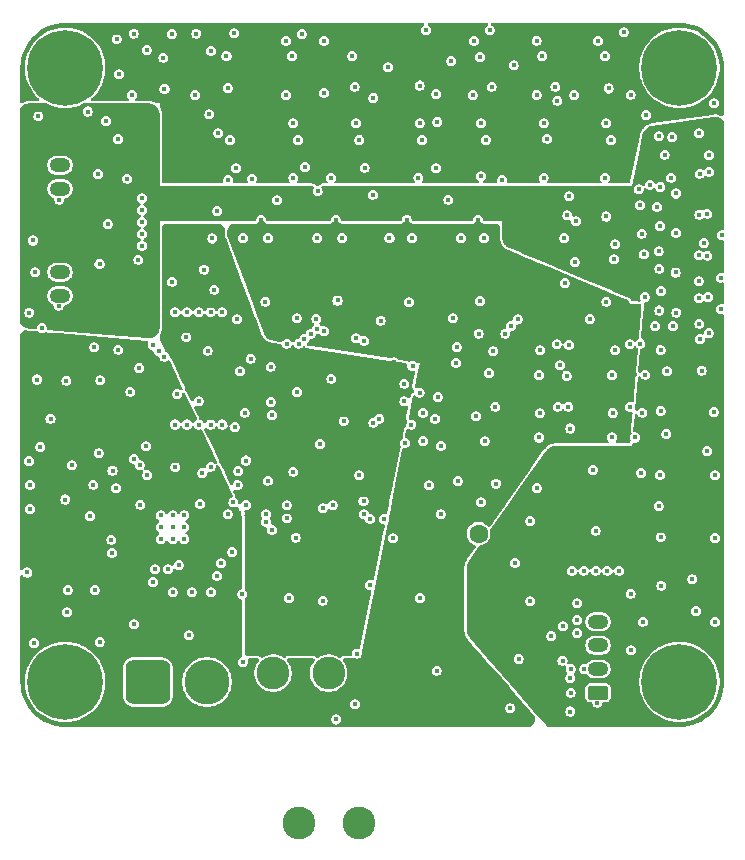
<source format=gbr>
%TF.GenerationSoftware,KiCad,Pcbnew,9.0.7*%
%TF.CreationDate,2026-02-05T13:38:49+01:00*%
%TF.ProjectId,PCB_Aquarium_v2,5043425f-4171-4756-9172-69756d5f7632,rev?*%
%TF.SameCoordinates,Original*%
%TF.FileFunction,Copper,L3,Inr*%
%TF.FilePolarity,Positive*%
%FSLAX46Y46*%
G04 Gerber Fmt 4.6, Leading zero omitted, Abs format (unit mm)*
G04 Created by KiCad (PCBNEW 9.0.7) date 2026-02-05 13:38:49*
%MOMM*%
%LPD*%
G01*
G04 APERTURE LIST*
G04 Aperture macros list*
%AMRoundRect*
0 Rectangle with rounded corners*
0 $1 Rounding radius*
0 $2 $3 $4 $5 $6 $7 $8 $9 X,Y pos of 4 corners*
0 Add a 4 corners polygon primitive as box body*
4,1,4,$2,$3,$4,$5,$6,$7,$8,$9,$2,$3,0*
0 Add four circle primitives for the rounded corners*
1,1,$1+$1,$2,$3*
1,1,$1+$1,$4,$5*
1,1,$1+$1,$6,$7*
1,1,$1+$1,$8,$9*
0 Add four rect primitives between the rounded corners*
20,1,$1+$1,$2,$3,$4,$5,0*
20,1,$1+$1,$4,$5,$6,$7,0*
20,1,$1+$1,$6,$7,$8,$9,0*
20,1,$1+$1,$8,$9,$2,$3,0*%
G04 Aperture macros list end*
%TA.AperFunction,ComponentPad*%
%ADD10C,2.775000*%
%TD*%
%TA.AperFunction,ComponentPad*%
%ADD11R,2.775000X2.775000*%
%TD*%
%TA.AperFunction,ComponentPad*%
%ADD12RoundRect,0.760000X-1.140000X-1.140000X1.140000X-1.140000X1.140000X1.140000X-1.140000X1.140000X0*%
%TD*%
%TA.AperFunction,ComponentPad*%
%ADD13C,3.800000*%
%TD*%
%TA.AperFunction,ComponentPad*%
%ADD14C,0.800000*%
%TD*%
%TA.AperFunction,ComponentPad*%
%ADD15C,6.400000*%
%TD*%
%TA.AperFunction,ComponentPad*%
%ADD16RoundRect,0.250000X-0.625000X0.350000X-0.625000X-0.350000X0.625000X-0.350000X0.625000X0.350000X0*%
%TD*%
%TA.AperFunction,ComponentPad*%
%ADD17O,1.750000X1.200000*%
%TD*%
%TA.AperFunction,ComponentPad*%
%ADD18C,1.600000*%
%TD*%
%TA.AperFunction,ComponentPad*%
%ADD19RoundRect,0.250000X0.625000X-0.350000X0.625000X0.350000X-0.625000X0.350000X-0.625000X-0.350000X0*%
%TD*%
%TA.AperFunction,ViaPad*%
%ADD20C,0.450000*%
%TD*%
%TA.AperFunction,ViaPad*%
%ADD21C,0.900000*%
%TD*%
G04 APERTURE END LIST*
D10*
%TO.N,N/C*%
%TO.C,SW102*%
X173760250Y-127950000D03*
X178840250Y-127950000D03*
%TO.N,unconnected-(SW102-C-Pad3)*%
X171600250Y-115250000D03*
%TO.N,Net-(J103-Pin_2)*%
X176300250Y-115250000D03*
D11*
%TO.N,+12V*%
X181000250Y-115250000D03*
%TD*%
D12*
%TO.N,GND*%
%TO.C,J103*%
X161000000Y-116000000D03*
D13*
%TO.N,Net-(J103-Pin_2)*%
X166000000Y-116000000D03*
%TD*%
D14*
%TO.N,GND*%
%TO.C,H103*%
X203600000Y-116000000D03*
X204302944Y-114302944D03*
X204302944Y-117697056D03*
X206000000Y-113600000D03*
D15*
X206000000Y-116000000D03*
D14*
X206000000Y-118400000D03*
X207697056Y-114302944D03*
X207697056Y-117697056D03*
X208400000Y-116000000D03*
%TD*%
%TO.N,GND*%
%TO.C,H104*%
X151600000Y-116000000D03*
X152302944Y-114302944D03*
X152302944Y-117697056D03*
X154000000Y-113600000D03*
D15*
X154000000Y-116000000D03*
D14*
X154000000Y-118400000D03*
X155697056Y-114302944D03*
X155697056Y-117697056D03*
X156400000Y-116000000D03*
%TD*%
%TO.N,GND*%
%TO.C,H101*%
X151600000Y-64000000D03*
X152302944Y-62302944D03*
X152302944Y-65697056D03*
X154000000Y-61600000D03*
D15*
X154000000Y-64000000D03*
D14*
X154000000Y-66400000D03*
X155697056Y-62302944D03*
X155697056Y-65697056D03*
X156400000Y-64000000D03*
%TD*%
D16*
%TO.N,+5V*%
%TO.C,J102*%
X153550000Y-79300000D03*
D17*
%TO.N,LED_interne_PWM*%
X153550000Y-81300001D03*
%TO.N,GND*%
X153550000Y-83300000D03*
%TD*%
D14*
%TO.N,GND*%
%TO.C,H102*%
X203600000Y-64000000D03*
X204302944Y-62302944D03*
X204302944Y-65697056D03*
X206000000Y-61600000D03*
D15*
X206000000Y-64000000D03*
D14*
X206000000Y-66400000D03*
X207697056Y-62302944D03*
X207697056Y-65697056D03*
X208400000Y-64000000D03*
%TD*%
D18*
%TO.N,+12V*%
%TO.C,U301*%
X186460000Y-103450000D03*
%TO.N,GND*%
X189000000Y-103450000D03*
%TO.N,+5V*%
X191540000Y-103450000D03*
%TD*%
D16*
%TO.N,+5V*%
%TO.C,J805*%
X153550000Y-70250001D03*
D17*
%TO.N,LED_externe_PWM*%
X153550000Y-72250002D03*
%TO.N,GND*%
X153550000Y-74250001D03*
%TD*%
D19*
%TO.N,GND*%
%TO.C,J104*%
X199100000Y-116900000D03*
D17*
%TO.N,/5V_Rpi*%
X199100000Y-114900000D03*
%TO.N,UART_Pi_Zero_RX*%
X199100000Y-112900000D03*
%TO.N,UART_Pi_Zero_TX*%
X199100000Y-110900000D03*
%TD*%
D20*
%TO.N,Screen_SDA*%
X185540000Y-91860000D03*
%TO.N,Screen_SCL*%
X187080000Y-88960000D03*
%TO.N,GND*%
X156380000Y-99290000D03*
X168980000Y-108580000D03*
X159830000Y-111120000D03*
X151360000Y-112710000D03*
X156920000Y-112600000D03*
X173500000Y-103770000D03*
X172956584Y-108895425D03*
X175790000Y-109110000D03*
X169030000Y-114300000D03*
X178680000Y-113590000D03*
X178520000Y-117900000D03*
X176940000Y-119150000D03*
X201860000Y-108530000D03*
X201910000Y-113320000D03*
X191690000Y-118230000D03*
X192380000Y-114050000D03*
X181735322Y-103836469D03*
X184020000Y-108880000D03*
X185440000Y-115040000D03*
X192080000Y-105910000D03*
X193370000Y-109180000D03*
X198670000Y-98060000D03*
X193370000Y-102370000D03*
X198900000Y-103200000D03*
X193920000Y-99580000D03*
X190470000Y-99200000D03*
X176530000Y-90320000D03*
X173630000Y-91450000D03*
X177560000Y-93930000D03*
X191970000Y-63800000D03*
X189940000Y-60830000D03*
X186680000Y-63430000D03*
X181310000Y-63950000D03*
X174020000Y-61140000D03*
X168320000Y-61090000D03*
X163010000Y-61140000D03*
X158340000Y-61590000D03*
X158560000Y-64540000D03*
X155890000Y-67700000D03*
X151730000Y-68120000D03*
X151260000Y-78620000D03*
X151470000Y-81310000D03*
X150960000Y-84720000D03*
X150930000Y-97290000D03*
X150790000Y-106730000D03*
X156090000Y-101960000D03*
X156820000Y-96630000D03*
X166320000Y-97780000D03*
X165600000Y-98310000D03*
X163330000Y-97820000D03*
X165290000Y-92240000D03*
X163480000Y-91610000D03*
X160270000Y-89410000D03*
X159510000Y-91430000D03*
X156970000Y-90470000D03*
X151610000Y-90390000D03*
X156450000Y-87660000D03*
X152010000Y-86020000D03*
X166060000Y-87960000D03*
X164260000Y-86820000D03*
X158490000Y-87870000D03*
X158450000Y-70040000D03*
X156760000Y-72980000D03*
X159240000Y-73390000D03*
X157600000Y-77230000D03*
X160180000Y-80240000D03*
X163050000Y-82100000D03*
X166610000Y-82790000D03*
X165760000Y-81080000D03*
X166450000Y-78450000D03*
X166880000Y-76110000D03*
X169800000Y-73380000D03*
X171930000Y-75230000D03*
X175360000Y-74470000D03*
X180040000Y-74750000D03*
X180090000Y-66550000D03*
X195670000Y-66780000D03*
X196680000Y-74890000D03*
X184550000Y-60810000D03*
X185420000Y-66230000D03*
X185510000Y-68600000D03*
X186420000Y-75160000D03*
X208940000Y-67010000D03*
X201280000Y-60990000D03*
X201870000Y-66280000D03*
X203190000Y-68010000D03*
X207630000Y-82070000D03*
X207690000Y-85670000D03*
X207870000Y-89630000D03*
X208350000Y-96430000D03*
X202240000Y-95300000D03*
X196760000Y-94540000D03*
X189510000Y-95620000D03*
X188790000Y-93520000D03*
X189870000Y-89830000D03*
X195900000Y-89180000D03*
X196440000Y-90100000D03*
X203110000Y-89990000D03*
X198410000Y-85270000D03*
X196280000Y-82210000D03*
X197130000Y-80430000D03*
%TO.N,UART_DEBUG_RX*%
X161600000Y-106450000D03*
%TO.N,GND*%
X187140000Y-87650000D03*
X203500001Y-73900000D03*
X208050000Y-78820000D03*
X209570000Y-78180000D03*
X209520000Y-84440000D03*
X209500000Y-81770000D03*
X205710000Y-74640000D03*
X205720000Y-77970000D03*
X205740000Y-84720000D03*
X205670000Y-81330000D03*
X160950000Y-98470000D03*
X184310000Y-95600000D03*
X187230000Y-98970000D03*
X184800000Y-99360000D03*
X175570000Y-95840000D03*
%TO.N,+5V*%
X202100000Y-83600000D03*
X201750000Y-83170000D03*
X202250000Y-80000000D03*
X201750000Y-80380000D03*
X202150000Y-76400000D03*
X201700000Y-76880000D03*
X202273306Y-78386484D03*
X201750000Y-78600000D03*
X192000000Y-76250000D03*
X191980000Y-78750000D03*
X191967500Y-77850000D03*
X191980000Y-77050000D03*
%TO.N,+3.3V*%
X181820000Y-88930000D03*
X192300000Y-85300000D03*
%TO.N,GND*%
X186800000Y-85200000D03*
%TO.N,heater_RESET*%
X173300000Y-98200000D03*
X163600000Y-106100000D03*
%TO.N,GND*%
X162700000Y-106450000D03*
%TO.N,heater_SLEEP*%
X171500000Y-103100000D03*
X172750000Y-102150000D03*
%TO.N,+5V*%
X168150000Y-105000000D03*
%TO.N,GND*%
X167200000Y-105950000D03*
%TO.N,heater_EN*%
X171400000Y-92300000D03*
X160300000Y-97650000D03*
%TO.N,heater_DIR*%
X168650000Y-98150000D03*
X171500000Y-93400000D03*
%TO.N,heater_STEP*%
X172750000Y-101050000D03*
X171000000Y-102425003D03*
%TO.N,GND*%
X167750000Y-101800000D03*
%TO.N,+12V*%
X168750000Y-101700000D03*
%TO.N,GND*%
X164050000Y-102900000D03*
%TO.N,+12V*%
X159400000Y-105600000D03*
X161100000Y-100700000D03*
X165600000Y-100300000D03*
%TO.N,OUT1B*%
X165400000Y-100900000D03*
%TO.N,+3.3V*%
X172143750Y-106043750D03*
X173200000Y-105350001D03*
X175100000Y-105350001D03*
X178549000Y-107100000D03*
X178549000Y-108300000D03*
X178549000Y-109800000D03*
%TO.N,Output*%
X189200000Y-100800000D03*
X204462500Y-107837500D03*
%TO.N,+3.3V*%
X199600000Y-64300000D03*
%TO.N,GND*%
X199700000Y-63000000D03*
X197100000Y-66300000D03*
X199100000Y-61700000D03*
%TO.N,+3.3V*%
X194400000Y-64200000D03*
%TO.N,GND*%
X194400000Y-63000000D03*
X193900000Y-66300000D03*
X193900000Y-61700000D03*
X189100000Y-63100000D03*
X188600000Y-61700000D03*
X188500000Y-66300000D03*
%TO.N,+3.3V*%
X189200000Y-64100000D03*
X183800000Y-64300000D03*
X178400000Y-64200000D03*
%TO.N,GND*%
X178300000Y-63000000D03*
X175900000Y-61700000D03*
X175900000Y-66100000D03*
X172700000Y-66300000D03*
X172700000Y-61700000D03*
X173200000Y-63000000D03*
%TO.N,+3.3V*%
X173100000Y-64300000D03*
%TO.N,GND*%
X173300000Y-73300000D03*
X173300000Y-68700000D03*
X173700000Y-70100000D03*
%TO.N,+3.3V*%
X173600000Y-71200000D03*
%TO.N,GND*%
X178900000Y-70100000D03*
X176500000Y-73300000D03*
X178600000Y-68700000D03*
%TO.N,+3.3V*%
X178900000Y-71300000D03*
%TO.N,GND*%
X183900000Y-73300000D03*
X184000000Y-68700000D03*
X184200000Y-70100000D03*
%TO.N,+3.3V*%
X184200000Y-71300000D03*
%TO.N,GND*%
X189200000Y-68700000D03*
X189600000Y-70100000D03*
%TO.N,+3.3V*%
X189500000Y-71500000D03*
%TO.N,GND*%
X189200000Y-73200000D03*
X194500000Y-73300000D03*
X194500000Y-68700000D03*
X194800000Y-70000000D03*
%TO.N,+3.3V*%
X194700000Y-71400000D03*
%TO.N,GND*%
X199700000Y-73300000D03*
X199800000Y-68700000D03*
X200200000Y-70100000D03*
%TO.N,+3.3V*%
X200100000Y-71300000D03*
%TO.N,Reverse_PWM_1*%
X184000000Y-65500000D03*
X175900000Y-86300000D03*
%TO.N,GEAR_PWM_3*%
X179350000Y-72450000D03*
X175308144Y-86099164D03*
%TO.N,Reverse_PWM_3*%
X178500000Y-65600000D03*
X174800000Y-86500000D03*
%TO.N,GEAR_PWM_6*%
X174300000Y-72400000D03*
X174243347Y-86966285D03*
%TO.N,GEAR_PWM_1*%
X185400000Y-72500000D03*
X178600000Y-86900000D03*
%TO.N,hatchway_PWM_1*%
X190100000Y-65600000D03*
X179300000Y-87100000D03*
%TO.N,GEAR_PWM_5*%
X191000000Y-73500000D03*
X180600000Y-93700000D03*
%TO.N,hatchway_PWM_3*%
X195500000Y-65600000D03*
X180079967Y-94046688D03*
%TO.N,+5V*%
X185800000Y-96000000D03*
X185300000Y-93700000D03*
X185776133Y-101799000D03*
%TO.N,GEAR_PWM_2*%
X189000000Y-86500000D03*
X183300000Y-94200000D03*
%TO.N,+5V*%
X184300000Y-93200000D03*
X184000000Y-91500000D03*
%TO.N,hatchway_PWM_2*%
X200000000Y-65750000D03*
%TO.N,GND*%
X191250000Y-86500000D03*
%TO.N,hatchway_PWM_2*%
X190250000Y-88000000D03*
%TO.N,GEAR_PWM_4*%
X196500000Y-76500000D03*
X182750000Y-95750000D03*
%TO.N,GND*%
X195600000Y-87400000D03*
D21*
%TO.N,+3.3V*%
X164250000Y-78000000D03*
X164250000Y-71750000D03*
X164250000Y-70750000D03*
X164250000Y-79000000D03*
D20*
%TO.N,+5V*%
X179800000Y-107775133D03*
X166850000Y-107000000D03*
X164450000Y-112050000D03*
%TO.N,GND*%
X168350000Y-94400000D03*
%TO.N,food_PWM_1*%
X162400000Y-65800000D03*
X161400000Y-87500000D03*
%TO.N,food_PWM_2*%
X167750000Y-65700000D03*
X161900000Y-88000000D03*
%TO.N,food_PWM_3*%
X168450000Y-72500000D03*
X162400000Y-88450000D03*
%TO.N,GND*%
X202550000Y-74300000D03*
X194100000Y-90000000D03*
X207625000Y-83525000D03*
X163100000Y-108412499D03*
X204390000Y-74090000D03*
X199812500Y-83800000D03*
X200300000Y-90000000D03*
X169300000Y-97250000D03*
X176635000Y-101035000D03*
X167300000Y-84700000D03*
X169050000Y-78400000D03*
X154000000Y-100550000D03*
X207399999Y-110000000D03*
X165000000Y-66300000D03*
X179250000Y-100700000D03*
X195700000Y-92700000D03*
X162087500Y-103900000D03*
X181450000Y-78400000D03*
X173750000Y-87350000D03*
X209000000Y-110900000D03*
X168550000Y-85300000D03*
X200300000Y-95300000D03*
X166300000Y-94200000D03*
X160500000Y-79050000D03*
X162087500Y-101900000D03*
X160500000Y-76050000D03*
X204350000Y-77400000D03*
X196150000Y-111300000D03*
X194212500Y-87912500D03*
X194100000Y-95300000D03*
X165300000Y-94200000D03*
X151000000Y-99300000D03*
X189100000Y-83750000D03*
X160500000Y-78050000D03*
X202700000Y-87350000D03*
X208500000Y-71400000D03*
X160900000Y-62500000D03*
X169298415Y-101006342D03*
X209000000Y-103800000D03*
X161418751Y-107531249D03*
X175330000Y-78400000D03*
X204400000Y-93050000D03*
X156900000Y-80600000D03*
X164700000Y-108416875D03*
X159650000Y-66300000D03*
X169685000Y-88635000D03*
X204400000Y-103750000D03*
X156500000Y-108200000D03*
X208480000Y-86450000D03*
X165300000Y-84700000D03*
X163087500Y-103900000D03*
X164300000Y-84700000D03*
X168800000Y-89700000D03*
X153500000Y-75150000D03*
X207649999Y-69550001D03*
X167950000Y-70100000D03*
X166350000Y-108400000D03*
X163087500Y-102900000D03*
X167650000Y-63000000D03*
X199812500Y-76587500D03*
X202800000Y-78050000D03*
X208350000Y-79900000D03*
X190400000Y-92700000D03*
X154100000Y-90500000D03*
X196600000Y-92700000D03*
X168225000Y-100800000D03*
X194162500Y-93262500D03*
X204900000Y-95000000D03*
X164087500Y-101900000D03*
X196750000Y-118500000D03*
X202900000Y-110900000D03*
X204950000Y-89700000D03*
X209000000Y-98500000D03*
X207625000Y-79875000D03*
X204250000Y-69800000D03*
X204350000Y-98450000D03*
X165100000Y-61100000D03*
X167300000Y-94200000D03*
X179280000Y-101800000D03*
X166300000Y-84700000D03*
X164300000Y-94200000D03*
X166350000Y-62550000D03*
X164087500Y-103900000D03*
X168585000Y-99335000D03*
X204250000Y-101100000D03*
X166200000Y-67950000D03*
X208450000Y-83400000D03*
X163300000Y-84700000D03*
X204300000Y-84550000D03*
X163087500Y-101900000D03*
X171150000Y-78400000D03*
X183350000Y-78400000D03*
X157950000Y-105050000D03*
X207725000Y-86975000D03*
X151000000Y-101350000D03*
X208900000Y-93150000D03*
X204400000Y-87900000D03*
X200337500Y-93237500D03*
X207725000Y-72975000D03*
X203000000Y-79800000D03*
X201800000Y-92700000D03*
X163300000Y-94200000D03*
X196750000Y-115700000D03*
X207100000Y-107300000D03*
X207675000Y-76425000D03*
X208350000Y-76350000D03*
X182700000Y-90750000D03*
X177450000Y-78400000D03*
X162087500Y-102900000D03*
X177050000Y-83700000D03*
X154550000Y-97650000D03*
X202850000Y-93200000D03*
X172750000Y-87350000D03*
X208500000Y-72800000D03*
X160500000Y-75050000D03*
X189450000Y-78400000D03*
X179800000Y-102180000D03*
X180700000Y-85400000D03*
X199043459Y-117748118D03*
X196650000Y-87450000D03*
X183100000Y-83850000D03*
X170950000Y-83800000D03*
X183400000Y-89250000D03*
X204300000Y-81000000D03*
X204750000Y-71350000D03*
X153450000Y-84150000D03*
X181000000Y-102200000D03*
X200575000Y-87925000D03*
X160500000Y-77049999D03*
X167800000Y-73500000D03*
X202750000Y-98300000D03*
X203050000Y-83400000D03*
X201800000Y-87400000D03*
X162300000Y-63150000D03*
X158300000Y-99600000D03*
X187500000Y-78400000D03*
X175800000Y-101300000D03*
X157450000Y-68500000D03*
X175250000Y-85250000D03*
X159800000Y-61100000D03*
X166950000Y-69550000D03*
%TO.N,+5V*%
X160500000Y-70450001D03*
X206450000Y-73400000D03*
X206650000Y-104150000D03*
X207000000Y-88550000D03*
X205900000Y-102250000D03*
X207180000Y-84510000D03*
X205900000Y-89700000D03*
X206450000Y-80300000D03*
X157700001Y-84700000D03*
X206950000Y-78100000D03*
X206500000Y-69900000D03*
X159700001Y-84700000D03*
X160700001Y-84700000D03*
X157050000Y-69650000D03*
X206500000Y-76750000D03*
X206650000Y-98950000D03*
X156700001Y-84700000D03*
X206400000Y-83800000D03*
X160500000Y-71450001D03*
X160500000Y-68450001D03*
X206750000Y-81650000D03*
X199900000Y-99812500D03*
X198900000Y-99812500D03*
X160500000Y-72450001D03*
X206650000Y-93550000D03*
X205900000Y-95050000D03*
X207300000Y-70800000D03*
X197900000Y-99812500D03*
X196900000Y-99812500D03*
X206500000Y-87250000D03*
X205800000Y-109600000D03*
X200900000Y-99812500D03*
X160500000Y-69450001D03*
X155650000Y-70250000D03*
X158700001Y-84700000D03*
X155250000Y-79300000D03*
X156900000Y-79550000D03*
%TO.N,+3.3V*%
X160350000Y-64750000D03*
X170390000Y-88890000D03*
X170230000Y-89850000D03*
X167350000Y-64450000D03*
X180300000Y-100225000D03*
X177750000Y-100800000D03*
X170050000Y-99350000D03*
X166500000Y-71600000D03*
X162100000Y-64400000D03*
X168000000Y-71450000D03*
X171250000Y-87600000D03*
X176006250Y-102106250D03*
X175006249Y-102093751D03*
X171750000Y-88100000D03*
X169450000Y-100400000D03*
X170080000Y-98200000D03*
%TO.N,NRST*%
X169200000Y-93200000D03*
X158000000Y-98100000D03*
%TO.N,/5V_Rpi*%
X196800000Y-114900000D03*
X198900000Y-106587500D03*
X197950000Y-114900000D03*
X196800000Y-116900000D03*
X197900000Y-106587500D03*
X196900000Y-106587500D03*
X199900000Y-106587500D03*
X200900000Y-106587500D03*
X197350000Y-110750000D03*
X197350000Y-109350000D03*
X196100000Y-114200000D03*
X197350000Y-111850000D03*
%TO.N,+12V*%
X190400000Y-80462296D03*
X192500000Y-88800000D03*
X176900000Y-76900000D03*
X198600000Y-89000000D03*
X192300000Y-92900000D03*
X188950000Y-76900000D03*
X182900000Y-76850000D03*
X190400000Y-81462296D03*
X170600000Y-76900000D03*
X159700000Y-94200000D03*
X184318605Y-80500000D03*
X198600000Y-94300000D03*
X198500000Y-92900000D03*
X160700000Y-94200000D03*
X184318605Y-81500000D03*
X192400000Y-87400000D03*
X178300000Y-80500000D03*
X192500000Y-94200000D03*
X178300000Y-81500000D03*
X172046175Y-81475198D03*
X156700000Y-94200000D03*
X198500000Y-87600000D03*
X157700000Y-94200000D03*
X158700000Y-94200000D03*
X166300000Y-112200000D03*
X172046175Y-80475198D03*
%TO.N,UART_Pi_Zero_RX*%
X195150000Y-112100000D03*
%TO.N,UART_Pi_Zero_TX*%
X178900000Y-98500000D03*
%TO.N,UART_DEBUG_RX*%
X157900000Y-103950000D03*
%TO.N,SWDIO*%
X171000000Y-101800000D03*
X154150000Y-110100000D03*
%TO.N,SWCLK*%
X171150000Y-98950000D03*
X154200000Y-108200000D03*
%TO.N,UART_DEBUG_TX*%
X159800000Y-97100000D03*
X160850000Y-96050000D03*
%TO.N,SD0*%
X205450000Y-85850000D03*
X203950000Y-85850000D03*
%TO.N,SC3*%
X202650000Y-75650000D03*
X204100000Y-75750000D03*
%TO.N,SC1*%
X200450000Y-80225000D03*
X204450000Y-82900000D03*
%TO.N,SD4*%
X197250000Y-77000000D03*
X205400000Y-69850000D03*
%TO.N,SC2*%
X200562499Y-78937501D03*
X204250000Y-79550000D03*
%TO.N,SD5*%
X205300000Y-73300000D03*
X196250000Y-78400000D03*
%TO.N,OUT2B*%
X160350000Y-101000000D03*
X151900000Y-96100000D03*
%TO.N,OUT1B*%
X152750000Y-93700000D03*
%TO.N,Screen_RESET*%
X191750000Y-85850000D03*
X182700000Y-92250000D03*
%TO.N,GPIO_Pump_4*%
X173600000Y-85200000D03*
X171400000Y-89300000D03*
%TD*%
%TA.AperFunction,Conductor*%
%TO.N,+12V*%
G36*
X170787412Y-77003971D02*
G01*
X170801486Y-77003110D01*
X170820274Y-77013621D01*
X170840926Y-77019685D01*
X170851367Y-77031015D01*
X170862462Y-77037222D01*
X170876805Y-77056796D01*
X170877460Y-77056347D01*
X170881401Y-77062086D01*
X170927160Y-77114895D01*
X170944742Y-77132839D01*
X170944746Y-77132843D01*
X170944747Y-77132844D01*
X170944749Y-77132845D01*
X171024559Y-77177488D01*
X171024563Y-77177490D01*
X171091602Y-77197175D01*
X171149500Y-77205500D01*
X171149504Y-77205500D01*
X176350491Y-77205500D01*
X176350500Y-77205500D01*
X176394184Y-77200803D01*
X176423375Y-77194452D01*
X176445674Y-77189602D01*
X176445690Y-77189598D01*
X176445695Y-77189597D01*
X176455873Y-77187110D01*
X176536585Y-77144100D01*
X176589389Y-77098345D01*
X176607343Y-77080754D01*
X176617015Y-77063462D01*
X176666923Y-77014566D01*
X176725234Y-77000000D01*
X177073887Y-77000000D01*
X177140926Y-77019685D01*
X177175776Y-77057503D01*
X177177460Y-77056347D01*
X177181401Y-77062086D01*
X177227160Y-77114895D01*
X177244742Y-77132839D01*
X177244746Y-77132843D01*
X177244747Y-77132844D01*
X177244749Y-77132845D01*
X177324559Y-77177488D01*
X177324563Y-77177490D01*
X177391602Y-77197175D01*
X177449500Y-77205500D01*
X177449504Y-77205500D01*
X182350491Y-77205500D01*
X182350500Y-77205500D01*
X182394184Y-77200803D01*
X182423375Y-77194452D01*
X182445674Y-77189602D01*
X182445690Y-77189598D01*
X182445695Y-77189597D01*
X182455873Y-77187110D01*
X182536585Y-77144100D01*
X182589389Y-77098345D01*
X182607343Y-77080754D01*
X182617015Y-77063462D01*
X182666923Y-77014566D01*
X182725234Y-77000000D01*
X183073887Y-77000000D01*
X183140926Y-77019685D01*
X183175776Y-77057503D01*
X183177460Y-77056347D01*
X183181401Y-77062086D01*
X183227160Y-77114895D01*
X183244742Y-77132839D01*
X183244746Y-77132843D01*
X183244747Y-77132844D01*
X183244749Y-77132845D01*
X183324559Y-77177488D01*
X183324563Y-77177490D01*
X183391602Y-77197175D01*
X183449500Y-77205500D01*
X183449504Y-77205500D01*
X188400491Y-77205500D01*
X188400500Y-77205500D01*
X188444184Y-77200803D01*
X188473375Y-77194452D01*
X188495674Y-77189602D01*
X188495690Y-77189598D01*
X188495695Y-77189597D01*
X188505873Y-77187110D01*
X188586585Y-77144100D01*
X188639389Y-77098345D01*
X188657343Y-77080754D01*
X188667015Y-77063462D01*
X188716923Y-77014566D01*
X188775234Y-77000000D01*
X189123887Y-77000000D01*
X189190926Y-77019685D01*
X189225776Y-77057503D01*
X189227460Y-77056347D01*
X189231401Y-77062086D01*
X189277160Y-77114895D01*
X189294742Y-77132839D01*
X189294746Y-77132843D01*
X189294747Y-77132844D01*
X189294749Y-77132845D01*
X189374559Y-77177488D01*
X189374563Y-77177490D01*
X189441602Y-77197175D01*
X189499500Y-77205500D01*
X190556250Y-77205500D01*
X190580067Y-77212493D01*
X190604723Y-77215367D01*
X190618726Y-77223845D01*
X190623289Y-77225185D01*
X190634914Y-77233646D01*
X190695493Y-77283362D01*
X190697665Y-77285144D01*
X190714853Y-77302332D01*
X190766353Y-77365084D01*
X190793666Y-77429392D01*
X190794500Y-77443748D01*
X190794500Y-78021037D01*
X190794500Y-78327251D01*
X190794747Y-78337316D01*
X190794748Y-78337349D01*
X190795340Y-78349424D01*
X190796082Y-78359505D01*
X190796533Y-78364091D01*
X190797216Y-78371037D01*
X190797216Y-78371038D01*
X190813441Y-78536073D01*
X190816385Y-78555955D01*
X190816395Y-78556010D01*
X190821110Y-78579753D01*
X190821115Y-78579777D01*
X190825986Y-78599259D01*
X190825993Y-78599283D01*
X190825997Y-78599299D01*
X190859029Y-78708395D01*
X190875636Y-78763245D01*
X190875642Y-78763264D01*
X190882404Y-78782202D01*
X190891665Y-78804609D01*
X190900274Y-78822849D01*
X190936995Y-78891692D01*
X190945981Y-78908538D01*
X190980893Y-78973991D01*
X190987800Y-78985540D01*
X190989034Y-78987812D01*
X190989087Y-78988061D01*
X190990378Y-78989997D01*
X190990380Y-78990000D01*
X190994023Y-78995464D01*
X190994026Y-78995468D01*
X190994026Y-78995469D01*
X191004680Y-79011451D01*
X191016658Y-79027640D01*
X191046481Y-79064069D01*
X191125164Y-79160184D01*
X191125167Y-79160188D01*
X191138655Y-79175109D01*
X191138661Y-79175115D01*
X191138671Y-79175126D01*
X191155805Y-79192308D01*
X191155816Y-79192318D01*
X191155821Y-79192323D01*
X191166418Y-79201956D01*
X191170702Y-79205850D01*
X191302952Y-79314733D01*
X191302959Y-79314738D01*
X191302960Y-79314739D01*
X191319113Y-79326760D01*
X191339242Y-79340260D01*
X191339254Y-79340268D01*
X191356502Y-79350649D01*
X191512806Y-79434581D01*
X191521789Y-79439125D01*
X191532758Y-79444340D01*
X191541955Y-79448439D01*
X191541987Y-79448452D01*
X191542002Y-79448459D01*
X191716189Y-79521037D01*
X191716190Y-79521037D01*
X192316190Y-79771037D01*
X192706518Y-79933674D01*
X192706519Y-79933674D01*
X192706520Y-79933674D01*
X192706521Y-79933675D01*
X193031587Y-80069119D01*
X193336190Y-80196037D01*
X193828190Y-80401037D01*
X195196190Y-80971037D01*
X195988190Y-81301037D01*
X197764190Y-82041037D01*
X199756190Y-82871037D01*
X200146519Y-83033674D01*
X200956190Y-83371037D01*
X201622520Y-83648674D01*
X201676831Y-83692628D01*
X201694601Y-83731039D01*
X201703497Y-83764237D01*
X201703498Y-83764240D01*
X201759512Y-83861259D01*
X201759514Y-83861261D01*
X201759515Y-83861263D01*
X201838737Y-83940485D01*
X201935763Y-83996503D01*
X202043982Y-84025500D01*
X202043984Y-84025500D01*
X202156016Y-84025500D01*
X202156018Y-84025500D01*
X202264237Y-83996503D01*
X202292069Y-83980433D01*
X202359967Y-83963960D01*
X202401761Y-83973358D01*
X202457626Y-83996635D01*
X202457629Y-83996636D01*
X202457631Y-83996637D01*
X202465223Y-83999354D01*
X202477394Y-84003710D01*
X202501619Y-84011007D01*
X202580422Y-84018810D01*
X202639789Y-84013141D01*
X202649595Y-84015031D01*
X202659342Y-84012822D01*
X202683334Y-84021533D01*
X202708394Y-84026363D01*
X202717375Y-84033893D01*
X202725017Y-84036668D01*
X202750190Y-84061406D01*
X202755959Y-84068974D01*
X202780946Y-84134223D01*
X202780916Y-84154444D01*
X202754044Y-84476915D01*
X202754044Y-84476916D01*
X202750367Y-84521037D01*
X202734500Y-84711443D01*
X202734499Y-84711457D01*
X202645711Y-85776916D01*
X202642034Y-85821037D01*
X202573222Y-86646789D01*
X202560953Y-86794007D01*
X202558350Y-86800741D01*
X202559484Y-86827875D01*
X202559486Y-86827915D01*
X202560907Y-86862190D01*
X202544016Y-86929987D01*
X202499015Y-86974712D01*
X202438740Y-87009513D01*
X202438734Y-87009517D01*
X202359517Y-87088734D01*
X202359515Y-87088737D01*
X202341787Y-87119442D01*
X202291218Y-87167656D01*
X202222611Y-87180877D01*
X202157747Y-87154908D01*
X202146843Y-87143872D01*
X202146232Y-87144484D01*
X202061265Y-87059517D01*
X202061263Y-87059515D01*
X201974664Y-87009517D01*
X201964239Y-87003498D01*
X201964238Y-87003497D01*
X201964237Y-87003497D01*
X201856018Y-86974500D01*
X201743982Y-86974500D01*
X201635763Y-87003497D01*
X201635760Y-87003498D01*
X201538740Y-87059513D01*
X201538734Y-87059517D01*
X201459517Y-87138734D01*
X201459513Y-87138740D01*
X201403498Y-87235760D01*
X201403497Y-87235763D01*
X201374500Y-87343982D01*
X201374500Y-87456018D01*
X201401295Y-87556017D01*
X201403497Y-87564236D01*
X201403498Y-87564239D01*
X201415206Y-87584517D01*
X201459515Y-87661263D01*
X201538737Y-87740485D01*
X201635763Y-87796503D01*
X201743982Y-87825500D01*
X201743984Y-87825500D01*
X201856016Y-87825500D01*
X201856018Y-87825500D01*
X201964237Y-87796503D01*
X202061263Y-87740485D01*
X202140485Y-87661263D01*
X202158211Y-87630559D01*
X202176057Y-87613542D01*
X202190725Y-87593716D01*
X202200901Y-87589854D01*
X202208777Y-87582345D01*
X202232991Y-87577677D01*
X202256050Y-87568928D01*
X202266697Y-87571180D01*
X202277384Y-87569121D01*
X202300279Y-87578286D01*
X202324406Y-87583392D01*
X202334509Y-87591990D01*
X202342249Y-87595089D01*
X202352780Y-87604382D01*
X202359216Y-87610745D01*
X202359515Y-87611263D01*
X202438737Y-87690485D01*
X202441451Y-87692052D01*
X202449307Y-87699819D01*
X202462613Y-87723861D01*
X202478816Y-87746053D01*
X202479289Y-87753993D01*
X202483140Y-87760951D01*
X202481337Y-87788334D01*
X202482974Y-87815775D01*
X202481003Y-87824350D01*
X202480347Y-87826748D01*
X202479922Y-87828853D01*
X202479229Y-87832065D01*
X202471728Y-87864701D01*
X202471728Y-87864704D01*
X202471200Y-87871036D01*
X202471201Y-87871037D01*
X202322805Y-89651794D01*
X202322165Y-89659468D01*
X202322407Y-89671037D01*
X202323059Y-89702161D01*
X202329132Y-89750482D01*
X202329453Y-89753031D01*
X202330805Y-89762138D01*
X202330808Y-89762146D01*
X202365944Y-89846574D01*
X202365946Y-89846577D01*
X202366983Y-89848033D01*
X202367362Y-89849128D01*
X202369324Y-89852664D01*
X202368704Y-89853007D01*
X202389836Y-89914059D01*
X202373363Y-89981960D01*
X202368795Y-89989273D01*
X202316300Y-90067144D01*
X202316296Y-90067151D01*
X202291114Y-90132316D01*
X202278010Y-90189322D01*
X202278010Y-90189324D01*
X202111147Y-92191674D01*
X202085963Y-92256847D01*
X202029541Y-92298059D01*
X201959796Y-92302224D01*
X201955482Y-92301151D01*
X201924629Y-92292884D01*
X201856018Y-92274500D01*
X201743982Y-92274500D01*
X201635763Y-92303497D01*
X201635760Y-92303498D01*
X201538740Y-92359513D01*
X201538734Y-92359517D01*
X201459517Y-92438734D01*
X201459513Y-92438740D01*
X201403498Y-92535760D01*
X201403497Y-92535763D01*
X201374500Y-92643982D01*
X201374500Y-92756018D01*
X201403497Y-92864237D01*
X201459515Y-92961263D01*
X201538737Y-93040485D01*
X201635763Y-93096503D01*
X201743982Y-93125500D01*
X201743984Y-93125500D01*
X201856016Y-93125500D01*
X201856018Y-93125500D01*
X201896447Y-93114667D01*
X201966295Y-93116328D01*
X202024158Y-93155490D01*
X202051663Y-93219718D01*
X202044204Y-93279137D01*
X202024667Y-93329694D01*
X202024665Y-93329699D01*
X202011562Y-93386702D01*
X202011562Y-93386704D01*
X201900192Y-94723139D01*
X201902537Y-94775518D01*
X201913310Y-94837289D01*
X201913315Y-94837315D01*
X201917444Y-94855873D01*
X201931590Y-94882419D01*
X201945744Y-94950839D01*
X201920661Y-95016051D01*
X201909841Y-95028411D01*
X201899515Y-95038736D01*
X201899513Y-95038740D01*
X201843498Y-95135760D01*
X201843497Y-95135763D01*
X201814500Y-95243982D01*
X201814500Y-95356018D01*
X201841227Y-95455763D01*
X201843497Y-95464236D01*
X201843497Y-95464237D01*
X201860444Y-95493590D01*
X201864584Y-95510657D01*
X201873432Y-95525828D01*
X201872649Y-95543904D01*
X201876916Y-95561490D01*
X201871165Y-95578223D01*
X201870412Y-95595633D01*
X201854377Y-95627074D01*
X201838830Y-95649110D01*
X201821471Y-95668874D01*
X201791445Y-95696502D01*
X201720533Y-95761750D01*
X201657875Y-95792657D01*
X201636574Y-95794500D01*
X200706610Y-95794500D01*
X200639571Y-95774815D01*
X200593816Y-95722011D01*
X200583872Y-95652853D01*
X200612897Y-95589297D01*
X200618929Y-95582819D01*
X200627248Y-95574500D01*
X200640485Y-95561263D01*
X200696503Y-95464237D01*
X200725500Y-95356018D01*
X200725500Y-95243982D01*
X200696503Y-95135763D01*
X200640485Y-95038737D01*
X200561263Y-94959515D01*
X200464237Y-94903497D01*
X200356018Y-94874500D01*
X200243982Y-94874500D01*
X200135763Y-94903497D01*
X200135760Y-94903498D01*
X200038740Y-94959513D01*
X200038734Y-94959517D01*
X199959517Y-95038734D01*
X199959513Y-95038740D01*
X199903498Y-95135760D01*
X199903497Y-95135763D01*
X199874500Y-95243982D01*
X199874500Y-95356018D01*
X199903497Y-95464237D01*
X199959515Y-95561263D01*
X199959517Y-95561265D01*
X199981071Y-95582819D01*
X200014556Y-95644142D01*
X200009572Y-95713834D01*
X199967700Y-95769767D01*
X199902236Y-95794184D01*
X199893390Y-95794500D01*
X195526612Y-95794500D01*
X195516739Y-95794737D01*
X195504873Y-95795307D01*
X195495035Y-95796016D01*
X195321992Y-95812680D01*
X195321976Y-95812682D01*
X195302489Y-95815509D01*
X195279164Y-95820043D01*
X195260009Y-95824731D01*
X195259983Y-95824738D01*
X195099071Y-95872409D01*
X195080456Y-95878911D01*
X195080447Y-95878914D01*
X195080443Y-95878916D01*
X195074645Y-95881259D01*
X195058408Y-95887820D01*
X195058366Y-95887838D01*
X195040521Y-95896067D01*
X195040506Y-95896074D01*
X194891657Y-95973573D01*
X194891646Y-95973579D01*
X194874592Y-95983526D01*
X194874578Y-95983535D01*
X194854672Y-95996465D01*
X194838662Y-96007993D01*
X194707311Y-96112495D01*
X194707296Y-96112507D01*
X194692480Y-96125504D01*
X194692463Y-96125520D01*
X194675395Y-96142007D01*
X194675361Y-96142042D01*
X194661881Y-96156378D01*
X194661875Y-96156384D01*
X194590021Y-96240539D01*
X194590020Y-96240540D01*
X194549009Y-96288568D01*
X194542797Y-96296207D01*
X194535490Y-96305646D01*
X194529681Y-96313534D01*
X194529657Y-96313569D01*
X194468429Y-96401037D01*
X194468428Y-96401037D01*
X193428860Y-97886135D01*
X193327429Y-98031037D01*
X191273717Y-100964912D01*
X191199429Y-101071037D01*
X190310429Y-102341037D01*
X190196707Y-102503497D01*
X189980469Y-102812406D01*
X189925898Y-102856038D01*
X189856400Y-102863241D01*
X189794041Y-102831727D01*
X189781293Y-102816687D01*
X189781003Y-102816926D01*
X189777136Y-102812214D01*
X189637785Y-102672863D01*
X189637781Y-102672860D01*
X189473920Y-102563371D01*
X189473907Y-102563364D01*
X189291839Y-102487950D01*
X189291829Y-102487947D01*
X189098543Y-102449500D01*
X189098541Y-102449500D01*
X188901459Y-102449500D01*
X188901457Y-102449500D01*
X188708170Y-102487947D01*
X188708160Y-102487950D01*
X188526092Y-102563364D01*
X188526079Y-102563371D01*
X188362218Y-102672860D01*
X188362214Y-102672863D01*
X188222863Y-102812214D01*
X188222860Y-102812218D01*
X188113371Y-102976079D01*
X188113364Y-102976092D01*
X188037950Y-103158160D01*
X188037947Y-103158170D01*
X187999500Y-103351456D01*
X187999500Y-103351459D01*
X187999500Y-103548541D01*
X187999500Y-103548543D01*
X187999499Y-103548543D01*
X188037947Y-103741829D01*
X188037950Y-103741839D01*
X188113364Y-103923907D01*
X188113371Y-103923920D01*
X188222860Y-104087781D01*
X188222863Y-104087785D01*
X188362214Y-104227136D01*
X188362218Y-104227139D01*
X188526079Y-104336628D01*
X188526092Y-104336635D01*
X188619920Y-104375499D01*
X188683707Y-104401920D01*
X188738111Y-104445760D01*
X188760176Y-104512054D01*
X188742897Y-104579754D01*
X188737840Y-104587590D01*
X188016031Y-105618745D01*
X188010256Y-105627461D01*
X188003557Y-105638152D01*
X187998238Y-105647137D01*
X187938695Y-105753853D01*
X187908457Y-105808047D01*
X187899214Y-105826795D01*
X187889246Y-105849904D01*
X187889235Y-105849933D01*
X187881951Y-105869506D01*
X187878316Y-105881036D01*
X187878317Y-105881037D01*
X187828459Y-106039205D01*
X187828454Y-106039223D01*
X187823205Y-106059402D01*
X187823194Y-106059447D01*
X187818109Y-106084079D01*
X187818105Y-106084101D01*
X187814926Y-106104763D01*
X187796206Y-106288048D01*
X187795407Y-106298488D01*
X187794766Y-106311065D01*
X187794500Y-106321536D01*
X187794500Y-111618685D01*
X187794706Y-111627918D01*
X187795207Y-111639058D01*
X187795826Y-111648227D01*
X187795828Y-111648246D01*
X187798723Y-111680390D01*
X187798724Y-111680398D01*
X187810431Y-111810328D01*
X187811883Y-111821037D01*
X187812911Y-111828615D01*
X187816886Y-111850498D01*
X187820998Y-111868497D01*
X187862842Y-112019948D01*
X187868551Y-112037498D01*
X187876378Y-112058330D01*
X187881815Y-112071037D01*
X187883641Y-112075304D01*
X187905496Y-112120630D01*
X187905495Y-112120630D01*
X187905497Y-112120633D01*
X187951862Y-112216799D01*
X187951874Y-112216822D01*
X187951879Y-112216832D01*
X187960635Y-112233082D01*
X187960641Y-112233093D01*
X187960647Y-112233103D01*
X187960647Y-112233105D01*
X187972057Y-112252176D01*
X187972072Y-112252199D01*
X187982226Y-112267563D01*
X187982235Y-112267575D01*
X187982239Y-112267581D01*
X188014017Y-112311259D01*
X188077969Y-112399160D01*
X188080554Y-112402549D01*
X188083561Y-112406493D01*
X188083570Y-112406504D01*
X188090514Y-112415200D01*
X188096432Y-112422280D01*
X188395646Y-112764239D01*
X188463156Y-112841393D01*
X188629976Y-113032044D01*
X188629979Y-113032046D01*
X188632200Y-113034585D01*
X188632245Y-113034635D01*
X189309850Y-113809040D01*
X189495348Y-114021037D01*
X189590081Y-114129303D01*
X189590081Y-114129304D01*
X189654415Y-114202829D01*
X189654415Y-114202830D01*
X190939096Y-115671037D01*
X190939095Y-115671037D01*
X191552802Y-116372416D01*
X191671762Y-116508370D01*
X191989096Y-116871037D01*
X192083830Y-116979305D01*
X193389095Y-118471037D01*
X193389094Y-118471037D01*
X193760403Y-118895390D01*
X193771859Y-118920159D01*
X193786394Y-118943264D01*
X193787961Y-118954970D01*
X193789735Y-118958805D01*
X193791078Y-118978246D01*
X193789893Y-119100562D01*
X193786969Y-119126160D01*
X193747664Y-119303731D01*
X193739512Y-119328171D01*
X193664359Y-119493790D01*
X193651334Y-119516018D01*
X193543583Y-119662526D01*
X193526246Y-119681582D01*
X193429369Y-119768023D01*
X193366242Y-119797968D01*
X193346813Y-119799500D01*
X177101911Y-119799500D01*
X177034872Y-119779815D01*
X176989117Y-119727011D01*
X176979173Y-119657853D01*
X177008198Y-119594297D01*
X177066976Y-119556523D01*
X177069780Y-119555735D01*
X177104237Y-119546503D01*
X177201263Y-119490485D01*
X177280485Y-119411263D01*
X177336503Y-119314237D01*
X177365500Y-119206018D01*
X177365500Y-119093982D01*
X177336503Y-118985763D01*
X177280485Y-118888737D01*
X177201263Y-118809515D01*
X177104237Y-118753497D01*
X176996018Y-118724500D01*
X176883982Y-118724500D01*
X176775763Y-118753497D01*
X176775760Y-118753498D01*
X176678740Y-118809513D01*
X176678734Y-118809517D01*
X176599517Y-118888734D01*
X176599513Y-118888740D01*
X176543498Y-118985760D01*
X176543497Y-118985763D01*
X176514500Y-119093982D01*
X176514500Y-119206018D01*
X176543497Y-119314237D01*
X176599515Y-119411263D01*
X176678737Y-119490485D01*
X176775763Y-119546503D01*
X176810183Y-119555725D01*
X176869843Y-119592090D01*
X176900372Y-119654937D01*
X176892078Y-119724312D01*
X176847592Y-119778190D01*
X176781040Y-119799465D01*
X176778089Y-119799500D01*
X154003052Y-119799500D01*
X153996967Y-119799351D01*
X153633664Y-119781502D01*
X153621555Y-119780309D01*
X153264782Y-119727388D01*
X153252846Y-119725014D01*
X152902964Y-119637373D01*
X152891323Y-119633841D01*
X152551734Y-119512334D01*
X152540495Y-119507679D01*
X152244641Y-119367751D01*
X152214425Y-119353460D01*
X152203702Y-119347727D01*
X151967272Y-119206017D01*
X151894340Y-119162303D01*
X151884222Y-119155543D01*
X151594511Y-118940678D01*
X151585105Y-118932958D01*
X151485861Y-118843009D01*
X151317853Y-118690735D01*
X151309264Y-118682146D01*
X151067041Y-118414894D01*
X151059321Y-118405488D01*
X150978491Y-118296502D01*
X150844454Y-118115774D01*
X150837696Y-118105659D01*
X150828496Y-118090310D01*
X150652267Y-117796290D01*
X150646543Y-117785582D01*
X150492317Y-117459497D01*
X150487669Y-117448275D01*
X150366154Y-117108663D01*
X150362629Y-117097046D01*
X150274982Y-116747140D01*
X150272613Y-116735230D01*
X150219689Y-116378440D01*
X150218497Y-116366334D01*
X150214477Y-116284514D01*
X150200649Y-116003031D01*
X150200500Y-115996947D01*
X150200500Y-115832947D01*
X150599500Y-115832947D01*
X150599500Y-116167052D01*
X150632247Y-116499548D01*
X150632250Y-116499565D01*
X150697425Y-116827230D01*
X150697428Y-116827241D01*
X150794418Y-117146977D01*
X150884829Y-117365247D01*
X150921594Y-117454006D01*
X150922278Y-117455656D01*
X150922280Y-117455661D01*
X151079769Y-117750303D01*
X151079780Y-117750321D01*
X151265393Y-118028109D01*
X151265403Y-118028123D01*
X151477361Y-118286395D01*
X151713604Y-118522638D01*
X151713609Y-118522642D01*
X151713610Y-118522643D01*
X151971882Y-118734601D01*
X152249685Y-118920224D01*
X152249694Y-118920229D01*
X152249696Y-118920230D01*
X152544338Y-119077719D01*
X152544340Y-119077719D01*
X152544346Y-119077723D01*
X152853024Y-119205582D01*
X153172749Y-119302569D01*
X153172755Y-119302570D01*
X153172758Y-119302571D01*
X153172769Y-119302574D01*
X153353718Y-119338566D01*
X153500441Y-119367751D01*
X153832944Y-119400500D01*
X153832947Y-119400500D01*
X154167053Y-119400500D01*
X154167056Y-119400500D01*
X154499559Y-119367751D01*
X154661757Y-119335487D01*
X154827230Y-119302574D01*
X154827241Y-119302571D01*
X154827241Y-119302570D01*
X154827251Y-119302569D01*
X155146976Y-119205582D01*
X155455654Y-119077723D01*
X155750315Y-118920224D01*
X156028118Y-118734601D01*
X156286390Y-118522643D01*
X156522643Y-118286390D01*
X156734601Y-118028118D01*
X156920224Y-117750315D01*
X157077723Y-117455654D01*
X157205582Y-117146976D01*
X157302569Y-116827251D01*
X157302571Y-116827241D01*
X157302574Y-116827230D01*
X157365998Y-116508370D01*
X157367751Y-116499559D01*
X157400500Y-116167056D01*
X157400500Y-115832944D01*
X157367751Y-115500441D01*
X157332529Y-115323368D01*
X157302574Y-115172769D01*
X157302571Y-115172758D01*
X157302570Y-115172755D01*
X157302569Y-115172749D01*
X157205582Y-114853024D01*
X157185397Y-114804293D01*
X158899500Y-114804293D01*
X158899500Y-117195706D01*
X158909689Y-117310320D01*
X158963428Y-117498133D01*
X159036872Y-117638734D01*
X159053874Y-117671282D01*
X159076054Y-117698483D01*
X159177321Y-117822678D01*
X159239566Y-117873432D01*
X159328718Y-117946126D01*
X159501866Y-118036571D01*
X159689675Y-118090310D01*
X159804290Y-118100500D01*
X159804296Y-118100500D01*
X162195704Y-118100500D01*
X162195710Y-118100500D01*
X162310325Y-118090310D01*
X162498134Y-118036571D01*
X162671282Y-117946126D01*
X162822678Y-117822678D01*
X162946126Y-117671282D01*
X163036571Y-117498134D01*
X163090310Y-117310325D01*
X163100500Y-117195710D01*
X163100500Y-115862332D01*
X163899500Y-115862332D01*
X163899500Y-116137667D01*
X163899501Y-116137684D01*
X163935438Y-116410655D01*
X163935439Y-116410660D01*
X163935440Y-116410666D01*
X163935441Y-116410668D01*
X164006704Y-116676630D01*
X164112075Y-116931017D01*
X164112080Y-116931028D01*
X164194861Y-117074407D01*
X164249751Y-117169479D01*
X164249753Y-117169482D01*
X164249754Y-117169483D01*
X164417370Y-117387926D01*
X164417376Y-117387933D01*
X164612066Y-117582623D01*
X164612072Y-117582628D01*
X164830521Y-117750249D01*
X164955972Y-117822678D01*
X165068971Y-117887919D01*
X165068976Y-117887921D01*
X165068979Y-117887923D01*
X165323368Y-117993295D01*
X165589334Y-118064560D01*
X165862326Y-118100500D01*
X165862333Y-118100500D01*
X166137667Y-118100500D01*
X166137674Y-118100500D01*
X166410666Y-118064560D01*
X166676632Y-117993295D01*
X166931021Y-117887923D01*
X167007129Y-117843982D01*
X178094500Y-117843982D01*
X178094500Y-117956018D01*
X178123497Y-118064237D01*
X178179515Y-118161263D01*
X178258737Y-118240485D01*
X178355763Y-118296503D01*
X178463982Y-118325500D01*
X178463984Y-118325500D01*
X178576016Y-118325500D01*
X178576018Y-118325500D01*
X178684237Y-118296503D01*
X178781263Y-118240485D01*
X178847766Y-118173982D01*
X191264500Y-118173982D01*
X191264500Y-118286018D01*
X191293497Y-118394237D01*
X191349515Y-118491263D01*
X191428737Y-118570485D01*
X191525763Y-118626503D01*
X191633982Y-118655500D01*
X191633984Y-118655500D01*
X191746016Y-118655500D01*
X191746018Y-118655500D01*
X191854237Y-118626503D01*
X191951263Y-118570485D01*
X192030485Y-118491263D01*
X192086503Y-118394237D01*
X192115500Y-118286018D01*
X192115500Y-118173982D01*
X192086503Y-118065763D01*
X192030485Y-117968737D01*
X191951263Y-117889515D01*
X191854237Y-117833497D01*
X191746018Y-117804500D01*
X191633982Y-117804500D01*
X191525763Y-117833497D01*
X191525760Y-117833498D01*
X191428740Y-117889513D01*
X191428734Y-117889517D01*
X191349517Y-117968734D01*
X191349513Y-117968740D01*
X191293498Y-118065760D01*
X191293497Y-118065763D01*
X191264500Y-118173982D01*
X178847766Y-118173982D01*
X178860485Y-118161263D01*
X178916503Y-118064237D01*
X178945500Y-117956018D01*
X178945500Y-117843982D01*
X178916503Y-117735763D01*
X178860485Y-117638737D01*
X178781263Y-117559515D01*
X178684237Y-117503497D01*
X178576018Y-117474500D01*
X178463982Y-117474500D01*
X178355763Y-117503497D01*
X178355760Y-117503498D01*
X178258740Y-117559513D01*
X178258734Y-117559517D01*
X178179517Y-117638734D01*
X178179513Y-117638740D01*
X178123498Y-117735760D01*
X178123497Y-117735763D01*
X178094500Y-117843982D01*
X167007129Y-117843982D01*
X167169479Y-117750249D01*
X167387928Y-117582628D01*
X167582628Y-117387928D01*
X167750249Y-117169479D01*
X167887923Y-116931021D01*
X167993295Y-116676632D01*
X168064560Y-116410666D01*
X168100500Y-116137674D01*
X168100500Y-115862326D01*
X168064560Y-115589334D01*
X167993295Y-115323368D01*
X167887923Y-115068979D01*
X167887921Y-115068976D01*
X167887919Y-115068971D01*
X167838732Y-114983778D01*
X167750249Y-114830521D01*
X167582628Y-114612072D01*
X167582623Y-114612066D01*
X167387933Y-114417376D01*
X167387926Y-114417370D01*
X167169483Y-114249754D01*
X167169482Y-114249753D01*
X167169479Y-114249751D01*
X167074407Y-114194861D01*
X166931028Y-114112080D01*
X166931017Y-114112075D01*
X166676630Y-114006704D01*
X166515119Y-113963428D01*
X166410666Y-113935440D01*
X166410660Y-113935439D01*
X166410655Y-113935438D01*
X166137684Y-113899501D01*
X166137679Y-113899500D01*
X166137674Y-113899500D01*
X165862326Y-113899500D01*
X165862320Y-113899500D01*
X165862315Y-113899501D01*
X165589344Y-113935438D01*
X165589337Y-113935439D01*
X165589334Y-113935440D01*
X165533125Y-113950500D01*
X165323369Y-114006704D01*
X165068982Y-114112075D01*
X165068971Y-114112080D01*
X164889866Y-114215488D01*
X164830636Y-114249685D01*
X164830516Y-114249754D01*
X164612073Y-114417370D01*
X164612066Y-114417376D01*
X164417376Y-114612066D01*
X164417370Y-114612073D01*
X164249754Y-114830516D01*
X164112080Y-115068971D01*
X164112075Y-115068982D01*
X164006704Y-115323369D01*
X163935441Y-115589331D01*
X163935438Y-115589344D01*
X163899501Y-115862315D01*
X163899500Y-115862332D01*
X163100500Y-115862332D01*
X163100500Y-114804290D01*
X163090310Y-114689675D01*
X163036571Y-114501866D01*
X162946126Y-114328718D01*
X162877034Y-114243984D01*
X162822678Y-114177321D01*
X162710979Y-114086243D01*
X162671282Y-114053874D01*
X162642313Y-114038742D01*
X162498133Y-113963428D01*
X162380992Y-113929910D01*
X162310325Y-113909690D01*
X162310322Y-113909689D01*
X162310320Y-113909689D01*
X162240443Y-113903477D01*
X162195710Y-113899500D01*
X159804290Y-113899500D01*
X159770740Y-113902482D01*
X159689679Y-113909689D01*
X159689675Y-113909689D01*
X159689675Y-113909690D01*
X159665959Y-113916475D01*
X159501866Y-113963428D01*
X159328719Y-114053873D01*
X159177321Y-114177321D01*
X159053873Y-114328719D01*
X158963428Y-114501866D01*
X158909689Y-114689679D01*
X158899500Y-114804293D01*
X157185397Y-114804293D01*
X157077723Y-114544346D01*
X157034903Y-114464236D01*
X156920230Y-114249696D01*
X156920229Y-114249694D01*
X156920224Y-114249685D01*
X156734601Y-113971882D01*
X156522643Y-113713610D01*
X156522642Y-113713609D01*
X156522638Y-113713604D01*
X156286395Y-113477361D01*
X156028123Y-113265403D01*
X156028122Y-113265402D01*
X156028118Y-113265399D01*
X155750315Y-113079776D01*
X155750310Y-113079773D01*
X155750303Y-113079769D01*
X155455661Y-112922280D01*
X155455656Y-112922278D01*
X155146977Y-112794418D01*
X154827241Y-112697428D01*
X154827230Y-112697425D01*
X154626366Y-112657472D01*
X154499565Y-112632250D01*
X154499548Y-112632247D01*
X154248108Y-112607483D01*
X154167056Y-112599500D01*
X153832944Y-112599500D01*
X153757982Y-112606883D01*
X153500451Y-112632247D01*
X153500434Y-112632250D01*
X153172769Y-112697425D01*
X153172758Y-112697428D01*
X152853022Y-112794418D01*
X152544343Y-112922278D01*
X152544338Y-112922280D01*
X152249696Y-113079769D01*
X152249678Y-113079780D01*
X151971890Y-113265393D01*
X151971876Y-113265403D01*
X151713604Y-113477361D01*
X151477361Y-113713604D01*
X151265403Y-113971876D01*
X151265393Y-113971890D01*
X151079780Y-114249678D01*
X151079769Y-114249696D01*
X150922280Y-114544338D01*
X150922278Y-114544343D01*
X150794418Y-114853022D01*
X150697428Y-115172758D01*
X150697425Y-115172769D01*
X150632250Y-115500434D01*
X150632247Y-115500451D01*
X150599500Y-115832947D01*
X150200500Y-115832947D01*
X150200500Y-112653982D01*
X150934500Y-112653982D01*
X150934500Y-112766018D01*
X150963497Y-112874237D01*
X151019515Y-112971263D01*
X151098737Y-113050485D01*
X151195763Y-113106503D01*
X151303982Y-113135500D01*
X151303984Y-113135500D01*
X151416016Y-113135500D01*
X151416018Y-113135500D01*
X151524237Y-113106503D01*
X151621263Y-113050485D01*
X151700485Y-112971263D01*
X151756503Y-112874237D01*
X151785500Y-112766018D01*
X151785500Y-112653982D01*
X151756503Y-112545763D01*
X151755475Y-112543982D01*
X156494500Y-112543982D01*
X156494500Y-112656018D01*
X156523497Y-112764237D01*
X156579515Y-112861263D01*
X156658737Y-112940485D01*
X156755763Y-112996503D01*
X156863982Y-113025500D01*
X156863984Y-113025500D01*
X156976016Y-113025500D01*
X156976018Y-113025500D01*
X157084237Y-112996503D01*
X157181263Y-112940485D01*
X157260485Y-112861263D01*
X157316503Y-112764237D01*
X157345500Y-112656018D01*
X157345500Y-112543982D01*
X157316503Y-112435763D01*
X157260485Y-112338737D01*
X157181263Y-112259515D01*
X157102839Y-112214237D01*
X157084239Y-112203498D01*
X157084238Y-112203497D01*
X157084237Y-112203497D01*
X156976018Y-112174500D01*
X156863982Y-112174500D01*
X156755763Y-112203497D01*
X156755760Y-112203498D01*
X156658740Y-112259513D01*
X156658734Y-112259517D01*
X156579517Y-112338734D01*
X156579513Y-112338740D01*
X156523498Y-112435760D01*
X156523497Y-112435763D01*
X156494500Y-112543982D01*
X151755475Y-112543982D01*
X151700485Y-112448737D01*
X151621263Y-112369515D01*
X151524237Y-112313497D01*
X151416018Y-112284500D01*
X151303982Y-112284500D01*
X151195763Y-112313497D01*
X151195760Y-112313498D01*
X151098740Y-112369513D01*
X151098734Y-112369517D01*
X151019517Y-112448734D01*
X151019513Y-112448740D01*
X150963498Y-112545760D01*
X150963497Y-112545763D01*
X150934500Y-112653982D01*
X150200500Y-112653982D01*
X150200500Y-111993982D01*
X164024500Y-111993982D01*
X164024500Y-112106018D01*
X164053497Y-112214237D01*
X164109515Y-112311263D01*
X164188737Y-112390485D01*
X164285763Y-112446503D01*
X164393982Y-112475500D01*
X164393984Y-112475500D01*
X164506016Y-112475500D01*
X164506018Y-112475500D01*
X164614237Y-112446503D01*
X164711263Y-112390485D01*
X164790485Y-112311263D01*
X164846503Y-112214237D01*
X164875500Y-112106018D01*
X164875500Y-111993982D01*
X164846503Y-111885763D01*
X164790485Y-111788737D01*
X164711263Y-111709515D01*
X164614237Y-111653497D01*
X164506018Y-111624500D01*
X164393982Y-111624500D01*
X164285763Y-111653497D01*
X164285760Y-111653498D01*
X164188740Y-111709513D01*
X164188734Y-111709517D01*
X164109517Y-111788734D01*
X164109513Y-111788740D01*
X164053498Y-111885760D01*
X164053497Y-111885763D01*
X164024500Y-111993982D01*
X150200500Y-111993982D01*
X150200500Y-111063982D01*
X159404500Y-111063982D01*
X159404500Y-111176018D01*
X159433497Y-111284237D01*
X159489515Y-111381263D01*
X159568737Y-111460485D01*
X159665763Y-111516503D01*
X159773982Y-111545500D01*
X159773984Y-111545500D01*
X159886016Y-111545500D01*
X159886018Y-111545500D01*
X159994237Y-111516503D01*
X160091263Y-111460485D01*
X160170485Y-111381263D01*
X160226503Y-111284237D01*
X160255500Y-111176018D01*
X160255500Y-111063982D01*
X160226503Y-110955763D01*
X160170485Y-110858737D01*
X160091263Y-110779515D01*
X159994237Y-110723497D01*
X159886018Y-110694500D01*
X159773982Y-110694500D01*
X159665763Y-110723497D01*
X159665760Y-110723498D01*
X159568740Y-110779513D01*
X159568734Y-110779517D01*
X159489517Y-110858734D01*
X159489513Y-110858740D01*
X159433498Y-110955760D01*
X159433497Y-110955763D01*
X159404500Y-111063982D01*
X150200500Y-111063982D01*
X150200500Y-110043982D01*
X153724500Y-110043982D01*
X153724500Y-110156018D01*
X153753497Y-110264237D01*
X153809515Y-110361263D01*
X153888737Y-110440485D01*
X153985763Y-110496503D01*
X154093982Y-110525500D01*
X154093984Y-110525500D01*
X154206016Y-110525500D01*
X154206018Y-110525500D01*
X154314237Y-110496503D01*
X154411263Y-110440485D01*
X154490485Y-110361263D01*
X154546503Y-110264237D01*
X154575500Y-110156018D01*
X154575500Y-110043982D01*
X154546503Y-109935763D01*
X154490485Y-109838737D01*
X154411263Y-109759515D01*
X154314237Y-109703497D01*
X154206018Y-109674500D01*
X154093982Y-109674500D01*
X153985763Y-109703497D01*
X153985760Y-109703498D01*
X153888740Y-109759513D01*
X153888734Y-109759517D01*
X153809517Y-109838734D01*
X153809513Y-109838740D01*
X153753498Y-109935760D01*
X153753497Y-109935763D01*
X153724500Y-110043982D01*
X150200500Y-110043982D01*
X150200500Y-108143982D01*
X153774500Y-108143982D01*
X153774500Y-108256018D01*
X153803497Y-108364237D01*
X153859515Y-108461263D01*
X153938737Y-108540485D01*
X154035763Y-108596503D01*
X154143982Y-108625500D01*
X154143984Y-108625500D01*
X154256016Y-108625500D01*
X154256018Y-108625500D01*
X154364237Y-108596503D01*
X154461263Y-108540485D01*
X154540485Y-108461263D01*
X154596503Y-108364237D01*
X154625500Y-108256018D01*
X154625500Y-108143982D01*
X156074500Y-108143982D01*
X156074500Y-108256018D01*
X156103497Y-108364237D01*
X156159515Y-108461263D01*
X156238737Y-108540485D01*
X156335763Y-108596503D01*
X156443982Y-108625500D01*
X156443984Y-108625500D01*
X156556016Y-108625500D01*
X156556018Y-108625500D01*
X156664237Y-108596503D01*
X156761263Y-108540485D01*
X156840485Y-108461263D01*
X156896503Y-108364237D01*
X156898581Y-108356481D01*
X162674500Y-108356481D01*
X162674500Y-108468517D01*
X162703497Y-108576736D01*
X162759515Y-108673762D01*
X162838737Y-108752984D01*
X162935763Y-108809002D01*
X163043982Y-108837999D01*
X163043984Y-108837999D01*
X163156016Y-108837999D01*
X163156018Y-108837999D01*
X163264237Y-108809002D01*
X163361263Y-108752984D01*
X163440485Y-108673762D01*
X163496503Y-108576736D01*
X163525500Y-108468517D01*
X163525500Y-108360857D01*
X164274500Y-108360857D01*
X164274500Y-108472893D01*
X164303497Y-108581112D01*
X164359515Y-108678138D01*
X164438737Y-108757360D01*
X164535763Y-108813378D01*
X164643982Y-108842375D01*
X164643984Y-108842375D01*
X164756016Y-108842375D01*
X164756018Y-108842375D01*
X164864237Y-108813378D01*
X164961263Y-108757360D01*
X165040485Y-108678138D01*
X165096503Y-108581112D01*
X165125500Y-108472893D01*
X165125500Y-108360857D01*
X165120978Y-108343982D01*
X165924500Y-108343982D01*
X165924500Y-108456018D01*
X165953497Y-108564237D01*
X166009515Y-108661263D01*
X166088737Y-108740485D01*
X166185763Y-108796503D01*
X166293982Y-108825500D01*
X166293984Y-108825500D01*
X166406016Y-108825500D01*
X166406018Y-108825500D01*
X166514237Y-108796503D01*
X166611263Y-108740485D01*
X166690485Y-108661263D01*
X166746503Y-108564237D01*
X166775500Y-108456018D01*
X166775500Y-108343982D01*
X166746503Y-108235763D01*
X166690485Y-108138737D01*
X166611263Y-108059515D01*
X166514237Y-108003497D01*
X166406018Y-107974500D01*
X166293982Y-107974500D01*
X166185763Y-108003497D01*
X166185760Y-108003498D01*
X166088740Y-108059513D01*
X166088734Y-108059517D01*
X166009517Y-108138734D01*
X166009513Y-108138740D01*
X165953498Y-108235760D01*
X165953497Y-108235763D01*
X165924500Y-108343982D01*
X165120978Y-108343982D01*
X165096503Y-108252638D01*
X165040485Y-108155612D01*
X164961263Y-108076390D01*
X164864237Y-108020372D01*
X164756018Y-107991375D01*
X164643982Y-107991375D01*
X164535763Y-108020372D01*
X164535760Y-108020373D01*
X164438740Y-108076388D01*
X164438734Y-108076392D01*
X164359517Y-108155609D01*
X164359513Y-108155615D01*
X164303498Y-108252635D01*
X164303498Y-108252636D01*
X164303497Y-108252638D01*
X164274500Y-108360857D01*
X163525500Y-108360857D01*
X163525500Y-108356481D01*
X163496503Y-108248262D01*
X163440485Y-108151236D01*
X163361263Y-108072014D01*
X163271818Y-108020373D01*
X163264239Y-108015997D01*
X163264238Y-108015996D01*
X163264237Y-108015996D01*
X163156018Y-107986999D01*
X163043982Y-107986999D01*
X162935763Y-108015996D01*
X162935760Y-108015997D01*
X162838740Y-108072012D01*
X162838734Y-108072016D01*
X162759517Y-108151233D01*
X162759513Y-108151239D01*
X162703498Y-108248259D01*
X162703497Y-108248262D01*
X162674500Y-108356481D01*
X156898581Y-108356481D01*
X156925500Y-108256018D01*
X156925500Y-108143982D01*
X156896503Y-108035763D01*
X156840485Y-107938737D01*
X156761263Y-107859515D01*
X156664237Y-107803497D01*
X156556018Y-107774500D01*
X156443982Y-107774500D01*
X156335763Y-107803497D01*
X156335760Y-107803498D01*
X156238740Y-107859513D01*
X156238734Y-107859517D01*
X156159517Y-107938734D01*
X156159513Y-107938740D01*
X156103498Y-108035760D01*
X156103497Y-108035763D01*
X156074500Y-108143982D01*
X154625500Y-108143982D01*
X154596503Y-108035763D01*
X154540485Y-107938737D01*
X154461263Y-107859515D01*
X154364237Y-107803497D01*
X154256018Y-107774500D01*
X154143982Y-107774500D01*
X154035763Y-107803497D01*
X154035760Y-107803498D01*
X153938740Y-107859513D01*
X153938734Y-107859517D01*
X153859517Y-107938734D01*
X153859513Y-107938740D01*
X153803498Y-108035760D01*
X153803497Y-108035763D01*
X153774500Y-108143982D01*
X150200500Y-108143982D01*
X150200500Y-107475231D01*
X160993251Y-107475231D01*
X160993251Y-107587267D01*
X161022248Y-107695486D01*
X161078266Y-107792512D01*
X161157488Y-107871734D01*
X161254514Y-107927752D01*
X161362733Y-107956749D01*
X161362735Y-107956749D01*
X161474767Y-107956749D01*
X161474769Y-107956749D01*
X161582988Y-107927752D01*
X161680014Y-107871734D01*
X161759236Y-107792512D01*
X161815254Y-107695486D01*
X161844251Y-107587267D01*
X161844251Y-107475231D01*
X161815254Y-107367012D01*
X161759236Y-107269986D01*
X161680014Y-107190764D01*
X161582988Y-107134746D01*
X161562594Y-107129281D01*
X161529968Y-107120539D01*
X161529962Y-107120538D01*
X161474769Y-107105749D01*
X161362733Y-107105749D01*
X161254514Y-107134746D01*
X161254511Y-107134747D01*
X161157491Y-107190762D01*
X161157485Y-107190766D01*
X161078268Y-107269983D01*
X161078264Y-107269989D01*
X161022249Y-107367009D01*
X161022248Y-107367012D01*
X160993251Y-107475231D01*
X150200500Y-107475231D01*
X150200500Y-107022730D01*
X150220185Y-106955691D01*
X150272989Y-106909936D01*
X150342147Y-106899992D01*
X150405703Y-106929017D01*
X150431886Y-106960729D01*
X150449515Y-106991263D01*
X150528737Y-107070485D01*
X150625763Y-107126503D01*
X150733982Y-107155500D01*
X150733984Y-107155500D01*
X150846016Y-107155500D01*
X150846018Y-107155500D01*
X150954237Y-107126503D01*
X151051263Y-107070485D01*
X151130485Y-106991263D01*
X151157783Y-106943982D01*
X166424500Y-106943982D01*
X166424500Y-107056018D01*
X166453497Y-107164237D01*
X166509515Y-107261263D01*
X166588737Y-107340485D01*
X166685763Y-107396503D01*
X166793982Y-107425500D01*
X166793984Y-107425500D01*
X166906016Y-107425500D01*
X166906018Y-107425500D01*
X167014237Y-107396503D01*
X167111263Y-107340485D01*
X167190485Y-107261263D01*
X167246503Y-107164237D01*
X167275500Y-107056018D01*
X167275500Y-106943982D01*
X167246503Y-106835763D01*
X167190485Y-106738737D01*
X167111263Y-106659515D01*
X167032839Y-106614237D01*
X167014239Y-106603498D01*
X167014238Y-106603497D01*
X167014237Y-106603497D01*
X166906018Y-106574500D01*
X166793982Y-106574500D01*
X166685763Y-106603497D01*
X166685760Y-106603498D01*
X166588740Y-106659513D01*
X166588734Y-106659517D01*
X166509517Y-106738734D01*
X166509513Y-106738740D01*
X166453498Y-106835760D01*
X166453497Y-106835763D01*
X166424500Y-106943982D01*
X151157783Y-106943982D01*
X151186503Y-106894237D01*
X151215500Y-106786018D01*
X151215500Y-106673982D01*
X151186503Y-106565763D01*
X151130485Y-106468737D01*
X151055730Y-106393982D01*
X161174500Y-106393982D01*
X161174500Y-106506018D01*
X161203497Y-106614237D01*
X161259515Y-106711263D01*
X161338737Y-106790485D01*
X161435763Y-106846503D01*
X161543982Y-106875500D01*
X161568716Y-106875500D01*
X161656016Y-106875500D01*
X161656018Y-106875500D01*
X161764237Y-106846503D01*
X161861263Y-106790485D01*
X161940485Y-106711263D01*
X161996503Y-106614237D01*
X162025500Y-106506018D01*
X162025500Y-106393982D01*
X162274500Y-106393982D01*
X162274500Y-106506018D01*
X162303497Y-106614237D01*
X162359515Y-106711263D01*
X162438737Y-106790485D01*
X162535763Y-106846503D01*
X162643982Y-106875500D01*
X162643984Y-106875500D01*
X162756016Y-106875500D01*
X162756018Y-106875500D01*
X162864237Y-106846503D01*
X162961263Y-106790485D01*
X163040485Y-106711263D01*
X163096503Y-106614237D01*
X163125500Y-106506018D01*
X163125500Y-106506016D01*
X163127603Y-106498168D01*
X163129651Y-106498716D01*
X163153366Y-106445090D01*
X163211685Y-106406611D01*
X163281550Y-106405770D01*
X163335730Y-106437478D01*
X163338737Y-106440485D01*
X163435763Y-106496503D01*
X163543982Y-106525500D01*
X163543984Y-106525500D01*
X163656016Y-106525500D01*
X163656018Y-106525500D01*
X163764237Y-106496503D01*
X163861263Y-106440485D01*
X163940485Y-106361263D01*
X163996503Y-106264237D01*
X164025500Y-106156018D01*
X164025500Y-106043982D01*
X163996503Y-105935763D01*
X163972381Y-105893982D01*
X166774500Y-105893982D01*
X166774500Y-106006018D01*
X166803497Y-106114237D01*
X166859515Y-106211263D01*
X166938737Y-106290485D01*
X167035763Y-106346503D01*
X167143982Y-106375500D01*
X167143984Y-106375500D01*
X167256016Y-106375500D01*
X167256018Y-106375500D01*
X167364237Y-106346503D01*
X167461263Y-106290485D01*
X167540485Y-106211263D01*
X167596503Y-106114237D01*
X167625500Y-106006018D01*
X167625500Y-105893982D01*
X167596503Y-105785763D01*
X167540485Y-105688737D01*
X167461263Y-105609515D01*
X167364237Y-105553497D01*
X167256018Y-105524500D01*
X167143982Y-105524500D01*
X167035763Y-105553497D01*
X167035760Y-105553498D01*
X166938740Y-105609513D01*
X166938734Y-105609517D01*
X166859517Y-105688734D01*
X166859513Y-105688740D01*
X166803498Y-105785760D01*
X166803497Y-105785763D01*
X166774500Y-105893982D01*
X163972381Y-105893982D01*
X163940485Y-105838737D01*
X163861263Y-105759515D01*
X163764237Y-105703497D01*
X163656018Y-105674500D01*
X163543982Y-105674500D01*
X163435763Y-105703497D01*
X163435760Y-105703498D01*
X163338740Y-105759513D01*
X163338734Y-105759517D01*
X163259517Y-105838734D01*
X163259513Y-105838740D01*
X163203498Y-105935760D01*
X163203497Y-105935763D01*
X163175776Y-106039223D01*
X163172397Y-106051832D01*
X163170353Y-106051284D01*
X163146616Y-106104930D01*
X163088288Y-106143396D01*
X163018423Y-106144222D01*
X162964269Y-106112521D01*
X162961265Y-106109517D01*
X162961263Y-106109515D01*
X162864237Y-106053497D01*
X162756018Y-106024500D01*
X162643982Y-106024500D01*
X162535763Y-106053497D01*
X162535760Y-106053498D01*
X162438740Y-106109513D01*
X162438734Y-106109517D01*
X162359517Y-106188734D01*
X162359513Y-106188740D01*
X162303498Y-106285760D01*
X162303497Y-106285763D01*
X162274500Y-106393982D01*
X162025500Y-106393982D01*
X161996503Y-106285763D01*
X161940485Y-106188737D01*
X161861263Y-106109515D01*
X161764237Y-106053497D01*
X161656018Y-106024500D01*
X161543982Y-106024500D01*
X161435763Y-106053497D01*
X161435760Y-106053498D01*
X161338740Y-106109513D01*
X161338734Y-106109517D01*
X161259517Y-106188734D01*
X161259513Y-106188740D01*
X161203498Y-106285760D01*
X161203497Y-106285763D01*
X161174500Y-106393982D01*
X151055730Y-106393982D01*
X151051263Y-106389515D01*
X150954237Y-106333497D01*
X150846018Y-106304500D01*
X150733982Y-106304500D01*
X150625763Y-106333497D01*
X150625760Y-106333498D01*
X150528740Y-106389513D01*
X150528734Y-106389517D01*
X150449517Y-106468734D01*
X150449515Y-106468737D01*
X150433485Y-106496503D01*
X150431887Y-106499270D01*
X150381319Y-106547485D01*
X150312712Y-106560707D01*
X150247848Y-106534739D01*
X150207320Y-106477825D01*
X150200500Y-106437269D01*
X150200500Y-104993982D01*
X157524500Y-104993982D01*
X157524500Y-105106018D01*
X157553497Y-105214237D01*
X157609515Y-105311263D01*
X157688737Y-105390485D01*
X157785763Y-105446503D01*
X157893982Y-105475500D01*
X157893984Y-105475500D01*
X158006016Y-105475500D01*
X158006018Y-105475500D01*
X158114237Y-105446503D01*
X158211263Y-105390485D01*
X158290485Y-105311263D01*
X158346503Y-105214237D01*
X158375500Y-105106018D01*
X158375500Y-104993982D01*
X158362103Y-104943982D01*
X167724500Y-104943982D01*
X167724500Y-105056018D01*
X167753497Y-105164237D01*
X167809515Y-105261263D01*
X167888737Y-105340485D01*
X167985763Y-105396503D01*
X168093982Y-105425500D01*
X168093984Y-105425500D01*
X168206016Y-105425500D01*
X168206018Y-105425500D01*
X168314237Y-105396503D01*
X168411263Y-105340485D01*
X168490485Y-105261263D01*
X168546503Y-105164237D01*
X168575500Y-105056018D01*
X168575500Y-104943982D01*
X168546503Y-104835763D01*
X168490485Y-104738737D01*
X168411263Y-104659515D01*
X168314237Y-104603497D01*
X168206018Y-104574500D01*
X168093982Y-104574500D01*
X167985763Y-104603497D01*
X167985760Y-104603498D01*
X167888740Y-104659513D01*
X167888734Y-104659517D01*
X167809517Y-104738734D01*
X167809513Y-104738740D01*
X167753498Y-104835760D01*
X167753497Y-104835763D01*
X167724500Y-104943982D01*
X158362103Y-104943982D01*
X158346503Y-104885763D01*
X158290485Y-104788737D01*
X158211263Y-104709515D01*
X158124664Y-104659517D01*
X158114239Y-104653498D01*
X158114238Y-104653497D01*
X158114237Y-104653497D01*
X158006018Y-104624500D01*
X157893982Y-104624500D01*
X157785763Y-104653497D01*
X157785760Y-104653498D01*
X157688740Y-104709513D01*
X157688734Y-104709517D01*
X157609517Y-104788734D01*
X157609513Y-104788740D01*
X157553498Y-104885760D01*
X157553497Y-104885763D01*
X157524500Y-104993982D01*
X150200500Y-104993982D01*
X150200500Y-103893982D01*
X157474500Y-103893982D01*
X157474500Y-104006018D01*
X157503497Y-104114237D01*
X157559515Y-104211263D01*
X157638737Y-104290485D01*
X157735763Y-104346503D01*
X157843982Y-104375500D01*
X157843984Y-104375500D01*
X157956016Y-104375500D01*
X157956018Y-104375500D01*
X158064237Y-104346503D01*
X158161263Y-104290485D01*
X158240485Y-104211263D01*
X158296503Y-104114237D01*
X158325500Y-104006018D01*
X158325500Y-103893982D01*
X158296503Y-103785763D01*
X158240485Y-103688737D01*
X158161263Y-103609515D01*
X158074664Y-103559517D01*
X158064239Y-103553498D01*
X158064238Y-103553497D01*
X158064237Y-103553497D01*
X157956018Y-103524500D01*
X157843982Y-103524500D01*
X157735763Y-103553497D01*
X157735760Y-103553498D01*
X157638740Y-103609513D01*
X157638734Y-103609517D01*
X157559517Y-103688734D01*
X157559513Y-103688740D01*
X157503498Y-103785760D01*
X157503497Y-103785763D01*
X157474500Y-103893982D01*
X150200500Y-103893982D01*
X150200500Y-101903982D01*
X155664500Y-101903982D01*
X155664500Y-102016018D01*
X155693497Y-102124237D01*
X155749515Y-102221263D01*
X155828737Y-102300485D01*
X155925763Y-102356503D01*
X156033982Y-102385500D01*
X156033984Y-102385500D01*
X156146016Y-102385500D01*
X156146018Y-102385500D01*
X156254237Y-102356503D01*
X156351263Y-102300485D01*
X156430485Y-102221263D01*
X156486503Y-102124237D01*
X156515500Y-102016018D01*
X156515500Y-101903982D01*
X156499423Y-101843982D01*
X161662000Y-101843982D01*
X161662000Y-101956018D01*
X161687245Y-102050232D01*
X161690997Y-102064236D01*
X161690998Y-102064239D01*
X161708170Y-102093982D01*
X161747015Y-102161263D01*
X161826237Y-102240485D01*
X161861365Y-102260766D01*
X161916525Y-102292613D01*
X161964741Y-102343180D01*
X161977963Y-102411787D01*
X161951995Y-102476652D01*
X161916525Y-102507387D01*
X161826240Y-102559513D01*
X161826234Y-102559517D01*
X161747017Y-102638734D01*
X161747013Y-102638740D01*
X161690998Y-102735760D01*
X161690997Y-102735763D01*
X161662000Y-102843982D01*
X161662000Y-102956018D01*
X161667376Y-102976079D01*
X161690997Y-103064236D01*
X161690998Y-103064239D01*
X161709669Y-103096579D01*
X161747015Y-103161263D01*
X161826237Y-103240485D01*
X161867377Y-103264237D01*
X161916525Y-103292613D01*
X161964741Y-103343180D01*
X161977963Y-103411787D01*
X161951995Y-103476652D01*
X161916525Y-103507387D01*
X161826240Y-103559513D01*
X161826234Y-103559517D01*
X161747017Y-103638734D01*
X161747013Y-103638740D01*
X161690998Y-103735760D01*
X161690997Y-103735763D01*
X161662000Y-103843982D01*
X161662000Y-103956018D01*
X161675398Y-104006018D01*
X161690997Y-104064236D01*
X161690998Y-104064239D01*
X161704590Y-104087781D01*
X161747015Y-104161263D01*
X161826237Y-104240485D01*
X161923263Y-104296503D01*
X162031482Y-104325500D01*
X162031484Y-104325500D01*
X162143516Y-104325500D01*
X162143518Y-104325500D01*
X162251737Y-104296503D01*
X162348763Y-104240485D01*
X162427985Y-104161263D01*
X162480113Y-104070973D01*
X162530680Y-104022759D01*
X162599287Y-104009535D01*
X162664151Y-104035503D01*
X162694885Y-104070972D01*
X162747015Y-104161263D01*
X162826237Y-104240485D01*
X162923263Y-104296503D01*
X163031482Y-104325500D01*
X163031484Y-104325500D01*
X163143516Y-104325500D01*
X163143518Y-104325500D01*
X163251737Y-104296503D01*
X163348763Y-104240485D01*
X163427985Y-104161263D01*
X163480113Y-104070973D01*
X163530680Y-104022759D01*
X163599287Y-104009535D01*
X163664151Y-104035503D01*
X163694885Y-104070972D01*
X163747015Y-104161263D01*
X163826237Y-104240485D01*
X163923263Y-104296503D01*
X164031482Y-104325500D01*
X164031484Y-104325500D01*
X164143516Y-104325500D01*
X164143518Y-104325500D01*
X164251737Y-104296503D01*
X164348763Y-104240485D01*
X164427985Y-104161263D01*
X164484003Y-104064237D01*
X164513000Y-103956018D01*
X164513000Y-103843982D01*
X164484003Y-103735763D01*
X164427985Y-103638737D01*
X164348763Y-103559515D01*
X164251737Y-103503497D01*
X164244698Y-103499433D01*
X164245596Y-103497876D01*
X164199051Y-103460369D01*
X164176985Y-103394075D01*
X164194263Y-103326375D01*
X164238905Y-103282260D01*
X164311263Y-103240485D01*
X164390485Y-103161263D01*
X164446503Y-103064237D01*
X164475500Y-102956018D01*
X164475500Y-102843982D01*
X164446503Y-102735763D01*
X164390485Y-102638737D01*
X164311263Y-102559515D01*
X164238905Y-102517739D01*
X164190690Y-102467171D01*
X164177468Y-102398564D01*
X164203436Y-102333700D01*
X164245446Y-102301864D01*
X164244698Y-102300567D01*
X164251737Y-102296503D01*
X164348763Y-102240485D01*
X164427985Y-102161263D01*
X164484003Y-102064237D01*
X164513000Y-101956018D01*
X164513000Y-101843982D01*
X164495117Y-101777241D01*
X164492629Y-101767955D01*
X164492627Y-101767950D01*
X164486205Y-101743982D01*
X167324500Y-101743982D01*
X167324500Y-101856018D01*
X167353497Y-101964237D01*
X167409515Y-102061263D01*
X167488737Y-102140485D01*
X167585763Y-102196503D01*
X167693982Y-102225500D01*
X167693984Y-102225500D01*
X167806016Y-102225500D01*
X167806018Y-102225500D01*
X167914237Y-102196503D01*
X168011263Y-102140485D01*
X168090485Y-102061263D01*
X168146503Y-101964237D01*
X168175500Y-101856018D01*
X168175500Y-101743982D01*
X168146503Y-101635763D01*
X168090485Y-101538737D01*
X168011263Y-101459515D01*
X167946579Y-101422169D01*
X167914239Y-101403498D01*
X167914238Y-101403497D01*
X167914237Y-101403497D01*
X167806018Y-101374500D01*
X167693982Y-101374500D01*
X167585763Y-101403497D01*
X167585760Y-101403498D01*
X167488740Y-101459513D01*
X167488734Y-101459517D01*
X167409517Y-101538734D01*
X167409513Y-101538740D01*
X167353498Y-101635760D01*
X167353497Y-101635763D01*
X167324500Y-101743982D01*
X164486205Y-101743982D01*
X164484003Y-101735763D01*
X164427985Y-101638737D01*
X164348763Y-101559515D01*
X164270339Y-101514237D01*
X164251739Y-101503498D01*
X164251738Y-101503497D01*
X164251737Y-101503497D01*
X164143518Y-101474500D01*
X164031482Y-101474500D01*
X163923263Y-101503497D01*
X163923260Y-101503498D01*
X163826240Y-101559513D01*
X163826234Y-101559517D01*
X163747017Y-101638734D01*
X163747013Y-101638740D01*
X163694887Y-101729025D01*
X163644320Y-101777241D01*
X163575713Y-101790463D01*
X163510848Y-101764495D01*
X163480113Y-101729025D01*
X163452241Y-101680750D01*
X163427985Y-101638737D01*
X163348763Y-101559515D01*
X163270339Y-101514237D01*
X163251739Y-101503498D01*
X163251738Y-101503497D01*
X163251737Y-101503497D01*
X163143518Y-101474500D01*
X163031482Y-101474500D01*
X162923263Y-101503497D01*
X162923260Y-101503498D01*
X162826240Y-101559513D01*
X162826234Y-101559517D01*
X162747017Y-101638734D01*
X162747013Y-101638740D01*
X162694887Y-101729025D01*
X162644320Y-101777241D01*
X162575713Y-101790463D01*
X162510848Y-101764495D01*
X162480113Y-101729025D01*
X162452241Y-101680750D01*
X162427985Y-101638737D01*
X162348763Y-101559515D01*
X162270339Y-101514237D01*
X162251739Y-101503498D01*
X162251738Y-101503497D01*
X162251737Y-101503497D01*
X162143518Y-101474500D01*
X162031482Y-101474500D01*
X161923263Y-101503497D01*
X161923260Y-101503498D01*
X161826240Y-101559513D01*
X161826234Y-101559517D01*
X161747017Y-101638734D01*
X161747013Y-101638740D01*
X161690998Y-101735760D01*
X161690997Y-101735763D01*
X161662000Y-101843982D01*
X156499423Y-101843982D01*
X156486503Y-101795763D01*
X156430485Y-101698737D01*
X156351263Y-101619515D01*
X156254237Y-101563497D01*
X156146018Y-101534500D01*
X156033982Y-101534500D01*
X155925763Y-101563497D01*
X155925760Y-101563498D01*
X155828740Y-101619513D01*
X155828734Y-101619517D01*
X155749517Y-101698734D01*
X155749513Y-101698740D01*
X155693498Y-101795760D01*
X155693497Y-101795763D01*
X155664500Y-101903982D01*
X150200500Y-101903982D01*
X150200500Y-101293982D01*
X150574500Y-101293982D01*
X150574500Y-101406018D01*
X150603497Y-101514237D01*
X150659515Y-101611263D01*
X150738737Y-101690485D01*
X150835763Y-101746503D01*
X150943982Y-101775500D01*
X150943984Y-101775500D01*
X151056016Y-101775500D01*
X151056018Y-101775500D01*
X151164237Y-101746503D01*
X151261263Y-101690485D01*
X151340485Y-101611263D01*
X151396503Y-101514237D01*
X151425500Y-101406018D01*
X151425500Y-101293982D01*
X151396503Y-101185763D01*
X151340485Y-101088737D01*
X151261263Y-101009515D01*
X151182839Y-100964237D01*
X151164239Y-100953498D01*
X151164238Y-100953497D01*
X151164237Y-100953497D01*
X151056018Y-100924500D01*
X150943982Y-100924500D01*
X150835763Y-100953497D01*
X150835760Y-100953498D01*
X150738740Y-101009513D01*
X150738734Y-101009517D01*
X150659517Y-101088734D01*
X150659513Y-101088740D01*
X150603498Y-101185760D01*
X150603497Y-101185763D01*
X150574500Y-101293982D01*
X150200500Y-101293982D01*
X150200500Y-100493982D01*
X153574500Y-100493982D01*
X153574500Y-100606018D01*
X153603497Y-100714237D01*
X153659515Y-100811263D01*
X153738737Y-100890485D01*
X153835763Y-100946503D01*
X153943982Y-100975500D01*
X153943984Y-100975500D01*
X154056016Y-100975500D01*
X154056018Y-100975500D01*
X154164237Y-100946503D01*
X154168603Y-100943982D01*
X159924500Y-100943982D01*
X159924500Y-101056018D01*
X159953241Y-101163279D01*
X159953497Y-101164236D01*
X159953498Y-101164239D01*
X159965437Y-101184918D01*
X160009515Y-101261263D01*
X160088737Y-101340485D01*
X160185763Y-101396503D01*
X160293982Y-101425500D01*
X160293984Y-101425500D01*
X160406016Y-101425500D01*
X160406018Y-101425500D01*
X160514237Y-101396503D01*
X160611263Y-101340485D01*
X160690485Y-101261263D01*
X160746503Y-101164237D01*
X160775500Y-101056018D01*
X160775500Y-100943982D01*
X160758356Y-100880000D01*
X160755129Y-100867955D01*
X160755127Y-100867950D01*
X160748705Y-100843982D01*
X164974500Y-100843982D01*
X164974500Y-100956018D01*
X165003497Y-101064237D01*
X165059515Y-101161263D01*
X165138737Y-101240485D01*
X165235763Y-101296503D01*
X165343982Y-101325500D01*
X165343984Y-101325500D01*
X165456016Y-101325500D01*
X165456018Y-101325500D01*
X165564237Y-101296503D01*
X165661263Y-101240485D01*
X165740485Y-101161263D01*
X165796503Y-101064237D01*
X165825500Y-100956018D01*
X165825500Y-100843982D01*
X165796503Y-100735763D01*
X165740485Y-100638737D01*
X165661263Y-100559515D01*
X165564237Y-100503497D01*
X165456018Y-100474500D01*
X165343982Y-100474500D01*
X165235763Y-100503497D01*
X165235760Y-100503498D01*
X165138740Y-100559513D01*
X165138734Y-100559517D01*
X165059517Y-100638734D01*
X165059513Y-100638740D01*
X165003498Y-100735760D01*
X165003497Y-100735763D01*
X164974500Y-100843982D01*
X160748705Y-100843982D01*
X160746503Y-100835763D01*
X160690485Y-100738737D01*
X160611263Y-100659515D01*
X160545424Y-100621503D01*
X160514239Y-100603498D01*
X160514238Y-100603497D01*
X160514237Y-100603497D01*
X160406018Y-100574500D01*
X160293982Y-100574500D01*
X160185763Y-100603497D01*
X160185760Y-100603498D01*
X160088740Y-100659513D01*
X160088734Y-100659517D01*
X160009517Y-100738734D01*
X160009513Y-100738740D01*
X159953498Y-100835760D01*
X159953497Y-100835763D01*
X159924500Y-100943982D01*
X154168603Y-100943982D01*
X154261263Y-100890485D01*
X154340485Y-100811263D01*
X154396503Y-100714237D01*
X154425500Y-100606018D01*
X154425500Y-100493982D01*
X154396503Y-100385763D01*
X154340485Y-100288737D01*
X154261263Y-100209515D01*
X154164237Y-100153497D01*
X154056018Y-100124500D01*
X153943982Y-100124500D01*
X153835763Y-100153497D01*
X153835760Y-100153498D01*
X153738740Y-100209513D01*
X153738734Y-100209517D01*
X153659517Y-100288734D01*
X153659513Y-100288740D01*
X153603498Y-100385760D01*
X153603497Y-100385763D01*
X153574500Y-100493982D01*
X150200500Y-100493982D01*
X150200500Y-99243982D01*
X150574500Y-99243982D01*
X150574500Y-99356018D01*
X150603497Y-99464237D01*
X150659515Y-99561263D01*
X150738737Y-99640485D01*
X150835763Y-99696503D01*
X150943982Y-99725500D01*
X150943984Y-99725500D01*
X151056016Y-99725500D01*
X151056018Y-99725500D01*
X151164237Y-99696503D01*
X151261263Y-99640485D01*
X151340485Y-99561263D01*
X151396503Y-99464237D01*
X151425500Y-99356018D01*
X151425500Y-99243982D01*
X151422821Y-99233982D01*
X155954500Y-99233982D01*
X155954500Y-99346018D01*
X155973257Y-99416018D01*
X155983497Y-99454236D01*
X155983498Y-99454239D01*
X155989272Y-99464239D01*
X156039515Y-99551263D01*
X156118737Y-99630485D01*
X156215763Y-99686503D01*
X156323982Y-99715500D01*
X156323984Y-99715500D01*
X156436016Y-99715500D01*
X156436018Y-99715500D01*
X156544237Y-99686503D01*
X156641263Y-99630485D01*
X156720485Y-99551263D01*
X156724689Y-99543982D01*
X157874500Y-99543982D01*
X157874500Y-99656018D01*
X157903497Y-99764237D01*
X157959515Y-99861263D01*
X158038737Y-99940485D01*
X158135763Y-99996503D01*
X158243982Y-100025500D01*
X158243984Y-100025500D01*
X158356016Y-100025500D01*
X158356018Y-100025500D01*
X158464237Y-99996503D01*
X158561263Y-99940485D01*
X158640485Y-99861263D01*
X158696503Y-99764237D01*
X158725500Y-99656018D01*
X158725500Y-99543982D01*
X158696503Y-99435763D01*
X158640485Y-99338737D01*
X158561263Y-99259515D01*
X158464237Y-99203497D01*
X158356018Y-99174500D01*
X158243982Y-99174500D01*
X158135763Y-99203497D01*
X158135760Y-99203498D01*
X158038740Y-99259513D01*
X158038734Y-99259517D01*
X157959517Y-99338734D01*
X157959513Y-99338740D01*
X157903498Y-99435760D01*
X157903497Y-99435763D01*
X157874500Y-99543982D01*
X156724689Y-99543982D01*
X156776503Y-99454237D01*
X156805500Y-99346018D01*
X156805500Y-99233982D01*
X156776503Y-99125763D01*
X156720485Y-99028737D01*
X156641263Y-98949515D01*
X156549444Y-98896503D01*
X156544239Y-98893498D01*
X156544238Y-98893497D01*
X156544237Y-98893497D01*
X156436018Y-98864500D01*
X156323982Y-98864500D01*
X156215763Y-98893497D01*
X156215760Y-98893498D01*
X156118740Y-98949513D01*
X156118734Y-98949517D01*
X156039517Y-99028734D01*
X156039513Y-99028740D01*
X155983498Y-99125760D01*
X155983497Y-99125763D01*
X155954500Y-99233982D01*
X151422821Y-99233982D01*
X151396503Y-99135763D01*
X151340485Y-99038737D01*
X151261263Y-98959515D01*
X151182398Y-98913982D01*
X151164239Y-98903498D01*
X151164238Y-98903497D01*
X151164237Y-98903497D01*
X151056018Y-98874500D01*
X150943982Y-98874500D01*
X150835763Y-98903497D01*
X150835760Y-98903498D01*
X150738740Y-98959513D01*
X150738734Y-98959517D01*
X150659517Y-99038734D01*
X150659513Y-99038740D01*
X150603498Y-99135760D01*
X150603497Y-99135763D01*
X150574500Y-99243982D01*
X150200500Y-99243982D01*
X150200500Y-97233982D01*
X150504500Y-97233982D01*
X150504500Y-97346018D01*
X150533497Y-97454237D01*
X150589515Y-97551263D01*
X150668737Y-97630485D01*
X150765763Y-97686503D01*
X150873982Y-97715500D01*
X150873984Y-97715500D01*
X150986016Y-97715500D01*
X150986018Y-97715500D01*
X151094237Y-97686503D01*
X151191263Y-97630485D01*
X151227766Y-97593982D01*
X154124500Y-97593982D01*
X154124500Y-97706018D01*
X154153497Y-97814237D01*
X154209515Y-97911263D01*
X154288737Y-97990485D01*
X154385763Y-98046503D01*
X154493982Y-98075500D01*
X154493984Y-98075500D01*
X154606016Y-98075500D01*
X154606018Y-98075500D01*
X154714237Y-98046503D01*
X154718603Y-98043982D01*
X157574500Y-98043982D01*
X157574500Y-98156018D01*
X157603497Y-98264237D01*
X157659515Y-98361263D01*
X157738737Y-98440485D01*
X157835763Y-98496503D01*
X157943982Y-98525500D01*
X157943984Y-98525500D01*
X158056016Y-98525500D01*
X158056018Y-98525500D01*
X158164237Y-98496503D01*
X158261263Y-98440485D01*
X158340485Y-98361263D01*
X158396503Y-98264237D01*
X158425500Y-98156018D01*
X158425500Y-98043982D01*
X158396503Y-97935763D01*
X158340485Y-97838737D01*
X158261263Y-97759515D01*
X158185025Y-97715499D01*
X158164239Y-97703498D01*
X158164238Y-97703497D01*
X158164237Y-97703497D01*
X158056018Y-97674500D01*
X157943982Y-97674500D01*
X157835763Y-97703497D01*
X157835760Y-97703498D01*
X157738740Y-97759513D01*
X157738734Y-97759517D01*
X157659517Y-97838734D01*
X157659513Y-97838740D01*
X157603498Y-97935760D01*
X157603497Y-97935763D01*
X157574500Y-98043982D01*
X154718603Y-98043982D01*
X154811263Y-97990485D01*
X154890485Y-97911263D01*
X154946503Y-97814237D01*
X154975500Y-97706018D01*
X154975500Y-97593982D01*
X154946503Y-97485763D01*
X154890485Y-97388737D01*
X154811263Y-97309515D01*
X154732839Y-97264237D01*
X154714239Y-97253498D01*
X154714238Y-97253497D01*
X154714237Y-97253497D01*
X154606018Y-97224500D01*
X154493982Y-97224500D01*
X154385763Y-97253497D01*
X154385760Y-97253498D01*
X154288740Y-97309513D01*
X154288734Y-97309517D01*
X154209517Y-97388734D01*
X154209513Y-97388740D01*
X154153498Y-97485760D01*
X154153497Y-97485763D01*
X154124500Y-97593982D01*
X151227766Y-97593982D01*
X151270485Y-97551263D01*
X151326503Y-97454237D01*
X151355500Y-97346018D01*
X151355500Y-97233982D01*
X151326503Y-97125763D01*
X151270485Y-97028737D01*
X151191263Y-96949515D01*
X151094237Y-96893497D01*
X150986018Y-96864500D01*
X150873982Y-96864500D01*
X150765763Y-96893497D01*
X150765760Y-96893498D01*
X150668740Y-96949513D01*
X150668734Y-96949517D01*
X150589517Y-97028734D01*
X150589513Y-97028740D01*
X150533498Y-97125760D01*
X150533497Y-97125763D01*
X150504500Y-97233982D01*
X150200500Y-97233982D01*
X150200500Y-96573982D01*
X156394500Y-96573982D01*
X156394500Y-96686018D01*
X156423497Y-96794237D01*
X156479515Y-96891263D01*
X156558737Y-96970485D01*
X156655763Y-97026503D01*
X156763982Y-97055500D01*
X156763984Y-97055500D01*
X156876016Y-97055500D01*
X156876018Y-97055500D01*
X156919004Y-97043982D01*
X159374500Y-97043982D01*
X159374500Y-97156018D01*
X159403497Y-97264237D01*
X159459515Y-97361263D01*
X159538737Y-97440485D01*
X159635763Y-97496503D01*
X159743982Y-97525500D01*
X159743984Y-97525500D01*
X159750500Y-97525500D01*
X159817539Y-97545185D01*
X159863294Y-97597989D01*
X159874500Y-97649500D01*
X159874500Y-97706018D01*
X159903497Y-97814237D01*
X159959515Y-97911263D01*
X160038737Y-97990485D01*
X160135763Y-98046503D01*
X160243982Y-98075500D01*
X160243984Y-98075500D01*
X160356015Y-98075500D01*
X160356018Y-98075500D01*
X160457753Y-98048240D01*
X160527597Y-98049903D01*
X160585460Y-98089065D01*
X160612965Y-98153293D01*
X160601379Y-98222195D01*
X160597230Y-98230014D01*
X160553497Y-98305762D01*
X160553497Y-98305763D01*
X160524500Y-98413982D01*
X160524500Y-98526018D01*
X160553497Y-98634237D01*
X160609515Y-98731263D01*
X160688737Y-98810485D01*
X160785763Y-98866503D01*
X160893982Y-98895500D01*
X160893984Y-98895500D01*
X161006016Y-98895500D01*
X161006018Y-98895500D01*
X161114237Y-98866503D01*
X161211263Y-98810485D01*
X161290485Y-98731263D01*
X161346503Y-98634237D01*
X161375500Y-98526018D01*
X161375500Y-98413982D01*
X161346503Y-98305763D01*
X161290485Y-98208737D01*
X161211263Y-98129515D01*
X161118377Y-98075887D01*
X161114239Y-98073498D01*
X161114238Y-98073497D01*
X161114237Y-98073497D01*
X161006018Y-98044500D01*
X160893982Y-98044500D01*
X160792249Y-98071758D01*
X160778288Y-98071426D01*
X160765056Y-98075887D01*
X160744051Y-98070611D01*
X160722400Y-98070096D01*
X160710835Y-98062268D01*
X160697291Y-98058867D01*
X160682471Y-98043071D01*
X160664538Y-98030933D01*
X160659041Y-98018096D01*
X160649486Y-98007912D01*
X160645559Y-97986613D01*
X160637034Y-97966705D01*
X160639093Y-97951539D01*
X160636818Y-97939200D01*
X160643616Y-97918226D01*
X160645416Y-97904969D01*
X160648587Y-97897229D01*
X160696503Y-97814237D01*
X160709969Y-97763982D01*
X162904500Y-97763982D01*
X162904500Y-97876018D01*
X162929553Y-97969515D01*
X162933497Y-97984236D01*
X162933498Y-97984239D01*
X162937104Y-97990485D01*
X162989515Y-98081263D01*
X163068737Y-98160485D01*
X163165763Y-98216503D01*
X163273982Y-98245500D01*
X163273984Y-98245500D01*
X163386016Y-98245500D01*
X163386018Y-98245500D01*
X163494237Y-98216503D01*
X163591263Y-98160485D01*
X163670485Y-98081263D01*
X163726503Y-97984237D01*
X163755500Y-97876018D01*
X163755500Y-97763982D01*
X163726503Y-97655763D01*
X163670485Y-97558737D01*
X163591263Y-97479515D01*
X163494237Y-97423497D01*
X163386018Y-97394500D01*
X163273982Y-97394500D01*
X163165763Y-97423497D01*
X163165760Y-97423498D01*
X163068740Y-97479513D01*
X163068734Y-97479517D01*
X162989517Y-97558734D01*
X162989513Y-97558740D01*
X162933498Y-97655760D01*
X162933497Y-97655763D01*
X162904500Y-97763982D01*
X160709969Y-97763982D01*
X160725500Y-97706018D01*
X160725500Y-97593982D01*
X160696503Y-97485763D01*
X160640485Y-97388737D01*
X160561263Y-97309515D01*
X160482839Y-97264237D01*
X160464239Y-97253498D01*
X160464238Y-97253497D01*
X160464237Y-97253497D01*
X160356018Y-97224500D01*
X160349500Y-97224500D01*
X160282461Y-97204815D01*
X160236706Y-97152011D01*
X160225500Y-97100500D01*
X160225500Y-97043984D01*
X160225500Y-97043982D01*
X160196503Y-96935763D01*
X160140485Y-96838737D01*
X160061263Y-96759515D01*
X159964237Y-96703497D01*
X159856018Y-96674500D01*
X159743982Y-96674500D01*
X159635763Y-96703497D01*
X159635760Y-96703498D01*
X159538740Y-96759513D01*
X159538734Y-96759517D01*
X159459517Y-96838734D01*
X159459513Y-96838740D01*
X159403498Y-96935760D01*
X159403497Y-96935763D01*
X159374500Y-97043982D01*
X156919004Y-97043982D01*
X156984237Y-97026503D01*
X157081263Y-96970485D01*
X157160485Y-96891263D01*
X157216503Y-96794237D01*
X157245500Y-96686018D01*
X157245500Y-96573982D01*
X157216503Y-96465763D01*
X157160485Y-96368737D01*
X157081263Y-96289515D01*
X156984237Y-96233497D01*
X156876018Y-96204500D01*
X156763982Y-96204500D01*
X156655763Y-96233497D01*
X156655760Y-96233498D01*
X156558740Y-96289513D01*
X156558734Y-96289517D01*
X156479517Y-96368734D01*
X156479513Y-96368740D01*
X156423498Y-96465760D01*
X156423497Y-96465763D01*
X156394500Y-96573982D01*
X150200500Y-96573982D01*
X150200500Y-96043982D01*
X151474500Y-96043982D01*
X151474500Y-96156018D01*
X151500743Y-96253956D01*
X151503497Y-96264236D01*
X151503498Y-96264239D01*
X151517546Y-96288571D01*
X151559515Y-96361263D01*
X151638737Y-96440485D01*
X151735763Y-96496503D01*
X151843982Y-96525500D01*
X151843984Y-96525500D01*
X151956016Y-96525500D01*
X151956018Y-96525500D01*
X152064237Y-96496503D01*
X152161263Y-96440485D01*
X152240485Y-96361263D01*
X152296503Y-96264237D01*
X152325500Y-96156018D01*
X152325500Y-96043982D01*
X152312103Y-95993982D01*
X160424500Y-95993982D01*
X160424500Y-96106018D01*
X160452491Y-96210480D01*
X160453497Y-96214236D01*
X160453498Y-96214239D01*
X160464617Y-96233497D01*
X160509515Y-96311263D01*
X160588737Y-96390485D01*
X160685763Y-96446503D01*
X160793982Y-96475500D01*
X160793984Y-96475500D01*
X160906016Y-96475500D01*
X160906018Y-96475500D01*
X161014237Y-96446503D01*
X161111263Y-96390485D01*
X161190485Y-96311263D01*
X161246503Y-96214237D01*
X161275500Y-96106018D01*
X161275500Y-95993982D01*
X161246503Y-95885763D01*
X161190485Y-95788737D01*
X161111263Y-95709515D01*
X161024664Y-95659517D01*
X161014239Y-95653498D01*
X161014238Y-95653497D01*
X161014237Y-95653497D01*
X160906018Y-95624500D01*
X160793982Y-95624500D01*
X160685763Y-95653497D01*
X160685760Y-95653498D01*
X160588740Y-95709513D01*
X160588734Y-95709517D01*
X160509517Y-95788734D01*
X160509513Y-95788740D01*
X160453498Y-95885760D01*
X160453497Y-95885763D01*
X160424500Y-95993982D01*
X152312103Y-95993982D01*
X152296503Y-95935763D01*
X152240485Y-95838737D01*
X152161263Y-95759515D01*
X152074664Y-95709517D01*
X152064239Y-95703498D01*
X152064238Y-95703497D01*
X152064237Y-95703497D01*
X151956018Y-95674500D01*
X151843982Y-95674500D01*
X151735763Y-95703497D01*
X151735760Y-95703498D01*
X151638740Y-95759513D01*
X151638734Y-95759517D01*
X151559517Y-95838734D01*
X151559513Y-95838740D01*
X151503498Y-95935760D01*
X151503497Y-95935763D01*
X151474500Y-96043982D01*
X150200500Y-96043982D01*
X150200500Y-93643982D01*
X152324500Y-93643982D01*
X152324500Y-93756018D01*
X152353497Y-93864237D01*
X152409515Y-93961263D01*
X152488737Y-94040485D01*
X152585763Y-94096503D01*
X152693982Y-94125500D01*
X152693984Y-94125500D01*
X152806016Y-94125500D01*
X152806018Y-94125500D01*
X152914237Y-94096503D01*
X153011263Y-94040485D01*
X153090485Y-93961263D01*
X153146503Y-93864237D01*
X153175500Y-93756018D01*
X153175500Y-93643982D01*
X153146503Y-93535763D01*
X153090485Y-93438737D01*
X153011263Y-93359515D01*
X152914237Y-93303497D01*
X152806018Y-93274500D01*
X152693982Y-93274500D01*
X152585763Y-93303497D01*
X152585760Y-93303498D01*
X152488740Y-93359513D01*
X152488734Y-93359517D01*
X152409517Y-93438734D01*
X152409513Y-93438740D01*
X152353498Y-93535760D01*
X152353497Y-93535763D01*
X152324500Y-93643982D01*
X150200500Y-93643982D01*
X150200500Y-91373982D01*
X159084500Y-91373982D01*
X159084500Y-91486018D01*
X159113497Y-91594237D01*
X159169515Y-91691263D01*
X159248737Y-91770485D01*
X159345763Y-91826503D01*
X159453982Y-91855500D01*
X159453984Y-91855500D01*
X159566016Y-91855500D01*
X159566018Y-91855500D01*
X159674237Y-91826503D01*
X159771263Y-91770485D01*
X159850485Y-91691263D01*
X159906503Y-91594237D01*
X159935500Y-91486018D01*
X159935500Y-91373982D01*
X159906503Y-91265763D01*
X159850485Y-91168737D01*
X159771263Y-91089515D01*
X159674237Y-91033497D01*
X159566018Y-91004500D01*
X159453982Y-91004500D01*
X159345763Y-91033497D01*
X159345760Y-91033498D01*
X159248740Y-91089513D01*
X159248734Y-91089517D01*
X159169517Y-91168734D01*
X159169513Y-91168740D01*
X159113498Y-91265760D01*
X159113497Y-91265763D01*
X159084500Y-91373982D01*
X150200500Y-91373982D01*
X150200500Y-90333982D01*
X151184500Y-90333982D01*
X151184500Y-90446018D01*
X151213497Y-90554237D01*
X151269515Y-90651263D01*
X151348737Y-90730485D01*
X151445763Y-90786503D01*
X151553982Y-90815500D01*
X151553984Y-90815500D01*
X151666016Y-90815500D01*
X151666018Y-90815500D01*
X151774237Y-90786503D01*
X151871263Y-90730485D01*
X151950485Y-90651263D01*
X152006503Y-90554237D01*
X152035500Y-90446018D01*
X152035500Y-90443982D01*
X153674500Y-90443982D01*
X153674500Y-90556018D01*
X153703497Y-90664237D01*
X153759515Y-90761263D01*
X153838737Y-90840485D01*
X153935763Y-90896503D01*
X154043982Y-90925500D01*
X154043984Y-90925500D01*
X154156016Y-90925500D01*
X154156018Y-90925500D01*
X154264237Y-90896503D01*
X154361263Y-90840485D01*
X154440485Y-90761263D01*
X154496503Y-90664237D01*
X154525500Y-90556018D01*
X154525500Y-90443982D01*
X154517462Y-90413982D01*
X156544500Y-90413982D01*
X156544500Y-90526018D01*
X156573497Y-90634237D01*
X156629515Y-90731263D01*
X156708737Y-90810485D01*
X156805763Y-90866503D01*
X156913982Y-90895500D01*
X156913984Y-90895500D01*
X157026016Y-90895500D01*
X157026018Y-90895500D01*
X157134237Y-90866503D01*
X157231263Y-90810485D01*
X157310485Y-90731263D01*
X157366503Y-90634237D01*
X157395500Y-90526018D01*
X157395500Y-90413982D01*
X157366503Y-90305763D01*
X157310485Y-90208737D01*
X157231263Y-90129515D01*
X157165002Y-90091259D01*
X157134239Y-90073498D01*
X157134238Y-90073497D01*
X157134237Y-90073497D01*
X157026018Y-90044500D01*
X156913982Y-90044500D01*
X156805763Y-90073497D01*
X156805760Y-90073498D01*
X156708740Y-90129513D01*
X156708734Y-90129517D01*
X156629517Y-90208734D01*
X156629513Y-90208740D01*
X156573498Y-90305760D01*
X156573497Y-90305763D01*
X156544500Y-90413982D01*
X154517462Y-90413982D01*
X154496503Y-90335763D01*
X154440485Y-90238737D01*
X154361263Y-90159515D01*
X154264237Y-90103497D01*
X154156018Y-90074500D01*
X154043982Y-90074500D01*
X153935763Y-90103497D01*
X153935760Y-90103498D01*
X153838740Y-90159513D01*
X153838734Y-90159517D01*
X153759517Y-90238734D01*
X153759513Y-90238740D01*
X153703498Y-90335760D01*
X153703498Y-90335761D01*
X153703497Y-90335763D01*
X153674500Y-90443982D01*
X152035500Y-90443982D01*
X152035500Y-90333982D01*
X152006503Y-90225763D01*
X151950485Y-90128737D01*
X151871263Y-90049515D01*
X151774237Y-89993497D01*
X151666018Y-89964500D01*
X151553982Y-89964500D01*
X151445763Y-89993497D01*
X151445760Y-89993498D01*
X151348740Y-90049513D01*
X151348734Y-90049517D01*
X151269517Y-90128734D01*
X151269513Y-90128740D01*
X151213498Y-90225760D01*
X151213497Y-90225763D01*
X151184500Y-90333982D01*
X150200500Y-90333982D01*
X150200500Y-89353982D01*
X159844500Y-89353982D01*
X159844500Y-89466018D01*
X159872024Y-89568737D01*
X159873497Y-89574236D01*
X159873498Y-89574239D01*
X159882045Y-89589042D01*
X159929515Y-89671263D01*
X160008737Y-89750485D01*
X160105763Y-89806503D01*
X160213982Y-89835500D01*
X160213984Y-89835500D01*
X160326016Y-89835500D01*
X160326018Y-89835500D01*
X160434237Y-89806503D01*
X160531263Y-89750485D01*
X160610485Y-89671263D01*
X160666503Y-89574237D01*
X160695500Y-89466018D01*
X160695500Y-89353982D01*
X160666503Y-89245763D01*
X160610485Y-89148737D01*
X160531263Y-89069515D01*
X160465424Y-89031503D01*
X160434239Y-89013498D01*
X160434238Y-89013497D01*
X160434237Y-89013497D01*
X160326018Y-88984500D01*
X160213982Y-88984500D01*
X160105763Y-89013497D01*
X160105760Y-89013498D01*
X160008740Y-89069513D01*
X160008734Y-89069517D01*
X159929517Y-89148734D01*
X159929513Y-89148740D01*
X159873498Y-89245760D01*
X159873497Y-89245763D01*
X159844500Y-89353982D01*
X150200500Y-89353982D01*
X150200500Y-87603982D01*
X156024500Y-87603982D01*
X156024500Y-87716018D01*
X156050818Y-87814236D01*
X156053497Y-87824236D01*
X156053498Y-87824239D01*
X156062876Y-87840482D01*
X156109515Y-87921263D01*
X156188737Y-88000485D01*
X156285763Y-88056503D01*
X156393982Y-88085500D01*
X156393984Y-88085500D01*
X156506016Y-88085500D01*
X156506018Y-88085500D01*
X156614237Y-88056503D01*
X156711263Y-88000485D01*
X156790485Y-87921263D01*
X156846503Y-87824237D01*
X156849251Y-87813982D01*
X158064500Y-87813982D01*
X158064500Y-87926018D01*
X158093497Y-88034237D01*
X158149515Y-88131263D01*
X158228737Y-88210485D01*
X158325763Y-88266503D01*
X158433982Y-88295500D01*
X158433984Y-88295500D01*
X158546016Y-88295500D01*
X158546018Y-88295500D01*
X158654237Y-88266503D01*
X158751263Y-88210485D01*
X158830485Y-88131263D01*
X158886503Y-88034237D01*
X158915500Y-87926018D01*
X158915500Y-87813982D01*
X158886503Y-87705763D01*
X158830485Y-87608737D01*
X158751263Y-87529515D01*
X158662847Y-87478468D01*
X158654239Y-87473498D01*
X158654238Y-87473497D01*
X158654237Y-87473497D01*
X158546018Y-87444500D01*
X158433982Y-87444500D01*
X158325763Y-87473497D01*
X158325760Y-87473498D01*
X158228740Y-87529513D01*
X158228734Y-87529517D01*
X158149517Y-87608734D01*
X158149513Y-87608740D01*
X158093498Y-87705760D01*
X158093497Y-87705763D01*
X158064500Y-87813982D01*
X156849251Y-87813982D01*
X156875500Y-87716018D01*
X156875500Y-87603982D01*
X156846503Y-87495763D01*
X156790485Y-87398737D01*
X156711263Y-87319515D01*
X156614237Y-87263497D01*
X156506018Y-87234500D01*
X156393982Y-87234500D01*
X156285763Y-87263497D01*
X156285760Y-87263498D01*
X156188740Y-87319513D01*
X156188734Y-87319517D01*
X156109517Y-87398734D01*
X156109513Y-87398740D01*
X156053498Y-87495760D01*
X156053497Y-87495763D01*
X156024500Y-87603982D01*
X150200500Y-87603982D01*
X150200500Y-86536382D01*
X150208105Y-86510480D01*
X150212205Y-86483790D01*
X150218969Y-86473483D01*
X150220185Y-86469343D01*
X150231567Y-86454288D01*
X150314376Y-86360554D01*
X150333202Y-86343232D01*
X150478058Y-86235277D01*
X150500036Y-86222191D01*
X150507596Y-86218689D01*
X150576699Y-86208378D01*
X150608212Y-86217089D01*
X150616060Y-86220425D01*
X150616080Y-86220432D01*
X150616094Y-86220438D01*
X150636573Y-86227884D01*
X150636588Y-86227889D01*
X150661720Y-86235544D01*
X150661729Y-86235546D01*
X150661735Y-86235548D01*
X150682923Y-86240790D01*
X150871789Y-86276995D01*
X150882561Y-86278765D01*
X150882564Y-86278765D01*
X150882586Y-86278769D01*
X150892522Y-86280130D01*
X150895608Y-86280554D01*
X150906459Y-86281749D01*
X151433136Y-86325639D01*
X151485504Y-86323294D01*
X151547313Y-86312516D01*
X151565873Y-86308387D01*
X151568970Y-86306736D01*
X151570126Y-86306121D01*
X151638547Y-86291964D01*
X151703759Y-86317046D01*
X151716123Y-86327871D01*
X151748737Y-86360485D01*
X151845763Y-86416503D01*
X151953982Y-86445500D01*
X151953984Y-86445500D01*
X152066016Y-86445500D01*
X152066018Y-86445500D01*
X152174237Y-86416503D01*
X152263858Y-86364760D01*
X152331755Y-86348287D01*
X152395167Y-86369327D01*
X152409343Y-86378884D01*
X152409348Y-86378886D01*
X152409347Y-86378886D01*
X152449755Y-86394500D01*
X152474516Y-86404068D01*
X152531521Y-86417171D01*
X153399889Y-86489536D01*
X160893496Y-87114003D01*
X160904098Y-87114611D01*
X160916904Y-87115014D01*
X160916925Y-87115014D01*
X160918506Y-87115064D01*
X160918491Y-87115517D01*
X160983743Y-87135039D01*
X161029228Y-87188075D01*
X161038819Y-87257283D01*
X161023561Y-87301009D01*
X161003499Y-87335758D01*
X161003497Y-87335763D01*
X160974500Y-87443982D01*
X160974500Y-87556018D01*
X161002233Y-87659517D01*
X161003497Y-87664236D01*
X161003498Y-87664239D01*
X161018651Y-87690485D01*
X161059515Y-87761263D01*
X161138737Y-87840485D01*
X161235763Y-87896503D01*
X161343982Y-87925500D01*
X161343984Y-87925500D01*
X161350500Y-87925500D01*
X161417539Y-87945185D01*
X161463294Y-87997989D01*
X161474500Y-88049500D01*
X161474500Y-88056018D01*
X161494663Y-88131265D01*
X161503497Y-88164236D01*
X161503498Y-88164239D01*
X161508997Y-88173763D01*
X161559515Y-88261263D01*
X161638737Y-88340485D01*
X161735763Y-88396503D01*
X161843982Y-88425500D01*
X161843984Y-88425500D01*
X161857777Y-88425500D01*
X161924816Y-88445185D01*
X161970571Y-88497989D01*
X161977550Y-88517403D01*
X162002506Y-88610539D01*
X162003497Y-88614236D01*
X162003498Y-88614239D01*
X162022169Y-88646579D01*
X162059515Y-88711263D01*
X162138737Y-88790485D01*
X162235763Y-88846503D01*
X162343982Y-88875500D01*
X162343984Y-88875500D01*
X162456016Y-88875500D01*
X162456018Y-88875500D01*
X162564237Y-88846503D01*
X162661263Y-88790485D01*
X162661274Y-88790473D01*
X162667059Y-88786036D01*
X162732227Y-88760838D01*
X162800673Y-88774872D01*
X162850665Y-88823682D01*
X162854914Y-88831960D01*
X163289001Y-89762146D01*
X163918675Y-91111448D01*
X163929187Y-91180523D01*
X163900686Y-91244315D01*
X163842221Y-91282572D01*
X163772353Y-91283147D01*
X163744308Y-91271273D01*
X163644239Y-91213498D01*
X163644238Y-91213497D01*
X163644237Y-91213497D01*
X163536018Y-91184500D01*
X163423982Y-91184500D01*
X163315763Y-91213497D01*
X163315760Y-91213498D01*
X163218740Y-91269513D01*
X163218734Y-91269517D01*
X163139517Y-91348734D01*
X163139513Y-91348740D01*
X163083498Y-91445760D01*
X163083497Y-91445763D01*
X163054500Y-91553982D01*
X163054500Y-91666018D01*
X163083497Y-91774237D01*
X163139515Y-91871263D01*
X163218737Y-91950485D01*
X163315763Y-92006503D01*
X163423982Y-92035500D01*
X163423984Y-92035500D01*
X163536016Y-92035500D01*
X163536018Y-92035500D01*
X163644237Y-92006503D01*
X163741263Y-91950485D01*
X163820485Y-91871263D01*
X163876503Y-91774237D01*
X163905500Y-91666018D01*
X163905500Y-91642154D01*
X163925185Y-91575115D01*
X163977989Y-91529360D01*
X164047147Y-91519416D01*
X164110703Y-91548441D01*
X164141867Y-91589716D01*
X165118579Y-93682672D01*
X165129091Y-93751747D01*
X165100590Y-93815539D01*
X165068213Y-93842496D01*
X165038743Y-93859510D01*
X165038734Y-93859517D01*
X164959517Y-93938734D01*
X164959513Y-93938740D01*
X164907387Y-94029025D01*
X164856820Y-94077241D01*
X164788213Y-94090463D01*
X164723348Y-94064495D01*
X164692613Y-94029025D01*
X164677874Y-94003497D01*
X164640485Y-93938737D01*
X164561263Y-93859515D01*
X164464237Y-93803497D01*
X164356018Y-93774500D01*
X164243982Y-93774500D01*
X164135763Y-93803497D01*
X164135760Y-93803498D01*
X164038740Y-93859513D01*
X164038734Y-93859517D01*
X163959517Y-93938734D01*
X163959513Y-93938740D01*
X163907387Y-94029025D01*
X163856820Y-94077241D01*
X163788213Y-94090463D01*
X163723348Y-94064495D01*
X163692613Y-94029025D01*
X163677874Y-94003497D01*
X163640485Y-93938737D01*
X163561263Y-93859515D01*
X163464237Y-93803497D01*
X163356018Y-93774500D01*
X163243982Y-93774500D01*
X163135763Y-93803497D01*
X163135760Y-93803498D01*
X163038740Y-93859513D01*
X163038734Y-93859517D01*
X162959517Y-93938734D01*
X162959513Y-93938740D01*
X162903498Y-94035760D01*
X162903497Y-94035763D01*
X162874500Y-94143982D01*
X162874500Y-94256018D01*
X162893387Y-94326503D01*
X162903497Y-94364236D01*
X162903498Y-94364239D01*
X162916739Y-94387173D01*
X162959515Y-94461263D01*
X163038737Y-94540485D01*
X163135763Y-94596503D01*
X163243982Y-94625500D01*
X163243984Y-94625500D01*
X163356016Y-94625500D01*
X163356018Y-94625500D01*
X163464237Y-94596503D01*
X163561263Y-94540485D01*
X163640485Y-94461263D01*
X163692613Y-94370973D01*
X163743180Y-94322759D01*
X163811787Y-94309535D01*
X163876651Y-94335503D01*
X163907385Y-94370972D01*
X163959515Y-94461263D01*
X164038737Y-94540485D01*
X164135763Y-94596503D01*
X164243982Y-94625500D01*
X164243984Y-94625500D01*
X164356016Y-94625500D01*
X164356018Y-94625500D01*
X164464237Y-94596503D01*
X164561263Y-94540485D01*
X164640485Y-94461263D01*
X164692613Y-94370973D01*
X164743180Y-94322759D01*
X164811787Y-94309535D01*
X164876651Y-94335503D01*
X164907385Y-94370972D01*
X164959515Y-94461263D01*
X165038737Y-94540485D01*
X165135763Y-94596503D01*
X165243982Y-94625500D01*
X165243984Y-94625500D01*
X165356014Y-94625500D01*
X165356018Y-94625500D01*
X165435585Y-94604180D01*
X165505429Y-94605843D01*
X165563292Y-94645005D01*
X165580041Y-94671517D01*
X166828323Y-97346408D01*
X166838835Y-97415483D01*
X166810334Y-97479275D01*
X166751869Y-97517532D01*
X166682001Y-97518107D01*
X166628275Y-97486527D01*
X166581265Y-97439517D01*
X166581263Y-97439515D01*
X166484237Y-97383497D01*
X166376018Y-97354500D01*
X166263982Y-97354500D01*
X166155763Y-97383497D01*
X166155760Y-97383498D01*
X166058740Y-97439513D01*
X166058734Y-97439517D01*
X165979517Y-97518734D01*
X165979513Y-97518740D01*
X165923498Y-97615760D01*
X165923497Y-97615763D01*
X165894500Y-97723982D01*
X165894500Y-97786801D01*
X165874815Y-97853840D01*
X165822011Y-97899595D01*
X165752853Y-97909539D01*
X165738407Y-97906576D01*
X165732410Y-97904969D01*
X165656018Y-97884500D01*
X165543982Y-97884500D01*
X165435763Y-97913497D01*
X165435760Y-97913498D01*
X165338740Y-97969513D01*
X165338734Y-97969517D01*
X165259517Y-98048734D01*
X165259513Y-98048740D01*
X165203498Y-98145760D01*
X165203497Y-98145763D01*
X165174500Y-98253982D01*
X165174500Y-98366018D01*
X165203497Y-98474237D01*
X165259515Y-98571263D01*
X165338737Y-98650485D01*
X165435763Y-98706503D01*
X165543982Y-98735500D01*
X165543984Y-98735500D01*
X165656016Y-98735500D01*
X165656018Y-98735500D01*
X165764237Y-98706503D01*
X165861263Y-98650485D01*
X165940485Y-98571263D01*
X165996503Y-98474237D01*
X166025500Y-98366018D01*
X166025500Y-98303198D01*
X166045185Y-98236159D01*
X166097989Y-98190404D01*
X166167147Y-98180460D01*
X166181572Y-98183418D01*
X166263982Y-98205500D01*
X166263985Y-98205500D01*
X166376016Y-98205500D01*
X166376018Y-98205500D01*
X166484237Y-98176503D01*
X166581263Y-98120485D01*
X166660485Y-98041263D01*
X166716503Y-97944237D01*
X166745500Y-97836018D01*
X166745500Y-97727868D01*
X166765185Y-97660829D01*
X166817989Y-97615074D01*
X166887147Y-97605130D01*
X166950703Y-97634155D01*
X166981867Y-97675430D01*
X168170868Y-100223291D01*
X168181380Y-100292366D01*
X168152879Y-100356158D01*
X168094414Y-100394415D01*
X168090618Y-100395497D01*
X168077718Y-100398953D01*
X168060761Y-100403497D01*
X168060760Y-100403498D01*
X167963740Y-100459513D01*
X167963734Y-100459517D01*
X167884517Y-100538734D01*
X167884513Y-100538740D01*
X167828498Y-100635760D01*
X167828497Y-100635763D01*
X167799500Y-100743982D01*
X167799500Y-100856018D01*
X167828497Y-100964237D01*
X167884515Y-101061263D01*
X167963737Y-101140485D01*
X168060763Y-101196503D01*
X168168982Y-101225500D01*
X168168984Y-101225500D01*
X168281016Y-101225500D01*
X168281018Y-101225500D01*
X168389237Y-101196503D01*
X168457831Y-101156899D01*
X168525727Y-101140427D01*
X168591755Y-101163279D01*
X168632196Y-101211849D01*
X168903318Y-101792825D01*
X168908362Y-101805379D01*
X168971893Y-101992400D01*
X168977744Y-102018775D01*
X168999262Y-102215114D01*
X169000000Y-102228623D01*
X169000000Y-108038982D01*
X168980315Y-108106021D01*
X168927511Y-108151776D01*
X168908094Y-108158757D01*
X168815761Y-108183497D01*
X168815760Y-108183498D01*
X168718740Y-108239513D01*
X168718734Y-108239517D01*
X168639517Y-108318734D01*
X168639513Y-108318740D01*
X168583498Y-108415760D01*
X168583497Y-108415763D01*
X168554500Y-108523982D01*
X168554500Y-108636018D01*
X168578477Y-108725500D01*
X168583497Y-108744236D01*
X168583498Y-108744239D01*
X168591074Y-108757361D01*
X168639515Y-108841263D01*
X168718737Y-108920485D01*
X168815763Y-108976503D01*
X168908094Y-109001243D01*
X168967754Y-109037607D01*
X168998283Y-109100454D01*
X169000000Y-109121017D01*
X169000000Y-113772380D01*
X168980315Y-113839419D01*
X168927511Y-113885174D01*
X168908099Y-113892153D01*
X168888058Y-113897522D01*
X168865761Y-113903497D01*
X168865760Y-113903498D01*
X168768740Y-113959513D01*
X168768734Y-113959517D01*
X168689517Y-114038734D01*
X168689513Y-114038740D01*
X168633498Y-114135760D01*
X168633497Y-114135763D01*
X168604500Y-114243982D01*
X168604500Y-114356018D01*
X168633497Y-114464237D01*
X168689515Y-114561263D01*
X168768737Y-114640485D01*
X168865763Y-114696503D01*
X168973982Y-114725500D01*
X168973984Y-114725500D01*
X169086016Y-114725500D01*
X169086018Y-114725500D01*
X169194237Y-114696503D01*
X169291263Y-114640485D01*
X169370485Y-114561263D01*
X169426503Y-114464237D01*
X169455500Y-114356018D01*
X169455500Y-114243982D01*
X169431950Y-114156091D01*
X169433613Y-114086243D01*
X169472776Y-114028381D01*
X169537004Y-114000877D01*
X169551725Y-114000000D01*
X170305118Y-114000000D01*
X170372157Y-114019685D01*
X170417912Y-114072489D01*
X170427856Y-114141647D01*
X170398831Y-114205203D01*
X170392799Y-114211681D01*
X170388994Y-114215485D01*
X170388994Y-114215486D01*
X170388992Y-114215488D01*
X170325894Y-114302333D01*
X170242071Y-114417706D01*
X170128594Y-114640415D01*
X170052126Y-114875760D01*
X170051352Y-114878143D01*
X170012250Y-115125022D01*
X170012250Y-115374978D01*
X170032123Y-115500451D01*
X170051352Y-115621857D01*
X170128594Y-115859584D01*
X170242071Y-116082293D01*
X170388992Y-116284512D01*
X170565738Y-116461258D01*
X170767957Y-116608179D01*
X170873179Y-116661792D01*
X170990665Y-116721655D01*
X170990667Y-116721655D01*
X170990670Y-116721657D01*
X171228393Y-116798898D01*
X171475272Y-116838000D01*
X171475273Y-116838000D01*
X171725227Y-116838000D01*
X171725228Y-116838000D01*
X171972107Y-116798898D01*
X172209830Y-116721657D01*
X172432543Y-116608179D01*
X172634762Y-116461258D01*
X172811508Y-116284512D01*
X172958429Y-116082293D01*
X173071907Y-115859580D01*
X173149148Y-115621857D01*
X173188250Y-115374978D01*
X173188250Y-115125022D01*
X173149148Y-114878143D01*
X173071907Y-114640420D01*
X173071905Y-114640417D01*
X173071905Y-114640415D01*
X172982137Y-114464237D01*
X172958429Y-114417707D01*
X172811508Y-114215488D01*
X172807701Y-114211681D01*
X172774216Y-114150358D01*
X172779200Y-114080666D01*
X172821072Y-114024733D01*
X172886536Y-114000316D01*
X172895382Y-114000000D01*
X175005118Y-114000000D01*
X175072157Y-114019685D01*
X175117912Y-114072489D01*
X175127856Y-114141647D01*
X175098831Y-114205203D01*
X175092799Y-114211681D01*
X175088994Y-114215485D01*
X175088994Y-114215486D01*
X175088992Y-114215488D01*
X175025894Y-114302333D01*
X174942071Y-114417706D01*
X174828594Y-114640415D01*
X174752126Y-114875760D01*
X174751352Y-114878143D01*
X174712250Y-115125022D01*
X174712250Y-115374978D01*
X174732123Y-115500451D01*
X174751352Y-115621857D01*
X174828594Y-115859584D01*
X174942071Y-116082293D01*
X175088992Y-116284512D01*
X175265738Y-116461258D01*
X175467957Y-116608179D01*
X175573179Y-116661792D01*
X175690665Y-116721655D01*
X175690667Y-116721655D01*
X175690670Y-116721657D01*
X175928393Y-116798898D01*
X176175272Y-116838000D01*
X176175273Y-116838000D01*
X176425227Y-116838000D01*
X176425228Y-116838000D01*
X176672107Y-116798898D01*
X176909830Y-116721657D01*
X177132543Y-116608179D01*
X177334762Y-116461258D01*
X177511508Y-116284512D01*
X177658429Y-116082293D01*
X177771907Y-115859580D01*
X177849148Y-115621857D01*
X177888250Y-115374978D01*
X177888250Y-115125022D01*
X177879374Y-115068979D01*
X177867697Y-114995252D01*
X177865912Y-114983982D01*
X185014500Y-114983982D01*
X185014500Y-115096018D01*
X185043497Y-115204237D01*
X185099515Y-115301263D01*
X185178737Y-115380485D01*
X185275763Y-115436503D01*
X185383982Y-115465500D01*
X185383984Y-115465500D01*
X185496016Y-115465500D01*
X185496018Y-115465500D01*
X185604237Y-115436503D01*
X185701263Y-115380485D01*
X185780485Y-115301263D01*
X185836503Y-115204237D01*
X185865500Y-115096018D01*
X185865500Y-114983982D01*
X185836503Y-114875763D01*
X185780485Y-114778737D01*
X185701263Y-114699515D01*
X185604237Y-114643497D01*
X185496018Y-114614500D01*
X185383982Y-114614500D01*
X185275763Y-114643497D01*
X185275760Y-114643498D01*
X185178740Y-114699513D01*
X185178734Y-114699517D01*
X185099517Y-114778734D01*
X185099513Y-114778740D01*
X185043498Y-114875760D01*
X185043497Y-114875763D01*
X185014500Y-114983982D01*
X177865912Y-114983982D01*
X177849148Y-114878142D01*
X177791108Y-114699515D01*
X177771907Y-114640420D01*
X177771905Y-114640417D01*
X177771905Y-114640415D01*
X177682137Y-114464237D01*
X177658429Y-114417707D01*
X177511508Y-114215488D01*
X177507701Y-114211681D01*
X177474216Y-114150358D01*
X177479200Y-114080666D01*
X177521072Y-114024733D01*
X177586536Y-114000316D01*
X177595382Y-114000000D01*
X178549810Y-114000000D01*
X178581902Y-114004224D01*
X178623982Y-114015500D01*
X178623984Y-114015500D01*
X178736016Y-114015500D01*
X178736018Y-114015500D01*
X178778097Y-114004224D01*
X178810190Y-114000000D01*
X179000000Y-114000000D01*
X179030656Y-113846719D01*
X179044855Y-113809052D01*
X179076503Y-113754237D01*
X179105500Y-113646018D01*
X179105500Y-113533982D01*
X179105499Y-113533980D01*
X179104439Y-113525926D01*
X179105640Y-113525767D01*
X179104142Y-113479290D01*
X179372471Y-112137648D01*
X180035204Y-108823982D01*
X183594500Y-108823982D01*
X183594500Y-108936018D01*
X183623497Y-109044237D01*
X183679515Y-109141263D01*
X183758737Y-109220485D01*
X183855763Y-109276503D01*
X183963982Y-109305500D01*
X183963984Y-109305500D01*
X184076016Y-109305500D01*
X184076018Y-109305500D01*
X184184237Y-109276503D01*
X184281263Y-109220485D01*
X184360485Y-109141263D01*
X184416503Y-109044237D01*
X184445500Y-108936018D01*
X184445500Y-108823982D01*
X184416503Y-108715763D01*
X184360485Y-108618737D01*
X184281263Y-108539515D01*
X184184237Y-108483497D01*
X184076018Y-108454500D01*
X183963982Y-108454500D01*
X183855763Y-108483497D01*
X183855760Y-108483498D01*
X183758740Y-108539513D01*
X183758734Y-108539517D01*
X183679517Y-108618734D01*
X183679513Y-108618740D01*
X183623498Y-108715760D01*
X183623497Y-108715763D01*
X183594500Y-108823982D01*
X180035204Y-108823982D01*
X181043910Y-103780451D01*
X181309822Y-103780451D01*
X181309822Y-103892487D01*
X181330592Y-103970000D01*
X181338819Y-104000705D01*
X181338820Y-104000708D01*
X181341302Y-104005007D01*
X181394837Y-104097732D01*
X181474059Y-104176954D01*
X181571085Y-104232972D01*
X181679304Y-104261969D01*
X181679306Y-104261969D01*
X181791338Y-104261969D01*
X181791340Y-104261969D01*
X181899559Y-104232972D01*
X181996585Y-104176954D01*
X182075807Y-104097732D01*
X182131825Y-104000706D01*
X182160822Y-103892487D01*
X182160822Y-103780451D01*
X182131825Y-103672232D01*
X182075807Y-103575206D01*
X181996585Y-103495984D01*
X181899559Y-103439966D01*
X181791340Y-103410969D01*
X181679304Y-103410969D01*
X181571085Y-103439966D01*
X181571082Y-103439967D01*
X181474062Y-103495982D01*
X181474056Y-103495986D01*
X181394839Y-103575203D01*
X181394835Y-103575209D01*
X181338820Y-103672229D01*
X181338819Y-103672232D01*
X181309822Y-103780451D01*
X181043910Y-103780451D01*
X181292201Y-102538994D01*
X181324649Y-102477121D01*
X181325938Y-102475809D01*
X181340485Y-102461263D01*
X181396503Y-102364237D01*
X181425500Y-102256018D01*
X181425500Y-102143982D01*
X181401909Y-102055942D01*
X181400093Y-101999535D01*
X181451404Y-101742982D01*
X185350633Y-101742982D01*
X185350633Y-101855018D01*
X185377696Y-101956017D01*
X185379630Y-101963236D01*
X185379631Y-101963239D01*
X185392635Y-101985763D01*
X185435648Y-102060263D01*
X185514870Y-102139485D01*
X185611896Y-102195503D01*
X185720115Y-102224500D01*
X185720117Y-102224500D01*
X185832149Y-102224500D01*
X185832151Y-102224500D01*
X185940370Y-102195503D01*
X186037396Y-102139485D01*
X186116618Y-102060263D01*
X186172636Y-101963237D01*
X186201633Y-101855018D01*
X186201633Y-101742982D01*
X186172636Y-101634763D01*
X186116618Y-101537737D01*
X186037396Y-101458515D01*
X185940370Y-101402497D01*
X185832151Y-101373500D01*
X185720115Y-101373500D01*
X185611896Y-101402497D01*
X185611893Y-101402498D01*
X185514873Y-101458513D01*
X185514867Y-101458517D01*
X185435650Y-101537734D01*
X185435646Y-101537740D01*
X185379631Y-101634760D01*
X185379630Y-101634763D01*
X185350633Y-101742982D01*
X181451404Y-101742982D01*
X181651204Y-100743982D01*
X188774500Y-100743982D01*
X188774500Y-100856018D01*
X188803497Y-100964237D01*
X188859515Y-101061263D01*
X188938737Y-101140485D01*
X189035763Y-101196503D01*
X189143982Y-101225500D01*
X189143984Y-101225500D01*
X189256016Y-101225500D01*
X189256018Y-101225500D01*
X189364237Y-101196503D01*
X189461263Y-101140485D01*
X189540485Y-101061263D01*
X189596503Y-100964237D01*
X189625500Y-100856018D01*
X189625500Y-100743982D01*
X189596503Y-100635763D01*
X189540485Y-100538737D01*
X189461263Y-100459515D01*
X189364237Y-100403497D01*
X189256018Y-100374500D01*
X189143982Y-100374500D01*
X189035763Y-100403497D01*
X189035760Y-100403498D01*
X188938740Y-100459513D01*
X188938734Y-100459517D01*
X188859517Y-100538734D01*
X188859513Y-100538740D01*
X188803498Y-100635760D01*
X188803497Y-100635763D01*
X188774500Y-100743982D01*
X181651204Y-100743982D01*
X181939203Y-99303982D01*
X184374500Y-99303982D01*
X184374500Y-99416018D01*
X184403497Y-99524237D01*
X184459515Y-99621263D01*
X184538737Y-99700485D01*
X184635763Y-99756503D01*
X184743982Y-99785500D01*
X184743984Y-99785500D01*
X184856016Y-99785500D01*
X184856018Y-99785500D01*
X184964237Y-99756503D01*
X185061263Y-99700485D01*
X185140485Y-99621263D01*
X185196503Y-99524237D01*
X185225500Y-99416018D01*
X185225500Y-99303982D01*
X185196503Y-99195763D01*
X185140485Y-99098737D01*
X185061263Y-99019515D01*
X185050395Y-99013240D01*
X184964239Y-98963498D01*
X184964238Y-98963497D01*
X184964237Y-98963497D01*
X184856018Y-98934500D01*
X184743982Y-98934500D01*
X184635763Y-98963497D01*
X184635760Y-98963498D01*
X184538740Y-99019513D01*
X184538734Y-99019517D01*
X184459517Y-99098734D01*
X184459513Y-99098740D01*
X184403498Y-99195760D01*
X184403497Y-99195763D01*
X184374500Y-99303982D01*
X181939203Y-99303982D01*
X182017203Y-98913982D01*
X186804500Y-98913982D01*
X186804500Y-99026018D01*
X186833497Y-99134237D01*
X186889515Y-99231263D01*
X186968737Y-99310485D01*
X187065763Y-99366503D01*
X187173982Y-99395500D01*
X187173984Y-99395500D01*
X187286016Y-99395500D01*
X187286018Y-99395500D01*
X187394237Y-99366503D01*
X187491263Y-99310485D01*
X187570485Y-99231263D01*
X187620877Y-99143982D01*
X190044500Y-99143982D01*
X190044500Y-99256018D01*
X190073497Y-99364237D01*
X190129515Y-99461263D01*
X190208737Y-99540485D01*
X190305763Y-99596503D01*
X190413982Y-99625500D01*
X190413984Y-99625500D01*
X190526016Y-99625500D01*
X190526018Y-99625500D01*
X190634237Y-99596503D01*
X190731263Y-99540485D01*
X190810485Y-99461263D01*
X190866503Y-99364237D01*
X190895500Y-99256018D01*
X190895500Y-99143982D01*
X190866503Y-99035763D01*
X190810485Y-98938737D01*
X190731263Y-98859515D01*
X190646341Y-98810485D01*
X190634239Y-98803498D01*
X190634238Y-98803497D01*
X190634237Y-98803497D01*
X190526018Y-98774500D01*
X190413982Y-98774500D01*
X190305763Y-98803497D01*
X190305760Y-98803498D01*
X190208740Y-98859513D01*
X190208734Y-98859517D01*
X190129517Y-98938734D01*
X190129513Y-98938740D01*
X190073498Y-99035760D01*
X190073497Y-99035763D01*
X190044500Y-99143982D01*
X187620877Y-99143982D01*
X187626503Y-99134237D01*
X187655500Y-99026018D01*
X187655500Y-98913982D01*
X187626503Y-98805763D01*
X187570485Y-98708737D01*
X187491263Y-98629515D01*
X187414019Y-98584918D01*
X187394239Y-98573498D01*
X187394238Y-98573497D01*
X187394237Y-98573497D01*
X187286018Y-98544500D01*
X187173982Y-98544500D01*
X187065763Y-98573497D01*
X187065760Y-98573498D01*
X186968740Y-98629513D01*
X186968734Y-98629517D01*
X186889517Y-98708734D01*
X186889513Y-98708740D01*
X186833498Y-98805760D01*
X186833497Y-98805763D01*
X186804500Y-98913982D01*
X182017203Y-98913982D01*
X182545529Y-96272353D01*
X182577977Y-96210480D01*
X182638729Y-96175970D01*
X182685629Y-96176691D01*
X182685926Y-96174439D01*
X182693980Y-96175499D01*
X182693982Y-96175500D01*
X182693984Y-96175500D01*
X182806016Y-96175500D01*
X182806018Y-96175500D01*
X182914237Y-96146503D01*
X183011263Y-96090485D01*
X183090485Y-96011263D01*
X183146503Y-95914237D01*
X183175500Y-95806018D01*
X183175500Y-95693982D01*
X183146503Y-95585763D01*
X183122381Y-95543982D01*
X183884500Y-95543982D01*
X183884500Y-95656018D01*
X183913497Y-95764237D01*
X183969515Y-95861263D01*
X184048737Y-95940485D01*
X184145763Y-95996503D01*
X184253982Y-96025500D01*
X184253984Y-96025500D01*
X184366016Y-96025500D01*
X184366018Y-96025500D01*
X184474237Y-95996503D01*
X184565206Y-95943982D01*
X185374500Y-95943982D01*
X185374500Y-96056018D01*
X185403497Y-96164237D01*
X185459515Y-96261263D01*
X185538737Y-96340485D01*
X185635763Y-96396503D01*
X185743982Y-96425500D01*
X185743984Y-96425500D01*
X185856016Y-96425500D01*
X185856018Y-96425500D01*
X185964237Y-96396503D01*
X186061263Y-96340485D01*
X186140485Y-96261263D01*
X186196503Y-96164237D01*
X186225500Y-96056018D01*
X186225500Y-95943982D01*
X186196503Y-95835763D01*
X186140485Y-95738737D01*
X186061263Y-95659515D01*
X186055204Y-95656017D01*
X185964239Y-95603498D01*
X185964238Y-95603497D01*
X185964237Y-95603497D01*
X185856018Y-95574500D01*
X185743982Y-95574500D01*
X185635763Y-95603497D01*
X185635760Y-95603498D01*
X185538740Y-95659513D01*
X185538734Y-95659517D01*
X185459517Y-95738734D01*
X185459513Y-95738740D01*
X185403498Y-95835760D01*
X185403497Y-95835763D01*
X185374500Y-95943982D01*
X184565206Y-95943982D01*
X184571263Y-95940485D01*
X184650485Y-95861263D01*
X184706503Y-95764237D01*
X184735500Y-95656018D01*
X184735500Y-95563982D01*
X189084500Y-95563982D01*
X189084500Y-95676018D01*
X189113497Y-95784237D01*
X189169515Y-95881263D01*
X189248737Y-95960485D01*
X189345763Y-96016503D01*
X189453982Y-96045500D01*
X189453984Y-96045500D01*
X189566016Y-96045500D01*
X189566018Y-96045500D01*
X189674237Y-96016503D01*
X189771263Y-95960485D01*
X189850485Y-95881263D01*
X189906503Y-95784237D01*
X189935500Y-95676018D01*
X189935500Y-95563982D01*
X189906503Y-95455763D01*
X189850485Y-95358737D01*
X189771263Y-95279515D01*
X189709718Y-95243982D01*
X193674500Y-95243982D01*
X193674500Y-95356018D01*
X193703497Y-95464237D01*
X193759515Y-95561263D01*
X193838737Y-95640485D01*
X193935763Y-95696503D01*
X194043982Y-95725500D01*
X194043984Y-95725500D01*
X194156016Y-95725500D01*
X194156018Y-95725500D01*
X194264237Y-95696503D01*
X194361263Y-95640485D01*
X194440485Y-95561263D01*
X194496503Y-95464237D01*
X194525500Y-95356018D01*
X194525500Y-95243982D01*
X194496503Y-95135763D01*
X194440485Y-95038737D01*
X194361263Y-94959515D01*
X194264237Y-94903497D01*
X194156018Y-94874500D01*
X194043982Y-94874500D01*
X193935763Y-94903497D01*
X193935760Y-94903498D01*
X193838740Y-94959513D01*
X193838734Y-94959517D01*
X193759517Y-95038734D01*
X193759513Y-95038740D01*
X193703498Y-95135760D01*
X193703497Y-95135763D01*
X193674500Y-95243982D01*
X189709718Y-95243982D01*
X189674237Y-95223497D01*
X189566018Y-95194500D01*
X189453982Y-95194500D01*
X189345763Y-95223497D01*
X189345760Y-95223498D01*
X189248740Y-95279513D01*
X189248734Y-95279517D01*
X189169517Y-95358734D01*
X189169513Y-95358740D01*
X189113498Y-95455760D01*
X189113497Y-95455763D01*
X189084500Y-95563982D01*
X184735500Y-95563982D01*
X184735500Y-95543982D01*
X184706503Y-95435763D01*
X184650485Y-95338737D01*
X184571263Y-95259515D01*
X184502821Y-95220000D01*
X184474239Y-95203498D01*
X184474238Y-95203497D01*
X184474237Y-95203497D01*
X184366018Y-95174500D01*
X184253982Y-95174500D01*
X184145763Y-95203497D01*
X184145760Y-95203498D01*
X184048740Y-95259513D01*
X184048734Y-95259517D01*
X183969517Y-95338734D01*
X183969513Y-95338740D01*
X183913498Y-95435760D01*
X183913497Y-95435763D01*
X183884500Y-95543982D01*
X183122381Y-95543982D01*
X183090485Y-95488737D01*
X183011263Y-95409515D01*
X182923308Y-95358734D01*
X182914239Y-95353498D01*
X182914238Y-95353497D01*
X182914237Y-95353497D01*
X182851003Y-95336553D01*
X182791344Y-95300188D01*
X182760816Y-95237341D01*
X182761506Y-95192466D01*
X182873204Y-94633976D01*
X182905653Y-94572102D01*
X182966405Y-94537592D01*
X183036170Y-94541404D01*
X183056796Y-94550911D01*
X183135763Y-94596503D01*
X183243982Y-94625500D01*
X183243984Y-94625500D01*
X183356016Y-94625500D01*
X183356018Y-94625500D01*
X183464237Y-94596503D01*
X183561263Y-94540485D01*
X183617766Y-94483982D01*
X196334500Y-94483982D01*
X196334500Y-94596018D01*
X196363497Y-94704237D01*
X196419515Y-94801263D01*
X196498737Y-94880485D01*
X196595763Y-94936503D01*
X196703982Y-94965500D01*
X196703984Y-94965500D01*
X196816016Y-94965500D01*
X196816018Y-94965500D01*
X196924237Y-94936503D01*
X197021263Y-94880485D01*
X197100485Y-94801263D01*
X197156503Y-94704237D01*
X197185500Y-94596018D01*
X197185500Y-94483982D01*
X197156503Y-94375763D01*
X197100485Y-94278737D01*
X197021263Y-94199515D01*
X196924237Y-94143497D01*
X196816018Y-94114500D01*
X196703982Y-94114500D01*
X196595763Y-94143497D01*
X196595760Y-94143498D01*
X196498740Y-94199513D01*
X196498734Y-94199517D01*
X196419517Y-94278734D01*
X196419513Y-94278740D01*
X196363498Y-94375760D01*
X196363497Y-94375763D01*
X196334500Y-94483982D01*
X183617766Y-94483982D01*
X183640485Y-94461263D01*
X183696503Y-94364237D01*
X183725500Y-94256018D01*
X183725500Y-94143982D01*
X183696503Y-94035763D01*
X183640485Y-93938737D01*
X183561263Y-93859515D01*
X183464237Y-93803497D01*
X183356018Y-93774500D01*
X183243982Y-93774500D01*
X183226672Y-93779138D01*
X183156822Y-93777473D01*
X183098961Y-93738309D01*
X183071459Y-93674080D01*
X183072639Y-93643982D01*
X184874500Y-93643982D01*
X184874500Y-93756018D01*
X184903497Y-93864237D01*
X184959515Y-93961263D01*
X185038737Y-94040485D01*
X185135763Y-94096503D01*
X185243982Y-94125500D01*
X185243984Y-94125500D01*
X185356016Y-94125500D01*
X185356018Y-94125500D01*
X185464237Y-94096503D01*
X185561263Y-94040485D01*
X185640485Y-93961263D01*
X185696503Y-93864237D01*
X185725500Y-93756018D01*
X185725500Y-93643982D01*
X185696503Y-93535763D01*
X185696501Y-93535759D01*
X185696500Y-93535756D01*
X185686165Y-93517856D01*
X185686164Y-93517855D01*
X185655060Y-93463982D01*
X188364500Y-93463982D01*
X188364500Y-93576018D01*
X188390776Y-93674080D01*
X188393497Y-93684236D01*
X188393498Y-93684239D01*
X188406179Y-93706203D01*
X188449515Y-93781263D01*
X188528737Y-93860485D01*
X188625763Y-93916503D01*
X188733982Y-93945500D01*
X188733984Y-93945500D01*
X188846016Y-93945500D01*
X188846018Y-93945500D01*
X188954237Y-93916503D01*
X189051263Y-93860485D01*
X189130485Y-93781263D01*
X189186503Y-93684237D01*
X189215500Y-93576018D01*
X189215500Y-93463982D01*
X189186503Y-93355763D01*
X189130485Y-93258737D01*
X189078230Y-93206482D01*
X193737000Y-93206482D01*
X193737000Y-93318518D01*
X193765997Y-93426737D01*
X193822015Y-93523763D01*
X193901237Y-93602985D01*
X193998263Y-93659003D01*
X194106482Y-93688000D01*
X194106484Y-93688000D01*
X194218516Y-93688000D01*
X194218518Y-93688000D01*
X194326737Y-93659003D01*
X194423763Y-93602985D01*
X194502985Y-93523763D01*
X194559003Y-93426737D01*
X194588000Y-93318518D01*
X194588000Y-93206482D01*
X194581301Y-93181482D01*
X199912000Y-93181482D01*
X199912000Y-93293518D01*
X199940997Y-93401737D01*
X199997015Y-93498763D01*
X200076237Y-93577985D01*
X200173263Y-93634003D01*
X200281482Y-93663000D01*
X200281484Y-93663000D01*
X200393516Y-93663000D01*
X200393518Y-93663000D01*
X200501737Y-93634003D01*
X200598763Y-93577985D01*
X200677985Y-93498763D01*
X200734003Y-93401737D01*
X200763000Y-93293518D01*
X200763000Y-93181482D01*
X200734003Y-93073263D01*
X200677985Y-92976237D01*
X200598763Y-92897015D01*
X200501737Y-92840997D01*
X200393518Y-92812000D01*
X200281482Y-92812000D01*
X200173263Y-92840997D01*
X200173260Y-92840998D01*
X200076240Y-92897013D01*
X200076234Y-92897017D01*
X199997017Y-92976234D01*
X199997013Y-92976240D01*
X199940998Y-93073260D01*
X199940997Y-93073263D01*
X199912000Y-93181482D01*
X194581301Y-93181482D01*
X194559003Y-93098263D01*
X194502985Y-93001237D01*
X194423763Y-92922015D01*
X194340524Y-92873957D01*
X194326739Y-92865998D01*
X194326738Y-92865997D01*
X194326737Y-92865997D01*
X194218518Y-92837000D01*
X194106482Y-92837000D01*
X193998263Y-92865997D01*
X193998260Y-92865998D01*
X193901240Y-92922013D01*
X193901234Y-92922017D01*
X193822017Y-93001234D01*
X193822013Y-93001240D01*
X193765998Y-93098260D01*
X193765997Y-93098263D01*
X193737000Y-93206482D01*
X189078230Y-93206482D01*
X189051263Y-93179515D01*
X188963216Y-93128681D01*
X188954239Y-93123498D01*
X188954238Y-93123497D01*
X188954237Y-93123497D01*
X188846018Y-93094500D01*
X188733982Y-93094500D01*
X188625763Y-93123497D01*
X188625760Y-93123498D01*
X188528740Y-93179513D01*
X188528734Y-93179517D01*
X188449517Y-93258734D01*
X188449513Y-93258740D01*
X188393498Y-93355760D01*
X188393497Y-93355763D01*
X188364500Y-93463982D01*
X185655060Y-93463982D01*
X185640485Y-93438737D01*
X185561263Y-93359515D01*
X185464237Y-93303497D01*
X185356018Y-93274500D01*
X185243982Y-93274500D01*
X185135763Y-93303497D01*
X185135760Y-93303498D01*
X185038740Y-93359513D01*
X185038734Y-93359517D01*
X184959517Y-93438734D01*
X184959513Y-93438740D01*
X184903498Y-93535760D01*
X184903497Y-93535763D01*
X184874500Y-93643982D01*
X183072639Y-93643982D01*
X183072989Y-93635052D01*
X183171203Y-93143982D01*
X183874500Y-93143982D01*
X183874500Y-93256018D01*
X183903497Y-93364237D01*
X183959515Y-93461263D01*
X184038737Y-93540485D01*
X184135763Y-93596503D01*
X184243982Y-93625500D01*
X184243984Y-93625500D01*
X184356016Y-93625500D01*
X184356018Y-93625500D01*
X184464237Y-93596503D01*
X184561263Y-93540485D01*
X184640485Y-93461263D01*
X184696503Y-93364237D01*
X184725500Y-93256018D01*
X184725500Y-93143982D01*
X184696503Y-93035763D01*
X184640485Y-92938737D01*
X184561263Y-92859515D01*
X184464237Y-92803497D01*
X184356018Y-92774500D01*
X184243982Y-92774500D01*
X184135763Y-92803497D01*
X184135760Y-92803498D01*
X184038740Y-92859513D01*
X184038734Y-92859517D01*
X183959517Y-92938734D01*
X183959513Y-92938740D01*
X183903498Y-93035760D01*
X183903497Y-93035763D01*
X183874500Y-93143982D01*
X183171203Y-93143982D01*
X183271203Y-92643982D01*
X189974500Y-92643982D01*
X189974500Y-92756018D01*
X190003497Y-92864237D01*
X190059515Y-92961263D01*
X190138737Y-93040485D01*
X190235763Y-93096503D01*
X190343982Y-93125500D01*
X190343984Y-93125500D01*
X190456016Y-93125500D01*
X190456018Y-93125500D01*
X190564237Y-93096503D01*
X190661263Y-93040485D01*
X190740485Y-92961263D01*
X190796503Y-92864237D01*
X190825500Y-92756018D01*
X190825500Y-92643982D01*
X195274500Y-92643982D01*
X195274500Y-92756018D01*
X195303497Y-92864237D01*
X195359515Y-92961263D01*
X195438737Y-93040485D01*
X195535763Y-93096503D01*
X195643982Y-93125500D01*
X195643984Y-93125500D01*
X195756016Y-93125500D01*
X195756018Y-93125500D01*
X195864237Y-93096503D01*
X195961263Y-93040485D01*
X196040485Y-92961263D01*
X196042613Y-92957576D01*
X196045220Y-92955090D01*
X196045433Y-92954814D01*
X196045476Y-92954847D01*
X196093179Y-92909362D01*
X196161786Y-92896138D01*
X196226651Y-92922106D01*
X196257386Y-92957576D01*
X196259515Y-92961263D01*
X196338737Y-93040485D01*
X196435763Y-93096503D01*
X196543982Y-93125500D01*
X196543984Y-93125500D01*
X196656016Y-93125500D01*
X196656018Y-93125500D01*
X196764237Y-93096503D01*
X196861263Y-93040485D01*
X196940485Y-92961263D01*
X196996503Y-92864237D01*
X197025500Y-92756018D01*
X197025500Y-92643982D01*
X196996503Y-92535763D01*
X196940485Y-92438737D01*
X196861263Y-92359515D01*
X196796579Y-92322169D01*
X196764239Y-92303498D01*
X196764238Y-92303497D01*
X196764237Y-92303497D01*
X196656018Y-92274500D01*
X196543982Y-92274500D01*
X196435763Y-92303497D01*
X196435760Y-92303498D01*
X196338740Y-92359513D01*
X196338734Y-92359517D01*
X196259517Y-92438734D01*
X196259513Y-92438740D01*
X196257385Y-92442426D01*
X196254776Y-92444913D01*
X196254567Y-92445186D01*
X196254524Y-92445153D01*
X196206816Y-92490640D01*
X196138209Y-92503860D01*
X196073345Y-92477890D01*
X196042615Y-92442426D01*
X196042244Y-92441784D01*
X196040485Y-92438737D01*
X195961263Y-92359515D01*
X195896579Y-92322169D01*
X195864239Y-92303498D01*
X195864238Y-92303497D01*
X195864237Y-92303497D01*
X195756018Y-92274500D01*
X195643982Y-92274500D01*
X195535763Y-92303497D01*
X195535760Y-92303498D01*
X195438740Y-92359513D01*
X195438734Y-92359517D01*
X195359517Y-92438734D01*
X195359513Y-92438740D01*
X195303498Y-92535760D01*
X195303497Y-92535763D01*
X195274500Y-92643982D01*
X190825500Y-92643982D01*
X190796503Y-92535763D01*
X190740485Y-92438737D01*
X190661263Y-92359515D01*
X190596579Y-92322169D01*
X190564239Y-92303498D01*
X190564238Y-92303497D01*
X190564237Y-92303497D01*
X190456018Y-92274500D01*
X190343982Y-92274500D01*
X190235763Y-92303497D01*
X190235760Y-92303498D01*
X190138740Y-92359513D01*
X190138734Y-92359517D01*
X190059517Y-92438734D01*
X190059513Y-92438740D01*
X190003498Y-92535760D01*
X190003497Y-92535763D01*
X189974500Y-92643982D01*
X183271203Y-92643982D01*
X183437934Y-91810326D01*
X183470384Y-91748450D01*
X183531136Y-91713940D01*
X183600901Y-91717753D01*
X183653510Y-91755773D01*
X183653768Y-91755516D01*
X183655366Y-91757114D01*
X183657530Y-91758678D01*
X183657904Y-91759163D01*
X183659514Y-91761261D01*
X183659515Y-91761263D01*
X183738737Y-91840485D01*
X183835763Y-91896503D01*
X183943982Y-91925500D01*
X183943984Y-91925500D01*
X184056016Y-91925500D01*
X184056018Y-91925500D01*
X184164237Y-91896503D01*
X184261263Y-91840485D01*
X184297766Y-91803982D01*
X185114500Y-91803982D01*
X185114500Y-91916018D01*
X185131306Y-91978737D01*
X185143497Y-92024236D01*
X185143498Y-92024239D01*
X185162169Y-92056579D01*
X185199515Y-92121263D01*
X185278737Y-92200485D01*
X185375763Y-92256503D01*
X185483982Y-92285500D01*
X185483984Y-92285500D01*
X185596016Y-92285500D01*
X185596018Y-92285500D01*
X185704237Y-92256503D01*
X185801263Y-92200485D01*
X185880485Y-92121263D01*
X185936503Y-92024237D01*
X185965500Y-91916018D01*
X185965500Y-91803982D01*
X185936503Y-91695763D01*
X185880485Y-91598737D01*
X185801263Y-91519515D01*
X185704237Y-91463497D01*
X185596018Y-91434500D01*
X185483982Y-91434500D01*
X185375763Y-91463497D01*
X185375760Y-91463498D01*
X185278740Y-91519513D01*
X185278734Y-91519517D01*
X185199517Y-91598734D01*
X185199513Y-91598740D01*
X185143498Y-91695760D01*
X185143497Y-91695763D01*
X185114500Y-91803982D01*
X184297766Y-91803982D01*
X184340485Y-91761263D01*
X184396503Y-91664237D01*
X184425500Y-91556018D01*
X184425500Y-91443982D01*
X184396503Y-91335763D01*
X184340485Y-91238737D01*
X184261263Y-91159515D01*
X184178009Y-91111448D01*
X184164239Y-91103498D01*
X184164238Y-91103497D01*
X184164237Y-91103497D01*
X184056018Y-91074500D01*
X183943982Y-91074500D01*
X183835763Y-91103497D01*
X183835762Y-91103497D01*
X183783158Y-91133868D01*
X183715257Y-91150339D01*
X183649231Y-91127487D01*
X183606041Y-91072565D01*
X183599400Y-91003011D01*
X183599529Y-91002351D01*
X183794906Y-90025470D01*
X183845204Y-89773982D01*
X189444500Y-89773982D01*
X189444500Y-89886018D01*
X189473497Y-89994237D01*
X189529515Y-90091263D01*
X189608737Y-90170485D01*
X189705763Y-90226503D01*
X189813982Y-90255500D01*
X189813984Y-90255500D01*
X189926016Y-90255500D01*
X189926018Y-90255500D01*
X190034237Y-90226503D01*
X190131263Y-90170485D01*
X190210485Y-90091263D01*
X190266503Y-89994237D01*
X190279969Y-89943982D01*
X193674500Y-89943982D01*
X193674500Y-90056018D01*
X193702233Y-90159517D01*
X193703497Y-90164236D01*
X193703498Y-90164239D01*
X193707104Y-90170485D01*
X193759515Y-90261263D01*
X193838737Y-90340485D01*
X193935763Y-90396503D01*
X194043982Y-90425500D01*
X194043984Y-90425500D01*
X194156016Y-90425500D01*
X194156018Y-90425500D01*
X194264237Y-90396503D01*
X194361263Y-90340485D01*
X194440485Y-90261263D01*
X194496503Y-90164237D01*
X194525500Y-90056018D01*
X194525500Y-89943982D01*
X194496503Y-89835763D01*
X194440485Y-89738737D01*
X194361263Y-89659515D01*
X194284301Y-89615081D01*
X194264239Y-89603498D01*
X194264238Y-89603497D01*
X194264237Y-89603497D01*
X194156018Y-89574500D01*
X194043982Y-89574500D01*
X193935763Y-89603497D01*
X193935760Y-89603498D01*
X193838740Y-89659513D01*
X193838734Y-89659517D01*
X193759517Y-89738734D01*
X193759513Y-89738740D01*
X193703498Y-89835760D01*
X193703497Y-89835763D01*
X193674500Y-89943982D01*
X190279969Y-89943982D01*
X190295500Y-89886018D01*
X190295500Y-89773982D01*
X190266503Y-89665763D01*
X190210485Y-89568737D01*
X190131263Y-89489515D01*
X190034237Y-89433497D01*
X189926018Y-89404500D01*
X189813982Y-89404500D01*
X189705763Y-89433497D01*
X189705760Y-89433498D01*
X189608740Y-89489513D01*
X189608734Y-89489517D01*
X189529517Y-89568734D01*
X189529513Y-89568740D01*
X189473498Y-89665760D01*
X189473497Y-89665763D01*
X189444500Y-89773982D01*
X183845204Y-89773982D01*
X183847571Y-89762146D01*
X183851693Y-89741536D01*
X183851693Y-89741535D01*
X183866848Y-89665760D01*
X184000000Y-89000000D01*
X183999999Y-88999999D01*
X183746732Y-88961035D01*
X183683465Y-88931385D01*
X183677906Y-88926158D01*
X183661265Y-88909517D01*
X183661263Y-88909515D01*
X183651680Y-88903982D01*
X186654500Y-88903982D01*
X186654500Y-89016018D01*
X186672652Y-89083760D01*
X186683497Y-89124236D01*
X186683498Y-89124239D01*
X186697640Y-89148734D01*
X186739515Y-89221263D01*
X186818737Y-89300485D01*
X186915763Y-89356503D01*
X187023982Y-89385500D01*
X187023984Y-89385500D01*
X187136016Y-89385500D01*
X187136018Y-89385500D01*
X187244237Y-89356503D01*
X187341263Y-89300485D01*
X187420485Y-89221263D01*
X187476503Y-89124237D01*
X187476571Y-89123982D01*
X195474500Y-89123982D01*
X195474500Y-89236018D01*
X195503497Y-89344237D01*
X195559515Y-89441263D01*
X195638737Y-89520485D01*
X195735763Y-89576503D01*
X195843982Y-89605500D01*
X195843984Y-89605500D01*
X195956016Y-89605500D01*
X195956018Y-89605500D01*
X196023642Y-89587380D01*
X196093490Y-89589042D01*
X196151353Y-89628203D01*
X196178858Y-89692432D01*
X196167272Y-89761334D01*
X196143417Y-89794834D01*
X196099518Y-89838733D01*
X196099513Y-89838740D01*
X196043498Y-89935760D01*
X196043497Y-89935763D01*
X196014500Y-90043982D01*
X196014500Y-90156018D01*
X196043497Y-90264237D01*
X196099515Y-90361263D01*
X196178737Y-90440485D01*
X196275763Y-90496503D01*
X196383982Y-90525500D01*
X196383984Y-90525500D01*
X196496016Y-90525500D01*
X196496018Y-90525500D01*
X196604237Y-90496503D01*
X196701263Y-90440485D01*
X196780485Y-90361263D01*
X196836503Y-90264237D01*
X196865500Y-90156018D01*
X196865500Y-90043982D01*
X196838705Y-89943982D01*
X199874500Y-89943982D01*
X199874500Y-90056018D01*
X199902233Y-90159517D01*
X199903497Y-90164236D01*
X199903498Y-90164239D01*
X199907104Y-90170485D01*
X199959515Y-90261263D01*
X200038737Y-90340485D01*
X200135763Y-90396503D01*
X200243982Y-90425500D01*
X200243984Y-90425500D01*
X200356016Y-90425500D01*
X200356018Y-90425500D01*
X200464237Y-90396503D01*
X200561263Y-90340485D01*
X200640485Y-90261263D01*
X200696503Y-90164237D01*
X200725500Y-90056018D01*
X200725500Y-89943982D01*
X200696503Y-89835763D01*
X200640485Y-89738737D01*
X200561263Y-89659515D01*
X200484301Y-89615081D01*
X200464239Y-89603498D01*
X200464238Y-89603497D01*
X200464237Y-89603497D01*
X200356018Y-89574500D01*
X200243982Y-89574500D01*
X200135763Y-89603497D01*
X200135760Y-89603498D01*
X200038740Y-89659513D01*
X200038734Y-89659517D01*
X199959517Y-89738734D01*
X199959513Y-89738740D01*
X199903498Y-89835760D01*
X199903497Y-89835763D01*
X199874500Y-89943982D01*
X196838705Y-89943982D01*
X196836503Y-89935763D01*
X196780485Y-89838737D01*
X196701263Y-89759515D01*
X196604237Y-89703497D01*
X196496018Y-89674500D01*
X196383982Y-89674500D01*
X196317059Y-89692432D01*
X196316357Y-89692620D01*
X196246507Y-89690957D01*
X196188645Y-89651794D01*
X196161141Y-89587565D01*
X196172728Y-89518663D01*
X196196581Y-89485166D01*
X196240485Y-89441263D01*
X196296503Y-89344237D01*
X196325500Y-89236018D01*
X196325500Y-89123982D01*
X196296503Y-89015763D01*
X196240485Y-88918737D01*
X196161263Y-88839515D01*
X196096579Y-88802169D01*
X196064239Y-88783498D01*
X196064238Y-88783497D01*
X196064237Y-88783497D01*
X195956018Y-88754500D01*
X195843982Y-88754500D01*
X195735763Y-88783497D01*
X195735760Y-88783498D01*
X195638740Y-88839513D01*
X195638734Y-88839517D01*
X195559517Y-88918734D01*
X195559513Y-88918740D01*
X195503498Y-89015760D01*
X195503497Y-89015763D01*
X195474500Y-89123982D01*
X187476571Y-89123982D01*
X187505500Y-89016018D01*
X187505500Y-88903982D01*
X187476503Y-88795763D01*
X187420485Y-88698737D01*
X187341263Y-88619515D01*
X187244237Y-88563497D01*
X187136018Y-88534500D01*
X187023982Y-88534500D01*
X186915763Y-88563497D01*
X186915760Y-88563498D01*
X186818740Y-88619513D01*
X186818734Y-88619517D01*
X186739517Y-88698734D01*
X186739513Y-88698740D01*
X186683498Y-88795760D01*
X186683497Y-88795763D01*
X186654500Y-88903982D01*
X183651680Y-88903982D01*
X183575908Y-88860235D01*
X183564239Y-88853498D01*
X183564238Y-88853497D01*
X183564237Y-88853497D01*
X183456018Y-88824500D01*
X183343982Y-88824500D01*
X183235763Y-88853497D01*
X183235760Y-88853498D01*
X183235759Y-88853499D01*
X183233953Y-88854542D01*
X183232237Y-88854958D01*
X183228254Y-88856608D01*
X183227996Y-88855986D01*
X183210474Y-88860235D01*
X183188399Y-88870056D01*
X183170700Y-88869881D01*
X183166051Y-88871009D01*
X183153106Y-88869708D01*
X182966383Y-88840982D01*
X182249855Y-88730746D01*
X182186588Y-88701096D01*
X182161322Y-88670187D01*
X182160485Y-88668737D01*
X182081265Y-88589517D01*
X182081263Y-88589515D01*
X182011981Y-88549515D01*
X181984239Y-88533498D01*
X181984238Y-88533497D01*
X181984237Y-88533497D01*
X181876018Y-88504500D01*
X181763982Y-88504500D01*
X181655763Y-88533497D01*
X181655760Y-88533498D01*
X181551699Y-88593578D01*
X181550328Y-88591204D01*
X181497651Y-88611554D01*
X181468510Y-88610539D01*
X174860891Y-87593982D01*
X186714500Y-87593982D01*
X186714500Y-87706018D01*
X186737331Y-87791223D01*
X186743497Y-87814236D01*
X186743498Y-87814239D01*
X186752194Y-87829301D01*
X186799515Y-87911263D01*
X186878737Y-87990485D01*
X186975763Y-88046503D01*
X187083982Y-88075500D01*
X187083984Y-88075500D01*
X187196016Y-88075500D01*
X187196018Y-88075500D01*
X187304237Y-88046503D01*
X187401263Y-87990485D01*
X187447766Y-87943982D01*
X189824500Y-87943982D01*
X189824500Y-88056018D01*
X189844663Y-88131265D01*
X189853497Y-88164236D01*
X189853498Y-88164239D01*
X189858997Y-88173763D01*
X189909515Y-88261263D01*
X189988737Y-88340485D01*
X190085763Y-88396503D01*
X190193982Y-88425500D01*
X190193984Y-88425500D01*
X190306016Y-88425500D01*
X190306018Y-88425500D01*
X190414237Y-88396503D01*
X190511263Y-88340485D01*
X190590485Y-88261263D01*
X190646503Y-88164237D01*
X190675500Y-88056018D01*
X190675500Y-87943982D01*
X190652055Y-87856482D01*
X193787000Y-87856482D01*
X193787000Y-87968518D01*
X193815997Y-88076737D01*
X193872015Y-88173763D01*
X193951237Y-88252985D01*
X194048263Y-88309003D01*
X194156482Y-88338000D01*
X194156484Y-88338000D01*
X194268516Y-88338000D01*
X194268518Y-88338000D01*
X194376737Y-88309003D01*
X194473763Y-88252985D01*
X194552985Y-88173763D01*
X194609003Y-88076737D01*
X194638000Y-87968518D01*
X194638000Y-87856482D01*
X194609003Y-87748263D01*
X194552985Y-87651237D01*
X194473763Y-87572015D01*
X194376737Y-87515997D01*
X194268518Y-87487000D01*
X194156482Y-87487000D01*
X194048263Y-87515997D01*
X194048260Y-87515998D01*
X193951240Y-87572013D01*
X193951234Y-87572017D01*
X193872017Y-87651234D01*
X193872013Y-87651240D01*
X193815998Y-87748260D01*
X193815997Y-87748263D01*
X193787000Y-87856482D01*
X190652055Y-87856482D01*
X190646503Y-87835763D01*
X190590485Y-87738737D01*
X190511263Y-87659515D01*
X190432839Y-87614237D01*
X190414239Y-87603498D01*
X190414238Y-87603497D01*
X190414237Y-87603497D01*
X190306018Y-87574500D01*
X190193982Y-87574500D01*
X190085763Y-87603497D01*
X190085760Y-87603498D01*
X189988740Y-87659513D01*
X189988734Y-87659517D01*
X189909517Y-87738734D01*
X189909513Y-87738740D01*
X189853498Y-87835760D01*
X189853498Y-87835761D01*
X189853497Y-87835763D01*
X189824500Y-87943982D01*
X187447766Y-87943982D01*
X187480485Y-87911263D01*
X187503710Y-87871037D01*
X187521348Y-87840486D01*
X187536503Y-87814237D01*
X187565500Y-87706018D01*
X187565500Y-87593982D01*
X187536503Y-87485763D01*
X187480485Y-87388737D01*
X187435730Y-87343982D01*
X195174500Y-87343982D01*
X195174500Y-87456018D01*
X195201295Y-87556017D01*
X195203497Y-87564236D01*
X195203498Y-87564239D01*
X195215206Y-87584517D01*
X195259515Y-87661263D01*
X195338737Y-87740485D01*
X195435763Y-87796503D01*
X195543982Y-87825500D01*
X195543984Y-87825500D01*
X195656016Y-87825500D01*
X195656018Y-87825500D01*
X195764237Y-87796503D01*
X195861263Y-87740485D01*
X195940485Y-87661263D01*
X195996503Y-87564237D01*
X195998527Y-87556683D01*
X196034888Y-87497026D01*
X196097734Y-87466494D01*
X196167110Y-87474787D01*
X196220989Y-87519271D01*
X196238074Y-87556680D01*
X196242850Y-87574500D01*
X196253497Y-87614238D01*
X196253498Y-87614239D01*
X196309515Y-87711263D01*
X196388737Y-87790485D01*
X196485763Y-87846503D01*
X196593982Y-87875500D01*
X196593984Y-87875500D01*
X196706016Y-87875500D01*
X196706018Y-87875500D01*
X196730344Y-87868982D01*
X200149500Y-87868982D01*
X200149500Y-87981018D01*
X200177496Y-88085499D01*
X200178497Y-88089236D01*
X200178498Y-88089239D01*
X200196258Y-88120000D01*
X200234515Y-88186263D01*
X200313737Y-88265485D01*
X200410763Y-88321503D01*
X200518982Y-88350500D01*
X200518984Y-88350500D01*
X200631016Y-88350500D01*
X200631018Y-88350500D01*
X200739237Y-88321503D01*
X200836263Y-88265485D01*
X200915485Y-88186263D01*
X200971503Y-88089237D01*
X201000500Y-87981018D01*
X201000500Y-87868982D01*
X200971503Y-87760763D01*
X200915485Y-87663737D01*
X200836263Y-87584515D01*
X200765905Y-87543894D01*
X200739239Y-87528498D01*
X200739238Y-87528497D01*
X200739237Y-87528497D01*
X200631018Y-87499500D01*
X200518982Y-87499500D01*
X200410763Y-87528497D01*
X200410760Y-87528498D01*
X200313740Y-87584513D01*
X200313734Y-87584517D01*
X200234517Y-87663734D01*
X200234513Y-87663740D01*
X200178498Y-87760760D01*
X200178497Y-87760763D01*
X200149500Y-87868982D01*
X196730344Y-87868982D01*
X196814237Y-87846503D01*
X196911263Y-87790485D01*
X196990485Y-87711263D01*
X197046503Y-87614237D01*
X197075500Y-87506018D01*
X197075500Y-87393982D01*
X197046503Y-87285763D01*
X196990485Y-87188737D01*
X196911263Y-87109515D01*
X196832839Y-87064237D01*
X196814239Y-87053498D01*
X196814238Y-87053497D01*
X196814237Y-87053497D01*
X196706018Y-87024500D01*
X196593982Y-87024500D01*
X196485763Y-87053497D01*
X196485760Y-87053498D01*
X196388740Y-87109513D01*
X196388734Y-87109517D01*
X196309517Y-87188734D01*
X196309513Y-87188740D01*
X196253498Y-87285760D01*
X196253495Y-87285768D01*
X196251471Y-87293321D01*
X196215104Y-87352980D01*
X196152255Y-87383506D01*
X196082880Y-87375208D01*
X196029004Y-87330720D01*
X196011924Y-87293317D01*
X195996503Y-87235763D01*
X195940485Y-87138737D01*
X195861263Y-87059515D01*
X195774664Y-87009517D01*
X195764239Y-87003498D01*
X195764238Y-87003497D01*
X195764237Y-87003497D01*
X195656018Y-86974500D01*
X195543982Y-86974500D01*
X195435763Y-87003497D01*
X195435760Y-87003498D01*
X195338740Y-87059513D01*
X195338734Y-87059517D01*
X195259517Y-87138734D01*
X195259513Y-87138740D01*
X195203498Y-87235760D01*
X195203497Y-87235763D01*
X195174500Y-87343982D01*
X187435730Y-87343982D01*
X187401263Y-87309515D01*
X187322839Y-87264237D01*
X187304239Y-87253498D01*
X187304238Y-87253497D01*
X187304237Y-87253497D01*
X187196018Y-87224500D01*
X187083982Y-87224500D01*
X186975763Y-87253497D01*
X186975760Y-87253498D01*
X186878740Y-87309513D01*
X186878734Y-87309517D01*
X186799517Y-87388734D01*
X186799513Y-87388740D01*
X186743498Y-87485760D01*
X186743497Y-87485763D01*
X186714500Y-87593982D01*
X174860891Y-87593982D01*
X174535319Y-87543894D01*
X174472052Y-87514245D01*
X174434859Y-87455097D01*
X174435547Y-87385231D01*
X174473898Y-87326828D01*
X174492173Y-87313950D01*
X174504610Y-87306770D01*
X174583832Y-87227548D01*
X174639850Y-87130522D01*
X174668847Y-87022303D01*
X174668847Y-87022299D01*
X174670158Y-87017407D01*
X174706523Y-86957747D01*
X174769369Y-86927217D01*
X174789933Y-86925500D01*
X174856016Y-86925500D01*
X174856018Y-86925500D01*
X174964237Y-86896503D01*
X175055206Y-86843982D01*
X178174500Y-86843982D01*
X178174500Y-86956018D01*
X178203497Y-87064237D01*
X178259515Y-87161263D01*
X178338737Y-87240485D01*
X178435763Y-87296503D01*
X178543982Y-87325500D01*
X178543984Y-87325500D01*
X178656016Y-87325500D01*
X178656018Y-87325500D01*
X178764237Y-87296503D01*
X178775265Y-87290135D01*
X178843164Y-87273662D01*
X178909191Y-87296513D01*
X178944652Y-87335520D01*
X178959515Y-87361263D01*
X179038737Y-87440485D01*
X179135763Y-87496503D01*
X179243982Y-87525500D01*
X179243984Y-87525500D01*
X179356016Y-87525500D01*
X179356018Y-87525500D01*
X179464237Y-87496503D01*
X179561263Y-87440485D01*
X179640485Y-87361263D01*
X179696503Y-87264237D01*
X179725500Y-87156018D01*
X179725500Y-87043982D01*
X179696503Y-86935763D01*
X179640485Y-86838737D01*
X179561263Y-86759515D01*
X179466884Y-86705025D01*
X179464239Y-86703498D01*
X179464238Y-86703497D01*
X179464237Y-86703497D01*
X179356018Y-86674500D01*
X179243982Y-86674500D01*
X179135763Y-86703497D01*
X179135758Y-86703499D01*
X179124728Y-86709867D01*
X179056827Y-86726336D01*
X178990801Y-86703481D01*
X178975323Y-86690429D01*
X178963606Y-86678785D01*
X178940485Y-86638737D01*
X178861263Y-86559515D01*
X178764237Y-86503497D01*
X178656018Y-86474500D01*
X178543982Y-86474500D01*
X178435763Y-86503497D01*
X178435760Y-86503498D01*
X178338740Y-86559513D01*
X178338734Y-86559517D01*
X178259517Y-86638734D01*
X178259513Y-86638740D01*
X178203498Y-86735760D01*
X178203497Y-86735763D01*
X178174500Y-86843982D01*
X175055206Y-86843982D01*
X175061263Y-86840485D01*
X175140485Y-86761263D01*
X175196503Y-86664237D01*
X175209275Y-86616569D01*
X175245641Y-86556910D01*
X175308488Y-86526381D01*
X175309611Y-86526197D01*
X175319269Y-86524664D01*
X175364162Y-86524664D01*
X175429402Y-86507183D01*
X175435791Y-86506169D01*
X175464275Y-86509840D01*
X175492986Y-86510524D01*
X175498492Y-86514250D01*
X175505088Y-86515101D01*
X175527065Y-86533589D01*
X175550849Y-86549686D01*
X175554464Y-86554892D01*
X175554567Y-86554814D01*
X175559513Y-86561260D01*
X175559515Y-86561263D01*
X175638737Y-86640485D01*
X175735763Y-86696503D01*
X175843982Y-86725500D01*
X175843984Y-86725500D01*
X175956016Y-86725500D01*
X175956018Y-86725500D01*
X176064237Y-86696503D01*
X176161263Y-86640485D01*
X176240485Y-86561263D01*
X176296503Y-86464237D01*
X176301930Y-86443982D01*
X188574500Y-86443982D01*
X188574500Y-86556018D01*
X188603497Y-86664237D01*
X188659515Y-86761263D01*
X188738737Y-86840485D01*
X188835763Y-86896503D01*
X188943982Y-86925500D01*
X188943984Y-86925500D01*
X189056016Y-86925500D01*
X189056018Y-86925500D01*
X189164237Y-86896503D01*
X189261263Y-86840485D01*
X189340485Y-86761263D01*
X189396503Y-86664237D01*
X189425500Y-86556018D01*
X189425500Y-86443982D01*
X190824500Y-86443982D01*
X190824500Y-86556018D01*
X190853497Y-86664237D01*
X190909515Y-86761263D01*
X190988737Y-86840485D01*
X191085763Y-86896503D01*
X191193982Y-86925500D01*
X191193984Y-86925500D01*
X191306016Y-86925500D01*
X191306018Y-86925500D01*
X191414237Y-86896503D01*
X191511263Y-86840485D01*
X191590485Y-86761263D01*
X191646503Y-86664237D01*
X191675500Y-86556018D01*
X191675500Y-86443982D01*
X191672180Y-86431591D01*
X191673843Y-86361744D01*
X191713006Y-86303881D01*
X191777234Y-86276377D01*
X191791955Y-86275500D01*
X191806016Y-86275500D01*
X191806018Y-86275500D01*
X191914237Y-86246503D01*
X192011263Y-86190485D01*
X192090485Y-86111263D01*
X192146503Y-86014237D01*
X192175500Y-85906018D01*
X192175500Y-85849500D01*
X192195185Y-85782461D01*
X192247989Y-85736706D01*
X192299500Y-85725500D01*
X192356016Y-85725500D01*
X192356018Y-85725500D01*
X192464237Y-85696503D01*
X192561263Y-85640485D01*
X192640485Y-85561263D01*
X192696503Y-85464237D01*
X192725500Y-85356018D01*
X192725500Y-85243982D01*
X192717462Y-85213982D01*
X197984500Y-85213982D01*
X197984500Y-85326018D01*
X198013497Y-85434237D01*
X198069515Y-85531263D01*
X198148737Y-85610485D01*
X198245763Y-85666503D01*
X198353982Y-85695500D01*
X198353984Y-85695500D01*
X198466016Y-85695500D01*
X198466018Y-85695500D01*
X198574237Y-85666503D01*
X198671263Y-85610485D01*
X198750485Y-85531263D01*
X198806503Y-85434237D01*
X198835500Y-85326018D01*
X198835500Y-85213982D01*
X198806503Y-85105763D01*
X198750485Y-85008737D01*
X198671263Y-84929515D01*
X198606579Y-84892169D01*
X198574239Y-84873498D01*
X198574238Y-84873497D01*
X198574237Y-84873497D01*
X198466018Y-84844500D01*
X198353982Y-84844500D01*
X198245763Y-84873497D01*
X198245760Y-84873498D01*
X198148740Y-84929513D01*
X198148734Y-84929517D01*
X198069517Y-85008734D01*
X198069513Y-85008740D01*
X198013498Y-85105760D01*
X198013497Y-85105763D01*
X197984500Y-85213982D01*
X192717462Y-85213982D01*
X192696503Y-85135763D01*
X192640485Y-85038737D01*
X192561263Y-84959515D01*
X192474664Y-84909517D01*
X192464239Y-84903498D01*
X192464238Y-84903497D01*
X192464237Y-84903497D01*
X192356018Y-84874500D01*
X192243982Y-84874500D01*
X192135763Y-84903497D01*
X192135760Y-84903498D01*
X192038740Y-84959513D01*
X192038734Y-84959517D01*
X191959517Y-85038734D01*
X191959513Y-85038740D01*
X191903498Y-85135760D01*
X191903497Y-85135763D01*
X191874500Y-85243982D01*
X191874500Y-85300500D01*
X191854815Y-85367539D01*
X191802011Y-85413294D01*
X191750500Y-85424500D01*
X191693982Y-85424500D01*
X191585763Y-85453497D01*
X191585760Y-85453498D01*
X191488740Y-85509513D01*
X191488734Y-85509517D01*
X191409517Y-85588734D01*
X191409513Y-85588740D01*
X191353498Y-85685760D01*
X191353497Y-85685763D01*
X191324500Y-85793982D01*
X191324500Y-85906017D01*
X191327820Y-85918407D01*
X191326157Y-85988256D01*
X191286994Y-86046119D01*
X191222766Y-86073623D01*
X191208045Y-86074500D01*
X191193982Y-86074500D01*
X191085763Y-86103497D01*
X191085760Y-86103498D01*
X190988740Y-86159513D01*
X190988734Y-86159517D01*
X190909517Y-86238734D01*
X190909513Y-86238740D01*
X190853498Y-86335760D01*
X190853497Y-86335763D01*
X190824500Y-86443982D01*
X189425500Y-86443982D01*
X189396503Y-86335763D01*
X189340485Y-86238737D01*
X189261263Y-86159515D01*
X189164237Y-86103497D01*
X189056018Y-86074500D01*
X188943982Y-86074500D01*
X188835763Y-86103497D01*
X188835760Y-86103498D01*
X188738740Y-86159513D01*
X188738734Y-86159517D01*
X188659517Y-86238734D01*
X188659513Y-86238740D01*
X188603498Y-86335760D01*
X188603497Y-86335763D01*
X188574500Y-86443982D01*
X176301930Y-86443982D01*
X176325500Y-86356018D01*
X176325500Y-86243982D01*
X176296503Y-86135763D01*
X176240485Y-86038737D01*
X176161263Y-85959515D01*
X176069934Y-85906786D01*
X176064239Y-85903498D01*
X176064238Y-85903497D01*
X176064237Y-85903497D01*
X175956018Y-85874500D01*
X175843982Y-85874500D01*
X175843980Y-85874500D01*
X175785006Y-85890302D01*
X175715157Y-85888639D01*
X175666585Y-85859540D01*
X175654171Y-85847500D01*
X175648629Y-85837901D01*
X175569407Y-85758679D01*
X175552559Y-85748952D01*
X175541534Y-85738259D01*
X175531584Y-85720683D01*
X175517648Y-85706067D01*
X175514724Y-85690898D01*
X175507114Y-85677455D01*
X175508246Y-85657291D01*
X175504424Y-85637460D01*
X175510165Y-85623117D01*
X175511032Y-85607695D01*
X175522885Y-85591344D01*
X175530392Y-85572595D01*
X175540175Y-85561572D01*
X175590485Y-85511263D01*
X175646503Y-85414237D01*
X175665328Y-85343982D01*
X180274500Y-85343982D01*
X180274500Y-85456018D01*
X180295641Y-85534915D01*
X180303497Y-85564236D01*
X180303498Y-85564239D01*
X180321508Y-85595433D01*
X180359515Y-85661263D01*
X180438737Y-85740485D01*
X180535763Y-85796503D01*
X180643982Y-85825500D01*
X180643984Y-85825500D01*
X180756016Y-85825500D01*
X180756018Y-85825500D01*
X180864237Y-85796503D01*
X180961263Y-85740485D01*
X181040485Y-85661263D01*
X181096503Y-85564237D01*
X181125500Y-85456018D01*
X181125500Y-85343982D01*
X181096503Y-85235763D01*
X181043513Y-85143982D01*
X186374500Y-85143982D01*
X186374500Y-85256018D01*
X186403497Y-85364237D01*
X186459515Y-85461263D01*
X186538737Y-85540485D01*
X186635763Y-85596503D01*
X186743982Y-85625500D01*
X186743984Y-85625500D01*
X186856016Y-85625500D01*
X186856018Y-85625500D01*
X186964237Y-85596503D01*
X187061263Y-85540485D01*
X187140485Y-85461263D01*
X187196503Y-85364237D01*
X187225500Y-85256018D01*
X187225500Y-85143982D01*
X187196503Y-85035763D01*
X187140485Y-84938737D01*
X187061263Y-84859515D01*
X186996579Y-84822169D01*
X186964239Y-84803498D01*
X186964238Y-84803497D01*
X186964237Y-84803497D01*
X186856018Y-84774500D01*
X186743982Y-84774500D01*
X186635763Y-84803497D01*
X186635760Y-84803498D01*
X186538740Y-84859513D01*
X186538734Y-84859517D01*
X186459517Y-84938734D01*
X186459513Y-84938740D01*
X186403498Y-85035760D01*
X186403497Y-85035763D01*
X186374500Y-85143982D01*
X181043513Y-85143982D01*
X181040485Y-85138737D01*
X180961263Y-85059515D01*
X180864237Y-85003497D01*
X180756018Y-84974500D01*
X180643982Y-84974500D01*
X180535763Y-85003497D01*
X180535760Y-85003498D01*
X180438740Y-85059513D01*
X180438734Y-85059517D01*
X180359517Y-85138734D01*
X180359513Y-85138740D01*
X180303498Y-85235760D01*
X180303497Y-85235763D01*
X180274500Y-85343982D01*
X175665328Y-85343982D01*
X175675500Y-85306018D01*
X175675500Y-85193982D01*
X175646503Y-85085763D01*
X175590485Y-84988737D01*
X175511263Y-84909515D01*
X175424664Y-84859517D01*
X175414239Y-84853498D01*
X175414238Y-84853497D01*
X175414237Y-84853497D01*
X175306018Y-84824500D01*
X175193982Y-84824500D01*
X175085763Y-84853497D01*
X175085760Y-84853498D01*
X174988740Y-84909513D01*
X174988734Y-84909517D01*
X174909517Y-84988734D01*
X174909513Y-84988740D01*
X174853498Y-85085760D01*
X174853497Y-85085763D01*
X174824500Y-85193982D01*
X174824500Y-85306018D01*
X174853497Y-85414237D01*
X174909515Y-85511263D01*
X174988737Y-85590485D01*
X174992276Y-85592528D01*
X174994664Y-85595032D01*
X174995186Y-85595433D01*
X174995123Y-85595514D01*
X175040493Y-85643093D01*
X175053719Y-85711699D01*
X175027753Y-85776565D01*
X175017962Y-85787597D01*
X174967662Y-85837897D01*
X174967657Y-85837904D01*
X174911642Y-85934924D01*
X174911641Y-85934925D01*
X174898869Y-85982594D01*
X174862503Y-86042254D01*
X174799656Y-86072783D01*
X174779094Y-86074500D01*
X174743982Y-86074500D01*
X174635763Y-86103497D01*
X174635760Y-86103498D01*
X174538740Y-86159513D01*
X174538734Y-86159517D01*
X174459517Y-86238734D01*
X174459513Y-86238740D01*
X174403498Y-86335760D01*
X174403497Y-86335762D01*
X174403497Y-86335763D01*
X174374500Y-86443982D01*
X174374500Y-86443984D01*
X174373189Y-86448878D01*
X174336824Y-86508538D01*
X174273978Y-86539068D01*
X174253414Y-86540785D01*
X174187329Y-86540785D01*
X174079110Y-86569782D01*
X174079107Y-86569783D01*
X173982087Y-86625798D01*
X173982081Y-86625802D01*
X173902864Y-86705019D01*
X173902860Y-86705025D01*
X173846845Y-86802045D01*
X173846844Y-86802048D01*
X173841621Y-86821543D01*
X173838660Y-86832593D01*
X173802295Y-86892254D01*
X173739448Y-86922783D01*
X173718885Y-86924500D01*
X173693982Y-86924500D01*
X173585763Y-86953497D01*
X173585760Y-86953498D01*
X173488740Y-87009513D01*
X173488734Y-87009517D01*
X173409517Y-87088734D01*
X173409513Y-87088740D01*
X173357387Y-87179025D01*
X173306820Y-87227241D01*
X173238213Y-87240463D01*
X173173348Y-87214495D01*
X173142613Y-87179025D01*
X173126457Y-87151043D01*
X173090485Y-87088737D01*
X173011263Y-87009515D01*
X172921598Y-86957747D01*
X172914239Y-86953498D01*
X172914238Y-86953497D01*
X172914237Y-86953497D01*
X172806018Y-86924500D01*
X172693982Y-86924500D01*
X172585763Y-86953497D01*
X172585760Y-86953498D01*
X172488740Y-87009513D01*
X172488734Y-87009517D01*
X172409517Y-87088734D01*
X172409510Y-87088743D01*
X172383992Y-87132942D01*
X172333425Y-87181157D01*
X172264818Y-87194379D01*
X172257751Y-87193499D01*
X171585184Y-87090028D01*
X171572334Y-87087347D01*
X171484969Y-87064239D01*
X171386992Y-87038323D01*
X171362492Y-87028975D01*
X171197489Y-86945064D01*
X171175502Y-86930771D01*
X171031841Y-86814041D01*
X171013352Y-86795445D01*
X171012197Y-86794007D01*
X170897449Y-86651112D01*
X170883285Y-86629045D01*
X170881659Y-86625802D01*
X170825735Y-86514250D01*
X170797365Y-86457659D01*
X170792110Y-86445626D01*
X170303993Y-85143982D01*
X173174500Y-85143982D01*
X173174500Y-85256018D01*
X173203497Y-85364237D01*
X173259515Y-85461263D01*
X173338737Y-85540485D01*
X173435763Y-85596503D01*
X173543982Y-85625500D01*
X173543984Y-85625500D01*
X173656016Y-85625500D01*
X173656018Y-85625500D01*
X173764237Y-85596503D01*
X173861263Y-85540485D01*
X173940485Y-85461263D01*
X173996503Y-85364237D01*
X174025500Y-85256018D01*
X174025500Y-85143982D01*
X173996503Y-85035763D01*
X173940485Y-84938737D01*
X173861263Y-84859515D01*
X173796579Y-84822169D01*
X173764239Y-84803498D01*
X173764238Y-84803497D01*
X173764237Y-84803497D01*
X173656018Y-84774500D01*
X173543982Y-84774500D01*
X173435763Y-84803497D01*
X173435760Y-84803498D01*
X173338740Y-84859513D01*
X173338734Y-84859517D01*
X173259517Y-84938734D01*
X173259513Y-84938740D01*
X173203498Y-85035760D01*
X173203497Y-85035763D01*
X173174500Y-85143982D01*
X170303993Y-85143982D01*
X169778993Y-83743982D01*
X170524500Y-83743982D01*
X170524500Y-83856018D01*
X170553497Y-83964237D01*
X170609515Y-84061263D01*
X170688737Y-84140485D01*
X170785763Y-84196503D01*
X170893982Y-84225500D01*
X170893984Y-84225500D01*
X171006016Y-84225500D01*
X171006018Y-84225500D01*
X171114237Y-84196503D01*
X171211263Y-84140485D01*
X171290485Y-84061263D01*
X171346503Y-83964237D01*
X171375500Y-83856018D01*
X171375500Y-83743982D01*
X171348705Y-83643982D01*
X176624500Y-83643982D01*
X176624500Y-83756018D01*
X176653497Y-83864237D01*
X176709515Y-83961263D01*
X176788737Y-84040485D01*
X176885763Y-84096503D01*
X176993982Y-84125500D01*
X176993984Y-84125500D01*
X177106016Y-84125500D01*
X177106018Y-84125500D01*
X177214237Y-84096503D01*
X177311263Y-84040485D01*
X177390485Y-83961263D01*
X177446503Y-83864237D01*
X177465328Y-83793982D01*
X182674500Y-83793982D01*
X182674500Y-83906018D01*
X182703204Y-84013141D01*
X182703497Y-84014236D01*
X182703498Y-84014239D01*
X182717054Y-84037719D01*
X182759515Y-84111263D01*
X182838737Y-84190485D01*
X182935763Y-84246503D01*
X183043982Y-84275500D01*
X183043984Y-84275500D01*
X183156016Y-84275500D01*
X183156018Y-84275500D01*
X183264237Y-84246503D01*
X183361263Y-84190485D01*
X183440485Y-84111263D01*
X183496503Y-84014237D01*
X183525500Y-83906018D01*
X183525500Y-83793982D01*
X183498705Y-83693982D01*
X188674500Y-83693982D01*
X188674500Y-83806018D01*
X188703497Y-83914237D01*
X188759515Y-84011263D01*
X188838737Y-84090485D01*
X188935763Y-84146503D01*
X189043982Y-84175500D01*
X189043984Y-84175500D01*
X189156016Y-84175500D01*
X189156018Y-84175500D01*
X189264237Y-84146503D01*
X189361263Y-84090485D01*
X189440485Y-84011263D01*
X189496503Y-83914237D01*
X189525500Y-83806018D01*
X189525500Y-83743982D01*
X199387000Y-83743982D01*
X199387000Y-83856018D01*
X199415997Y-83964237D01*
X199472015Y-84061263D01*
X199551237Y-84140485D01*
X199648263Y-84196503D01*
X199756482Y-84225500D01*
X199756484Y-84225500D01*
X199868516Y-84225500D01*
X199868518Y-84225500D01*
X199976737Y-84196503D01*
X200073763Y-84140485D01*
X200152985Y-84061263D01*
X200209003Y-83964237D01*
X200238000Y-83856018D01*
X200238000Y-83743982D01*
X200209003Y-83635763D01*
X200152985Y-83538737D01*
X200073763Y-83459515D01*
X200008023Y-83421560D01*
X199976739Y-83403498D01*
X199976738Y-83403497D01*
X199976737Y-83403497D01*
X199868518Y-83374500D01*
X199756482Y-83374500D01*
X199648263Y-83403497D01*
X199648260Y-83403498D01*
X199551240Y-83459513D01*
X199551234Y-83459517D01*
X199472017Y-83538734D01*
X199472013Y-83538740D01*
X199415998Y-83635760D01*
X199415997Y-83635763D01*
X199387000Y-83743982D01*
X189525500Y-83743982D01*
X189525500Y-83693982D01*
X189496503Y-83585763D01*
X189440485Y-83488737D01*
X189361263Y-83409515D01*
X189274664Y-83359517D01*
X189264239Y-83353498D01*
X189264238Y-83353497D01*
X189264237Y-83353497D01*
X189156018Y-83324500D01*
X189043982Y-83324500D01*
X188935763Y-83353497D01*
X188935760Y-83353498D01*
X188838740Y-83409513D01*
X188838734Y-83409517D01*
X188759517Y-83488734D01*
X188759513Y-83488740D01*
X188703498Y-83585760D01*
X188703497Y-83585763D01*
X188674500Y-83693982D01*
X183498705Y-83693982D01*
X183496503Y-83685763D01*
X183440485Y-83588737D01*
X183361263Y-83509515D01*
X183274664Y-83459517D01*
X183264239Y-83453498D01*
X183264238Y-83453497D01*
X183264237Y-83453497D01*
X183156018Y-83424500D01*
X183043982Y-83424500D01*
X182935763Y-83453497D01*
X182935760Y-83453498D01*
X182838740Y-83509513D01*
X182838734Y-83509517D01*
X182759517Y-83588734D01*
X182759513Y-83588740D01*
X182703498Y-83685760D01*
X182703497Y-83685763D01*
X182674500Y-83793982D01*
X177465328Y-83793982D01*
X177475500Y-83756018D01*
X177475500Y-83643982D01*
X177446503Y-83535763D01*
X177390485Y-83438737D01*
X177311263Y-83359515D01*
X177234301Y-83315081D01*
X177214239Y-83303498D01*
X177214238Y-83303497D01*
X177214237Y-83303497D01*
X177106018Y-83274500D01*
X176993982Y-83274500D01*
X176885763Y-83303497D01*
X176885760Y-83303498D01*
X176788740Y-83359513D01*
X176788734Y-83359517D01*
X176709517Y-83438734D01*
X176709513Y-83438740D01*
X176653498Y-83535760D01*
X176653497Y-83535763D01*
X176624500Y-83643982D01*
X171348705Y-83643982D01*
X171346503Y-83635763D01*
X171290485Y-83538737D01*
X171211263Y-83459515D01*
X171145523Y-83421560D01*
X171114239Y-83403498D01*
X171114238Y-83403497D01*
X171114237Y-83403497D01*
X171006018Y-83374500D01*
X170893982Y-83374500D01*
X170785763Y-83403497D01*
X170785760Y-83403498D01*
X170688740Y-83459513D01*
X170688734Y-83459517D01*
X170609517Y-83538734D01*
X170609513Y-83538740D01*
X170553498Y-83635760D01*
X170553497Y-83635763D01*
X170524500Y-83743982D01*
X169778993Y-83743982D01*
X169182743Y-82153982D01*
X195854500Y-82153982D01*
X195854500Y-82266018D01*
X195883497Y-82374237D01*
X195939515Y-82471263D01*
X196018737Y-82550485D01*
X196115763Y-82606503D01*
X196223982Y-82635500D01*
X196223984Y-82635500D01*
X196336016Y-82635500D01*
X196336018Y-82635500D01*
X196444237Y-82606503D01*
X196541263Y-82550485D01*
X196620485Y-82471263D01*
X196676503Y-82374237D01*
X196705500Y-82266018D01*
X196705500Y-82153982D01*
X196676503Y-82045763D01*
X196620485Y-81948737D01*
X196541263Y-81869515D01*
X196444237Y-81813497D01*
X196336018Y-81784500D01*
X196223982Y-81784500D01*
X196115763Y-81813497D01*
X196115760Y-81813498D01*
X196018740Y-81869513D01*
X196018734Y-81869517D01*
X195939517Y-81948734D01*
X195939513Y-81948740D01*
X195883498Y-82045760D01*
X195883497Y-82045763D01*
X195854500Y-82153982D01*
X169182743Y-82153982D01*
X167767273Y-78379394D01*
X167767272Y-78379391D01*
X167758774Y-78356729D01*
X167755119Y-78345342D01*
X167754754Y-78343982D01*
X168624500Y-78343982D01*
X168624500Y-78456018D01*
X168653497Y-78564237D01*
X168709515Y-78661263D01*
X168788737Y-78740485D01*
X168885763Y-78796503D01*
X168993982Y-78825500D01*
X168993984Y-78825500D01*
X169106016Y-78825500D01*
X169106018Y-78825500D01*
X169214237Y-78796503D01*
X169311263Y-78740485D01*
X169390485Y-78661263D01*
X169446503Y-78564237D01*
X169475500Y-78456018D01*
X169475500Y-78343982D01*
X170724500Y-78343982D01*
X170724500Y-78456018D01*
X170753497Y-78564237D01*
X170809515Y-78661263D01*
X170888737Y-78740485D01*
X170985763Y-78796503D01*
X171093982Y-78825500D01*
X171093984Y-78825500D01*
X171206016Y-78825500D01*
X171206018Y-78825500D01*
X171314237Y-78796503D01*
X171411263Y-78740485D01*
X171490485Y-78661263D01*
X171546503Y-78564237D01*
X171575500Y-78456018D01*
X171575500Y-78343982D01*
X174904500Y-78343982D01*
X174904500Y-78456018D01*
X174933497Y-78564237D01*
X174989515Y-78661263D01*
X175068737Y-78740485D01*
X175165763Y-78796503D01*
X175273982Y-78825500D01*
X175273984Y-78825500D01*
X175386016Y-78825500D01*
X175386018Y-78825500D01*
X175494237Y-78796503D01*
X175591263Y-78740485D01*
X175670485Y-78661263D01*
X175726503Y-78564237D01*
X175755500Y-78456018D01*
X175755500Y-78343982D01*
X177024500Y-78343982D01*
X177024500Y-78456018D01*
X177053497Y-78564237D01*
X177109515Y-78661263D01*
X177188737Y-78740485D01*
X177285763Y-78796503D01*
X177393982Y-78825500D01*
X177393984Y-78825500D01*
X177506016Y-78825500D01*
X177506018Y-78825500D01*
X177614237Y-78796503D01*
X177711263Y-78740485D01*
X177790485Y-78661263D01*
X177846503Y-78564237D01*
X177875500Y-78456018D01*
X177875500Y-78343982D01*
X181024500Y-78343982D01*
X181024500Y-78456018D01*
X181053497Y-78564237D01*
X181109515Y-78661263D01*
X181188737Y-78740485D01*
X181285763Y-78796503D01*
X181393982Y-78825500D01*
X181393984Y-78825500D01*
X181506016Y-78825500D01*
X181506018Y-78825500D01*
X181614237Y-78796503D01*
X181711263Y-78740485D01*
X181790485Y-78661263D01*
X181846503Y-78564237D01*
X181875500Y-78456018D01*
X181875500Y-78343982D01*
X182924500Y-78343982D01*
X182924500Y-78456018D01*
X182953497Y-78564237D01*
X183009515Y-78661263D01*
X183088737Y-78740485D01*
X183185763Y-78796503D01*
X183293982Y-78825500D01*
X183293984Y-78825500D01*
X183406016Y-78825500D01*
X183406018Y-78825500D01*
X183514237Y-78796503D01*
X183611263Y-78740485D01*
X183690485Y-78661263D01*
X183746503Y-78564237D01*
X183775500Y-78456018D01*
X183775500Y-78343982D01*
X187074500Y-78343982D01*
X187074500Y-78456018D01*
X187103497Y-78564237D01*
X187159515Y-78661263D01*
X187238737Y-78740485D01*
X187335763Y-78796503D01*
X187443982Y-78825500D01*
X187443984Y-78825500D01*
X187556016Y-78825500D01*
X187556018Y-78825500D01*
X187664237Y-78796503D01*
X187761263Y-78740485D01*
X187840485Y-78661263D01*
X187896503Y-78564237D01*
X187925500Y-78456018D01*
X187925500Y-78343982D01*
X189024500Y-78343982D01*
X189024500Y-78456018D01*
X189053497Y-78564237D01*
X189109515Y-78661263D01*
X189188737Y-78740485D01*
X189285763Y-78796503D01*
X189393982Y-78825500D01*
X189393984Y-78825500D01*
X189506016Y-78825500D01*
X189506018Y-78825500D01*
X189614237Y-78796503D01*
X189711263Y-78740485D01*
X189790485Y-78661263D01*
X189846503Y-78564237D01*
X189875500Y-78456018D01*
X189875500Y-78343982D01*
X189846503Y-78235763D01*
X189790485Y-78138737D01*
X189711263Y-78059515D01*
X189614237Y-78003497D01*
X189506018Y-77974500D01*
X189393982Y-77974500D01*
X189285763Y-78003497D01*
X189285760Y-78003498D01*
X189188740Y-78059513D01*
X189188734Y-78059517D01*
X189109517Y-78138734D01*
X189109513Y-78138740D01*
X189053498Y-78235760D01*
X189053497Y-78235763D01*
X189024500Y-78343982D01*
X187925500Y-78343982D01*
X187896503Y-78235763D01*
X187840485Y-78138737D01*
X187761263Y-78059515D01*
X187664237Y-78003497D01*
X187556018Y-77974500D01*
X187443982Y-77974500D01*
X187335763Y-78003497D01*
X187335760Y-78003498D01*
X187238740Y-78059513D01*
X187238734Y-78059517D01*
X187159517Y-78138734D01*
X187159513Y-78138740D01*
X187103498Y-78235760D01*
X187103497Y-78235763D01*
X187074500Y-78343982D01*
X183775500Y-78343982D01*
X183746503Y-78235763D01*
X183690485Y-78138737D01*
X183611263Y-78059515D01*
X183514237Y-78003497D01*
X183406018Y-77974500D01*
X183293982Y-77974500D01*
X183185763Y-78003497D01*
X183185760Y-78003498D01*
X183088740Y-78059513D01*
X183088734Y-78059517D01*
X183009517Y-78138734D01*
X183009513Y-78138740D01*
X182953498Y-78235760D01*
X182953497Y-78235763D01*
X182924500Y-78343982D01*
X181875500Y-78343982D01*
X181846503Y-78235763D01*
X181790485Y-78138737D01*
X181711263Y-78059515D01*
X181614237Y-78003497D01*
X181506018Y-77974500D01*
X181393982Y-77974500D01*
X181285763Y-78003497D01*
X181285760Y-78003498D01*
X181188740Y-78059513D01*
X181188734Y-78059517D01*
X181109517Y-78138734D01*
X181109513Y-78138740D01*
X181053498Y-78235760D01*
X181053497Y-78235763D01*
X181024500Y-78343982D01*
X177875500Y-78343982D01*
X177846503Y-78235763D01*
X177790485Y-78138737D01*
X177711263Y-78059515D01*
X177614237Y-78003497D01*
X177506018Y-77974500D01*
X177393982Y-77974500D01*
X177285763Y-78003497D01*
X177285760Y-78003498D01*
X177188740Y-78059513D01*
X177188734Y-78059517D01*
X177109517Y-78138734D01*
X177109513Y-78138740D01*
X177053498Y-78235760D01*
X177053497Y-78235763D01*
X177024500Y-78343982D01*
X175755500Y-78343982D01*
X175726503Y-78235763D01*
X175670485Y-78138737D01*
X175591263Y-78059515D01*
X175494237Y-78003497D01*
X175386018Y-77974500D01*
X175273982Y-77974500D01*
X175165763Y-78003497D01*
X175165760Y-78003498D01*
X175068740Y-78059513D01*
X175068734Y-78059517D01*
X174989517Y-78138734D01*
X174989513Y-78138740D01*
X174933498Y-78235760D01*
X174933497Y-78235763D01*
X174904500Y-78343982D01*
X171575500Y-78343982D01*
X171546503Y-78235763D01*
X171490485Y-78138737D01*
X171411263Y-78059515D01*
X171314237Y-78003497D01*
X171206018Y-77974500D01*
X171093982Y-77974500D01*
X170985763Y-78003497D01*
X170985760Y-78003498D01*
X170888740Y-78059513D01*
X170888734Y-78059517D01*
X170809517Y-78138734D01*
X170809513Y-78138740D01*
X170753498Y-78235760D01*
X170753497Y-78235763D01*
X170724500Y-78343982D01*
X169475500Y-78343982D01*
X169446503Y-78235763D01*
X169390485Y-78138737D01*
X169311263Y-78059515D01*
X169214237Y-78003497D01*
X169106018Y-77974500D01*
X168993982Y-77974500D01*
X168885763Y-78003497D01*
X168885760Y-78003498D01*
X168788740Y-78059513D01*
X168788734Y-78059517D01*
X168709517Y-78138734D01*
X168709513Y-78138740D01*
X168653498Y-78235760D01*
X168653497Y-78235763D01*
X168624500Y-78343982D01*
X167754754Y-78343982D01*
X167725699Y-78235763D01*
X167709826Y-78176640D01*
X167705884Y-78153087D01*
X167694200Y-77984829D01*
X167694847Y-77960959D01*
X167715646Y-77793574D01*
X167720859Y-77770272D01*
X167773367Y-77609989D01*
X167782953Y-77588116D01*
X167865223Y-77440876D01*
X167878819Y-77421256D01*
X167987812Y-77292507D01*
X168004915Y-77275864D01*
X168057623Y-77233646D01*
X168058782Y-77232718D01*
X168123412Y-77206172D01*
X168136301Y-77205500D01*
X170050491Y-77205500D01*
X170050500Y-77205500D01*
X170094184Y-77200803D01*
X170123375Y-77194452D01*
X170145674Y-77189602D01*
X170145690Y-77189598D01*
X170145695Y-77189597D01*
X170155873Y-77187110D01*
X170236585Y-77144100D01*
X170289389Y-77098345D01*
X170307343Y-77080754D01*
X170317015Y-77063462D01*
X170366923Y-77014566D01*
X170425234Y-77000000D01*
X170773887Y-77000000D01*
X170787412Y-77003971D01*
G37*
%TD.AperFunction*%
%TD*%
%TA.AperFunction,Conductor*%
%TO.N,+5V*%
G36*
X152426329Y-67014642D02*
G01*
X152544338Y-67077719D01*
X152544340Y-67077719D01*
X152544346Y-67077723D01*
X152853024Y-67205582D01*
X153172749Y-67302569D01*
X153172755Y-67302570D01*
X153172758Y-67302571D01*
X153172769Y-67302574D01*
X153378243Y-67343444D01*
X153500441Y-67367751D01*
X153832944Y-67400500D01*
X153832947Y-67400500D01*
X154167053Y-67400500D01*
X154167056Y-67400500D01*
X154499559Y-67367751D01*
X154661757Y-67335487D01*
X154827230Y-67302574D01*
X154827241Y-67302571D01*
X154827241Y-67302570D01*
X154827251Y-67302569D01*
X155146976Y-67205582D01*
X155455654Y-67077723D01*
X155573671Y-67014642D01*
X155632124Y-67000000D01*
X160993907Y-67000000D01*
X161006061Y-67000597D01*
X161182941Y-67018018D01*
X161206769Y-67022757D01*
X161371001Y-67072576D01*
X161393453Y-67081877D01*
X161544798Y-67162772D01*
X161565010Y-67176277D01*
X161697666Y-67285145D01*
X161714854Y-67302333D01*
X161823722Y-67434989D01*
X161837227Y-67455201D01*
X161918121Y-67606543D01*
X161927424Y-67629001D01*
X161977240Y-67793224D01*
X161981982Y-67817065D01*
X161999403Y-67993938D01*
X162000000Y-68006092D01*
X162000000Y-74000000D01*
X174928890Y-74000000D01*
X174995929Y-74019685D01*
X175041684Y-74072489D01*
X175051628Y-74141647D01*
X175024070Y-74201990D01*
X175024462Y-74202291D01*
X175023155Y-74203994D01*
X175022603Y-74205203D01*
X175020468Y-74207495D01*
X175019513Y-74208740D01*
X174963498Y-74305760D01*
X174963497Y-74305763D01*
X174934500Y-74413982D01*
X174934500Y-74526018D01*
X174962024Y-74628737D01*
X174963497Y-74634236D01*
X174963498Y-74634239D01*
X174967104Y-74640485D01*
X175019515Y-74731263D01*
X175098737Y-74810485D01*
X175195763Y-74866503D01*
X175303982Y-74895500D01*
X175303984Y-74895500D01*
X175416016Y-74895500D01*
X175416018Y-74895500D01*
X175524237Y-74866503D01*
X175621263Y-74810485D01*
X175700485Y-74731263D01*
X175722009Y-74693982D01*
X179614500Y-74693982D01*
X179614500Y-74806018D01*
X179643497Y-74914237D01*
X179699515Y-75011263D01*
X179778737Y-75090485D01*
X179875763Y-75146503D01*
X179983982Y-75175500D01*
X179983984Y-75175500D01*
X180096016Y-75175500D01*
X180096018Y-75175500D01*
X180204237Y-75146503D01*
X180277886Y-75103982D01*
X185994500Y-75103982D01*
X185994500Y-75216018D01*
X186023497Y-75324237D01*
X186079515Y-75421263D01*
X186158737Y-75500485D01*
X186255763Y-75556503D01*
X186363982Y-75585500D01*
X186363984Y-75585500D01*
X186476016Y-75585500D01*
X186476018Y-75585500D01*
X186584237Y-75556503D01*
X186681263Y-75500485D01*
X186760485Y-75421263D01*
X186816503Y-75324237D01*
X186845500Y-75216018D01*
X186845500Y-75103982D01*
X186816503Y-74995763D01*
X186760485Y-74898737D01*
X186695730Y-74833982D01*
X196254500Y-74833982D01*
X196254500Y-74946018D01*
X196276930Y-75029726D01*
X196283497Y-75054236D01*
X196283498Y-75054239D01*
X196298901Y-75080917D01*
X196339515Y-75151263D01*
X196418737Y-75230485D01*
X196515763Y-75286503D01*
X196623982Y-75315500D01*
X196623984Y-75315500D01*
X196736016Y-75315500D01*
X196736018Y-75315500D01*
X196844237Y-75286503D01*
X196941263Y-75230485D01*
X197020485Y-75151263D01*
X197076503Y-75054237D01*
X197105500Y-74946018D01*
X197105500Y-74833982D01*
X197076503Y-74725763D01*
X197020485Y-74628737D01*
X196941263Y-74549515D01*
X196844237Y-74493497D01*
X196736018Y-74464500D01*
X196623982Y-74464500D01*
X196515763Y-74493497D01*
X196515760Y-74493498D01*
X196418740Y-74549513D01*
X196418734Y-74549517D01*
X196339517Y-74628734D01*
X196339513Y-74628740D01*
X196283498Y-74725760D01*
X196283497Y-74725763D01*
X196254500Y-74833982D01*
X186695730Y-74833982D01*
X186681263Y-74819515D01*
X186584237Y-74763497D01*
X186476018Y-74734500D01*
X186363982Y-74734500D01*
X186255763Y-74763497D01*
X186255760Y-74763498D01*
X186158740Y-74819513D01*
X186158734Y-74819517D01*
X186079517Y-74898734D01*
X186079513Y-74898740D01*
X186023498Y-74995760D01*
X186023497Y-74995763D01*
X185994500Y-75103982D01*
X180277886Y-75103982D01*
X180301263Y-75090485D01*
X180380485Y-75011263D01*
X180436503Y-74914237D01*
X180465500Y-74806018D01*
X180465500Y-74693982D01*
X180436503Y-74585763D01*
X180380485Y-74488737D01*
X180301263Y-74409515D01*
X180236579Y-74372169D01*
X180204239Y-74353498D01*
X180204238Y-74353497D01*
X180204237Y-74353497D01*
X180096018Y-74324500D01*
X179983982Y-74324500D01*
X179875763Y-74353497D01*
X179875760Y-74353498D01*
X179778740Y-74409513D01*
X179778734Y-74409517D01*
X179699517Y-74488734D01*
X179699513Y-74488740D01*
X179643498Y-74585760D01*
X179643497Y-74585763D01*
X179614500Y-74693982D01*
X175722009Y-74693982D01*
X175756503Y-74634237D01*
X175785500Y-74526018D01*
X175785500Y-74413982D01*
X175756503Y-74305763D01*
X175720834Y-74243982D01*
X202124500Y-74243982D01*
X202124500Y-74356018D01*
X202144454Y-74430485D01*
X202153497Y-74464236D01*
X202153498Y-74464239D01*
X202164613Y-74483490D01*
X202209515Y-74561263D01*
X202288737Y-74640485D01*
X202385763Y-74696503D01*
X202493982Y-74725500D01*
X202493984Y-74725500D01*
X202606016Y-74725500D01*
X202606018Y-74725500D01*
X202714237Y-74696503D01*
X202811263Y-74640485D01*
X202867766Y-74583982D01*
X205284500Y-74583982D01*
X205284500Y-74696018D01*
X205301723Y-74760293D01*
X205313497Y-74804236D01*
X205313498Y-74804239D01*
X205317104Y-74810485D01*
X205369515Y-74901263D01*
X205448737Y-74980485D01*
X205545763Y-75036503D01*
X205653982Y-75065500D01*
X205653984Y-75065500D01*
X205766016Y-75065500D01*
X205766018Y-75065500D01*
X205874237Y-75036503D01*
X205971263Y-74980485D01*
X206050485Y-74901263D01*
X206106503Y-74804237D01*
X206135500Y-74696018D01*
X206135500Y-74583982D01*
X206106503Y-74475763D01*
X206050485Y-74378737D01*
X205971263Y-74299515D01*
X205892839Y-74254237D01*
X205874239Y-74243498D01*
X205874238Y-74243497D01*
X205874237Y-74243497D01*
X205766018Y-74214500D01*
X205653982Y-74214500D01*
X205545763Y-74243497D01*
X205545760Y-74243498D01*
X205448740Y-74299513D01*
X205448734Y-74299517D01*
X205369517Y-74378734D01*
X205369513Y-74378740D01*
X205313498Y-74475760D01*
X205313497Y-74475763D01*
X205284500Y-74583982D01*
X202867766Y-74583982D01*
X202890485Y-74561263D01*
X202946503Y-74464237D01*
X202975500Y-74356018D01*
X202975500Y-74276609D01*
X202995185Y-74209570D01*
X203047989Y-74163815D01*
X203117147Y-74153871D01*
X203180703Y-74182896D01*
X203187181Y-74188928D01*
X203238738Y-74240485D01*
X203335764Y-74296503D01*
X203443983Y-74325500D01*
X203443985Y-74325500D01*
X203556017Y-74325500D01*
X203556019Y-74325500D01*
X203664238Y-74296503D01*
X203761264Y-74240485D01*
X203790227Y-74211521D01*
X203851546Y-74178038D01*
X203921238Y-74183022D01*
X203977172Y-74224892D01*
X203992466Y-74251748D01*
X203993497Y-74254236D01*
X203993497Y-74254237D01*
X204049515Y-74351263D01*
X204128737Y-74430485D01*
X204225763Y-74486503D01*
X204333982Y-74515500D01*
X204333984Y-74515500D01*
X204446016Y-74515500D01*
X204446018Y-74515500D01*
X204554237Y-74486503D01*
X204592800Y-74464239D01*
X204596783Y-74461938D01*
X204651263Y-74430485D01*
X204730485Y-74351263D01*
X204786503Y-74254237D01*
X204815500Y-74146018D01*
X204815500Y-74033982D01*
X204786503Y-73925763D01*
X204730485Y-73828737D01*
X204651263Y-73749515D01*
X204554237Y-73693497D01*
X204446018Y-73664500D01*
X204333982Y-73664500D01*
X204225763Y-73693497D01*
X204225760Y-73693498D01*
X204128740Y-73749513D01*
X204128737Y-73749515D01*
X204099774Y-73778478D01*
X204038450Y-73811962D01*
X203968759Y-73806976D01*
X203912826Y-73765104D01*
X203897532Y-73738245D01*
X203896505Y-73735766D01*
X203896504Y-73735763D01*
X203840486Y-73638737D01*
X203761264Y-73559515D01*
X203664238Y-73503497D01*
X203556019Y-73474500D01*
X203443983Y-73474500D01*
X203335764Y-73503497D01*
X203335761Y-73503498D01*
X203238741Y-73559513D01*
X203238735Y-73559517D01*
X203159518Y-73638734D01*
X203159514Y-73638740D01*
X203103499Y-73735760D01*
X203103498Y-73735763D01*
X203074501Y-73843982D01*
X203074501Y-73923391D01*
X203054816Y-73990430D01*
X203002012Y-74036185D01*
X202932854Y-74046129D01*
X202869298Y-74017104D01*
X202862820Y-74011072D01*
X202811265Y-73959517D01*
X202811263Y-73959515D01*
X202714237Y-73903497D01*
X202606018Y-73874500D01*
X202493982Y-73874500D01*
X202385763Y-73903497D01*
X202385760Y-73903498D01*
X202288740Y-73959513D01*
X202288738Y-73959514D01*
X202238840Y-74009411D01*
X202238838Y-74009413D01*
X202209515Y-74038737D01*
X202153497Y-74135763D01*
X202124500Y-74243982D01*
X175720834Y-74243982D01*
X175700485Y-74208737D01*
X175700479Y-74208731D01*
X175695538Y-74202291D01*
X175697485Y-74200796D01*
X175669944Y-74150358D01*
X175674928Y-74080666D01*
X175716800Y-74024733D01*
X175782264Y-74000316D01*
X175791110Y-74000000D01*
X201957111Y-74000000D01*
X202000000Y-74000000D01*
X202151203Y-73243982D01*
X204874500Y-73243982D01*
X204874500Y-73356018D01*
X204903497Y-73464237D01*
X204959515Y-73561263D01*
X205038737Y-73640485D01*
X205135763Y-73696503D01*
X205243982Y-73725500D01*
X205243984Y-73725500D01*
X205356016Y-73725500D01*
X205356018Y-73725500D01*
X205464237Y-73696503D01*
X205561263Y-73640485D01*
X205640485Y-73561263D01*
X205696503Y-73464237D01*
X205725500Y-73356018D01*
X205725500Y-73243982D01*
X205696503Y-73135763D01*
X205640485Y-73038737D01*
X205561263Y-72959515D01*
X205491058Y-72918982D01*
X207299500Y-72918982D01*
X207299500Y-73031018D01*
X207327566Y-73135760D01*
X207328497Y-73139236D01*
X207328498Y-73139239D01*
X207347169Y-73171579D01*
X207384515Y-73236263D01*
X207463737Y-73315485D01*
X207560763Y-73371503D01*
X207668982Y-73400500D01*
X207668984Y-73400500D01*
X207781016Y-73400500D01*
X207781018Y-73400500D01*
X207889237Y-73371503D01*
X207986263Y-73315485D01*
X208065485Y-73236263D01*
X208088271Y-73196795D01*
X208138837Y-73148581D01*
X208207444Y-73135357D01*
X208257657Y-73151408D01*
X208335763Y-73196503D01*
X208443982Y-73225500D01*
X208443984Y-73225500D01*
X208556016Y-73225500D01*
X208556018Y-73225500D01*
X208664237Y-73196503D01*
X208761263Y-73140485D01*
X208840485Y-73061263D01*
X208896503Y-72964237D01*
X208925500Y-72856018D01*
X208925500Y-72743982D01*
X208896503Y-72635763D01*
X208840485Y-72538737D01*
X208761263Y-72459515D01*
X208664237Y-72403497D01*
X208556018Y-72374500D01*
X208443982Y-72374500D01*
X208335763Y-72403497D01*
X208335760Y-72403498D01*
X208238740Y-72459513D01*
X208238734Y-72459517D01*
X208159517Y-72538734D01*
X208159512Y-72538740D01*
X208136727Y-72578205D01*
X208086159Y-72626420D01*
X208017551Y-72639641D01*
X207967341Y-72623590D01*
X207889239Y-72578498D01*
X207889238Y-72578497D01*
X207889237Y-72578497D01*
X207781018Y-72549500D01*
X207668982Y-72549500D01*
X207560763Y-72578497D01*
X207560760Y-72578498D01*
X207463740Y-72634513D01*
X207463734Y-72634517D01*
X207384517Y-72713734D01*
X207384513Y-72713740D01*
X207328498Y-72810760D01*
X207328497Y-72810763D01*
X207299500Y-72918982D01*
X205491058Y-72918982D01*
X205464237Y-72903497D01*
X205356018Y-72874500D01*
X205243982Y-72874500D01*
X205135763Y-72903497D01*
X205135760Y-72903498D01*
X205038740Y-72959513D01*
X205038734Y-72959517D01*
X204959517Y-73038734D01*
X204959513Y-73038740D01*
X204903498Y-73135760D01*
X204903497Y-73135763D01*
X204874500Y-73243982D01*
X202151203Y-73243982D01*
X202541203Y-71293982D01*
X204324500Y-71293982D01*
X204324500Y-71406018D01*
X204353497Y-71514237D01*
X204409515Y-71611263D01*
X204488737Y-71690485D01*
X204585763Y-71746503D01*
X204693982Y-71775500D01*
X204693984Y-71775500D01*
X204806016Y-71775500D01*
X204806018Y-71775500D01*
X204914237Y-71746503D01*
X205011263Y-71690485D01*
X205090485Y-71611263D01*
X205146503Y-71514237D01*
X205175500Y-71406018D01*
X205175500Y-71343982D01*
X208074500Y-71343982D01*
X208074500Y-71456018D01*
X208103497Y-71564237D01*
X208159515Y-71661263D01*
X208238737Y-71740485D01*
X208335763Y-71796503D01*
X208443982Y-71825500D01*
X208443984Y-71825500D01*
X208556016Y-71825500D01*
X208556018Y-71825500D01*
X208664237Y-71796503D01*
X208761263Y-71740485D01*
X208840485Y-71661263D01*
X208896503Y-71564237D01*
X208925500Y-71456018D01*
X208925500Y-71343982D01*
X208896503Y-71235763D01*
X208840485Y-71138737D01*
X208761263Y-71059515D01*
X208674664Y-71009517D01*
X208664239Y-71003498D01*
X208664238Y-71003497D01*
X208664237Y-71003497D01*
X208556018Y-70974500D01*
X208443982Y-70974500D01*
X208335763Y-71003497D01*
X208335760Y-71003498D01*
X208238740Y-71059513D01*
X208238734Y-71059517D01*
X208159517Y-71138734D01*
X208159513Y-71138740D01*
X208103498Y-71235760D01*
X208103497Y-71235763D01*
X208074500Y-71343982D01*
X205175500Y-71343982D01*
X205175500Y-71293982D01*
X205146503Y-71185763D01*
X205090485Y-71088737D01*
X205011263Y-71009515D01*
X204946579Y-70972169D01*
X204914239Y-70953498D01*
X204914238Y-70953497D01*
X204914237Y-70953497D01*
X204806018Y-70924500D01*
X204693982Y-70924500D01*
X204585763Y-70953497D01*
X204585760Y-70953498D01*
X204488740Y-71009513D01*
X204488734Y-71009517D01*
X204409517Y-71088734D01*
X204409513Y-71088740D01*
X204353498Y-71185760D01*
X204353497Y-71185763D01*
X204324500Y-71293982D01*
X202541203Y-71293982D01*
X202851203Y-69743982D01*
X203824500Y-69743982D01*
X203824500Y-69856018D01*
X203853497Y-69964237D01*
X203909515Y-70061263D01*
X203988737Y-70140485D01*
X204085763Y-70196503D01*
X204193982Y-70225500D01*
X204193984Y-70225500D01*
X204306016Y-70225500D01*
X204306018Y-70225500D01*
X204414237Y-70196503D01*
X204511263Y-70140485D01*
X204590485Y-70061263D01*
X204646503Y-69964237D01*
X204675500Y-69856018D01*
X204675500Y-69793982D01*
X204974500Y-69793982D01*
X204974500Y-69906018D01*
X205003497Y-70014237D01*
X205059515Y-70111263D01*
X205138737Y-70190485D01*
X205235763Y-70246503D01*
X205343982Y-70275500D01*
X205343984Y-70275500D01*
X205456016Y-70275500D01*
X205456018Y-70275500D01*
X205564237Y-70246503D01*
X205661263Y-70190485D01*
X205740485Y-70111263D01*
X205796503Y-70014237D01*
X205825500Y-69906018D01*
X205825500Y-69793982D01*
X205796503Y-69685763D01*
X205740485Y-69588737D01*
X205661263Y-69509515D01*
X205634361Y-69493983D01*
X207224499Y-69493983D01*
X207224499Y-69606019D01*
X207249551Y-69699513D01*
X207253496Y-69714237D01*
X207253497Y-69714240D01*
X207270669Y-69743982D01*
X207309514Y-69811264D01*
X207388736Y-69890486D01*
X207485762Y-69946504D01*
X207593981Y-69975501D01*
X207593983Y-69975501D01*
X207706015Y-69975501D01*
X207706017Y-69975501D01*
X207814236Y-69946504D01*
X207911262Y-69890486D01*
X207990484Y-69811264D01*
X208046502Y-69714238D01*
X208075499Y-69606019D01*
X208075499Y-69493983D01*
X208046502Y-69385764D01*
X207990484Y-69288738D01*
X207911262Y-69209516D01*
X207814236Y-69153498D01*
X207706017Y-69124501D01*
X207593981Y-69124501D01*
X207485762Y-69153498D01*
X207485759Y-69153499D01*
X207388739Y-69209514D01*
X207388733Y-69209518D01*
X207309516Y-69288735D01*
X207309512Y-69288741D01*
X207253497Y-69385761D01*
X207253496Y-69385764D01*
X207224499Y-69493983D01*
X205634361Y-69493983D01*
X205574664Y-69459517D01*
X205564239Y-69453498D01*
X205564238Y-69453497D01*
X205564237Y-69453497D01*
X205456018Y-69424500D01*
X205343982Y-69424500D01*
X205235763Y-69453497D01*
X205235760Y-69453498D01*
X205138740Y-69509513D01*
X205138734Y-69509517D01*
X205059517Y-69588734D01*
X205059513Y-69588740D01*
X205003498Y-69685760D01*
X205003497Y-69685763D01*
X204974500Y-69793982D01*
X204675500Y-69793982D01*
X204675500Y-69743982D01*
X204646503Y-69635763D01*
X204590485Y-69538737D01*
X204511263Y-69459515D01*
X204414237Y-69403497D01*
X204306018Y-69374500D01*
X204193982Y-69374500D01*
X204085763Y-69403497D01*
X204085760Y-69403498D01*
X203988740Y-69459513D01*
X203988734Y-69459517D01*
X203909517Y-69538734D01*
X203909513Y-69538740D01*
X203853498Y-69635760D01*
X203853497Y-69635763D01*
X203824500Y-69743982D01*
X202851203Y-69743982D01*
X202859998Y-69700007D01*
X202863123Y-69687703D01*
X202918026Y-69510227D01*
X202927973Y-69486872D01*
X203014797Y-69329914D01*
X203029297Y-69309075D01*
X203146285Y-69173112D01*
X203164732Y-69155662D01*
X203306970Y-69046400D01*
X203328589Y-69033073D01*
X203490121Y-68955090D01*
X203513989Y-68946455D01*
X203694236Y-68901480D01*
X203706682Y-68899044D01*
X208852738Y-68163893D01*
X208864469Y-68162783D01*
X209036571Y-68154733D01*
X209060085Y-68155872D01*
X209224734Y-68179671D01*
X209247615Y-68185239D01*
X209404789Y-68239753D01*
X209426199Y-68249546D01*
X209570222Y-68332804D01*
X209589402Y-68346477D01*
X209715072Y-68455470D01*
X209731323Y-68472527D01*
X209758007Y-68506482D01*
X209772996Y-68525556D01*
X209798942Y-68590428D01*
X209799500Y-68602174D01*
X209799500Y-77639384D01*
X209779815Y-77706423D01*
X209727011Y-77752178D01*
X209657853Y-77762122D01*
X209643410Y-77759160D01*
X209637406Y-77757551D01*
X209626018Y-77754500D01*
X209513982Y-77754500D01*
X209405763Y-77783497D01*
X209405760Y-77783498D01*
X209308740Y-77839513D01*
X209308734Y-77839517D01*
X209229517Y-77918734D01*
X209229513Y-77918740D01*
X209173498Y-78015760D01*
X209173497Y-78015763D01*
X209144500Y-78123982D01*
X209144500Y-78236018D01*
X209164663Y-78311265D01*
X209173497Y-78344236D01*
X209173498Y-78344239D01*
X209181870Y-78358740D01*
X209229515Y-78441263D01*
X209308737Y-78520485D01*
X209405763Y-78576503D01*
X209513982Y-78605500D01*
X209513984Y-78605500D01*
X209626014Y-78605500D01*
X209626018Y-78605500D01*
X209643409Y-78600840D01*
X209713255Y-78602503D01*
X209771118Y-78641665D01*
X209798623Y-78705893D01*
X209799500Y-78720615D01*
X209799500Y-81248141D01*
X209779815Y-81315180D01*
X209727011Y-81360935D01*
X209657853Y-81370879D01*
X209643412Y-81367917D01*
X209556018Y-81344500D01*
X209443982Y-81344500D01*
X209335763Y-81373497D01*
X209335760Y-81373498D01*
X209238740Y-81429513D01*
X209238734Y-81429517D01*
X209159517Y-81508734D01*
X209159513Y-81508740D01*
X209103498Y-81605760D01*
X209103497Y-81605763D01*
X209074500Y-81713982D01*
X209074500Y-81826018D01*
X209095868Y-81905763D01*
X209103497Y-81934236D01*
X209103498Y-81934239D01*
X209122169Y-81966579D01*
X209159515Y-82031263D01*
X209238737Y-82110485D01*
X209335763Y-82166503D01*
X209443982Y-82195500D01*
X209443984Y-82195500D01*
X209556015Y-82195500D01*
X209556018Y-82195500D01*
X209643411Y-82172083D01*
X209713255Y-82173746D01*
X209771118Y-82212908D01*
X209798623Y-82277136D01*
X209799500Y-82291858D01*
X209799500Y-83912782D01*
X209779815Y-83979821D01*
X209727011Y-84025576D01*
X209657853Y-84035520D01*
X209643411Y-84032557D01*
X209576018Y-84014500D01*
X209463982Y-84014500D01*
X209355763Y-84043497D01*
X209355760Y-84043498D01*
X209258740Y-84099513D01*
X209258734Y-84099517D01*
X209179517Y-84178734D01*
X209179513Y-84178740D01*
X209123498Y-84275760D01*
X209123497Y-84275763D01*
X209094500Y-84383982D01*
X209094500Y-84496018D01*
X209108028Y-84546503D01*
X209123497Y-84604236D01*
X209123498Y-84604239D01*
X209124525Y-84606017D01*
X209179515Y-84701263D01*
X209258737Y-84780485D01*
X209355763Y-84836503D01*
X209463982Y-84865500D01*
X209463984Y-84865500D01*
X209576016Y-84865500D01*
X209576018Y-84865500D01*
X209643407Y-84847443D01*
X209713255Y-84849105D01*
X209771118Y-84888267D01*
X209798623Y-84952495D01*
X209799500Y-84967217D01*
X209799500Y-115996947D01*
X209799351Y-116003032D01*
X209781502Y-116366335D01*
X209780309Y-116378444D01*
X209727388Y-116735217D01*
X209725014Y-116747153D01*
X209637373Y-117097035D01*
X209633840Y-117108680D01*
X209512335Y-117448262D01*
X209507679Y-117459504D01*
X209353462Y-117785570D01*
X209347725Y-117796302D01*
X209162303Y-118105659D01*
X209155543Y-118115777D01*
X208940678Y-118405488D01*
X208932958Y-118414894D01*
X208690743Y-118682138D01*
X208682138Y-118690743D01*
X208414894Y-118932958D01*
X208405488Y-118940678D01*
X208115777Y-119155543D01*
X208105659Y-119162303D01*
X207796302Y-119347725D01*
X207785570Y-119353462D01*
X207459504Y-119507679D01*
X207448262Y-119512335D01*
X207108680Y-119633840D01*
X207097035Y-119637373D01*
X206747153Y-119725014D01*
X206735217Y-119727388D01*
X206378444Y-119780309D01*
X206366335Y-119781502D01*
X206003033Y-119799351D01*
X205996948Y-119799500D01*
X194902406Y-119799500D01*
X194875246Y-119791524D01*
X194847370Y-119786617D01*
X194839060Y-119780899D01*
X194835367Y-119779815D01*
X194818294Y-119766611D01*
X194706051Y-119662990D01*
X194696843Y-119653534D01*
X193638485Y-118443982D01*
X196324500Y-118443982D01*
X196324500Y-118556018D01*
X196353497Y-118664237D01*
X196409515Y-118761263D01*
X196488737Y-118840485D01*
X196585763Y-118896503D01*
X196693982Y-118925500D01*
X196693984Y-118925500D01*
X196806016Y-118925500D01*
X196806018Y-118925500D01*
X196914237Y-118896503D01*
X197011263Y-118840485D01*
X197090485Y-118761263D01*
X197146503Y-118664237D01*
X197175500Y-118556018D01*
X197175500Y-118443982D01*
X197146503Y-118335763D01*
X197090485Y-118238737D01*
X197011263Y-118159515D01*
X196914237Y-118103497D01*
X196806018Y-118074500D01*
X196693982Y-118074500D01*
X196585763Y-118103497D01*
X196585760Y-118103498D01*
X196488740Y-118159513D01*
X196488734Y-118159517D01*
X196409517Y-118238734D01*
X196409513Y-118238740D01*
X196353498Y-118335760D01*
X196353497Y-118335763D01*
X196324500Y-118443982D01*
X193638485Y-118443982D01*
X192238485Y-116843982D01*
X196374500Y-116843982D01*
X196374500Y-116956018D01*
X196403497Y-117064237D01*
X196459515Y-117161263D01*
X196538737Y-117240485D01*
X196635763Y-117296503D01*
X196743982Y-117325500D01*
X196743984Y-117325500D01*
X196856016Y-117325500D01*
X196856018Y-117325500D01*
X196964237Y-117296503D01*
X197061263Y-117240485D01*
X197140485Y-117161263D01*
X197196503Y-117064237D01*
X197225500Y-116956018D01*
X197225500Y-116843982D01*
X197196503Y-116735763D01*
X197140485Y-116638737D01*
X197061263Y-116559515D01*
X196964237Y-116503497D01*
X196935250Y-116495730D01*
X198024500Y-116495730D01*
X198024500Y-117304269D01*
X198027353Y-117334699D01*
X198027353Y-117334701D01*
X198069680Y-117455661D01*
X198072207Y-117462882D01*
X198152850Y-117572150D01*
X198262118Y-117652793D01*
X198304845Y-117667744D01*
X198390299Y-117697646D01*
X198420730Y-117700500D01*
X198420734Y-117700500D01*
X198495570Y-117700500D01*
X198562609Y-117720185D01*
X198608364Y-117772989D01*
X198615112Y-117796485D01*
X198615856Y-117796286D01*
X198617959Y-117804134D01*
X198617959Y-117804136D01*
X198646956Y-117912355D01*
X198702974Y-118009381D01*
X198782196Y-118088603D01*
X198879222Y-118144621D01*
X198987441Y-118173618D01*
X198987443Y-118173618D01*
X199099475Y-118173618D01*
X199099477Y-118173618D01*
X199207696Y-118144621D01*
X199304722Y-118088603D01*
X199383944Y-118009381D01*
X199439962Y-117912355D01*
X199468959Y-117804136D01*
X199468959Y-117804134D01*
X199471062Y-117796286D01*
X199473445Y-117796924D01*
X199496682Y-117744410D01*
X199555009Y-117705944D01*
X199591348Y-117700500D01*
X199779270Y-117700500D01*
X199809699Y-117697646D01*
X199809701Y-117697646D01*
X199885043Y-117671282D01*
X199937882Y-117652793D01*
X200047150Y-117572150D01*
X200127793Y-117462882D01*
X200150219Y-117398790D01*
X200172646Y-117334701D01*
X200172646Y-117334699D01*
X200175500Y-117304269D01*
X200175500Y-116495730D01*
X200172646Y-116465300D01*
X200172646Y-116465298D01*
X200127793Y-116337119D01*
X200127792Y-116337117D01*
X200088968Y-116284512D01*
X200047150Y-116227850D01*
X199937882Y-116147207D01*
X199937880Y-116147206D01*
X199809700Y-116102353D01*
X199779270Y-116099500D01*
X199779266Y-116099500D01*
X198420734Y-116099500D01*
X198420730Y-116099500D01*
X198390300Y-116102353D01*
X198390298Y-116102353D01*
X198262119Y-116147206D01*
X198262117Y-116147207D01*
X198152850Y-116227850D01*
X198072207Y-116337117D01*
X198072206Y-116337119D01*
X198027353Y-116465298D01*
X198027353Y-116465300D01*
X198024500Y-116495730D01*
X196935250Y-116495730D01*
X196856018Y-116474500D01*
X196743982Y-116474500D01*
X196635763Y-116503497D01*
X196635760Y-116503498D01*
X196538740Y-116559513D01*
X196538734Y-116559517D01*
X196459517Y-116638734D01*
X196459513Y-116638740D01*
X196403498Y-116735760D01*
X196403497Y-116735763D01*
X196374500Y-116843982D01*
X192238485Y-116843982D01*
X189809072Y-114067510D01*
X189809070Y-114067507D01*
X189744736Y-113993982D01*
X191954500Y-113993982D01*
X191954500Y-114106018D01*
X191983497Y-114214237D01*
X192039515Y-114311263D01*
X192118737Y-114390485D01*
X192215763Y-114446503D01*
X192323982Y-114475500D01*
X192323984Y-114475500D01*
X192436016Y-114475500D01*
X192436018Y-114475500D01*
X192544237Y-114446503D01*
X192641263Y-114390485D01*
X192720485Y-114311263D01*
X192776503Y-114214237D01*
X192795328Y-114143982D01*
X195674500Y-114143982D01*
X195674500Y-114256018D01*
X195703497Y-114364237D01*
X195759515Y-114461263D01*
X195838737Y-114540485D01*
X195935763Y-114596503D01*
X196043982Y-114625500D01*
X196043984Y-114625500D01*
X196156015Y-114625500D01*
X196156018Y-114625500D01*
X196247016Y-114601117D01*
X196316863Y-114602780D01*
X196374726Y-114641942D01*
X196402230Y-114706170D01*
X196398882Y-114752984D01*
X196374500Y-114843980D01*
X196374500Y-114843982D01*
X196374500Y-114956018D01*
X196403497Y-115064237D01*
X196459515Y-115161263D01*
X196459517Y-115161265D01*
X196485571Y-115187319D01*
X196519056Y-115248642D01*
X196514072Y-115318334D01*
X196485571Y-115362681D01*
X196409517Y-115438734D01*
X196409513Y-115438740D01*
X196353498Y-115535760D01*
X196353497Y-115535763D01*
X196324500Y-115643982D01*
X196324500Y-115756018D01*
X196353497Y-115864237D01*
X196409515Y-115961263D01*
X196488737Y-116040485D01*
X196585763Y-116096503D01*
X196693982Y-116125500D01*
X196693984Y-116125500D01*
X196806016Y-116125500D01*
X196806018Y-116125500D01*
X196914237Y-116096503D01*
X197011263Y-116040485D01*
X197090485Y-115961263D01*
X197146503Y-115864237D01*
X197154887Y-115832947D01*
X202599500Y-115832947D01*
X202599500Y-116167052D01*
X202632247Y-116499548D01*
X202632250Y-116499565D01*
X202697425Y-116827230D01*
X202697428Y-116827241D01*
X202794418Y-117146977D01*
X202884829Y-117365247D01*
X202921594Y-117454006D01*
X202922278Y-117455656D01*
X202922280Y-117455661D01*
X203079769Y-117750303D01*
X203079780Y-117750321D01*
X203265393Y-118028109D01*
X203265403Y-118028123D01*
X203477361Y-118286395D01*
X203713604Y-118522638D01*
X203713609Y-118522642D01*
X203713610Y-118522643D01*
X203971882Y-118734601D01*
X204249685Y-118920224D01*
X204249694Y-118920229D01*
X204249696Y-118920230D01*
X204544338Y-119077719D01*
X204544340Y-119077719D01*
X204544346Y-119077723D01*
X204853024Y-119205582D01*
X205172749Y-119302569D01*
X205172755Y-119302570D01*
X205172758Y-119302571D01*
X205172769Y-119302574D01*
X205378243Y-119343444D01*
X205500441Y-119367751D01*
X205832944Y-119400500D01*
X205832947Y-119400500D01*
X206167053Y-119400500D01*
X206167056Y-119400500D01*
X206499559Y-119367751D01*
X206661757Y-119335487D01*
X206827230Y-119302574D01*
X206827241Y-119302571D01*
X206827241Y-119302570D01*
X206827251Y-119302569D01*
X207146976Y-119205582D01*
X207455654Y-119077723D01*
X207750315Y-118920224D01*
X208028118Y-118734601D01*
X208286390Y-118522643D01*
X208522643Y-118286390D01*
X208734601Y-118028118D01*
X208920224Y-117750315D01*
X209077723Y-117455654D01*
X209205582Y-117146976D01*
X209302569Y-116827251D01*
X209302571Y-116827241D01*
X209302574Y-116827230D01*
X209351562Y-116580946D01*
X209367751Y-116499559D01*
X209400500Y-116167056D01*
X209400500Y-115832944D01*
X209367751Y-115500441D01*
X209331505Y-115318221D01*
X209302574Y-115172769D01*
X209302571Y-115172758D01*
X209302570Y-115172755D01*
X209302569Y-115172749D01*
X209205582Y-114853024D01*
X209077723Y-114544346D01*
X209075659Y-114540485D01*
X208920230Y-114249696D01*
X208920229Y-114249694D01*
X208920224Y-114249685D01*
X208734601Y-113971882D01*
X208522643Y-113713610D01*
X208522642Y-113713609D01*
X208522638Y-113713604D01*
X208286395Y-113477361D01*
X208028123Y-113265403D01*
X208028122Y-113265402D01*
X208028118Y-113265399D01*
X207750315Y-113079776D01*
X207750310Y-113079773D01*
X207750303Y-113079769D01*
X207455661Y-112922280D01*
X207455656Y-112922278D01*
X207393956Y-112896721D01*
X207308354Y-112861263D01*
X207146977Y-112794418D01*
X206827241Y-112697428D01*
X206827230Y-112697425D01*
X206499565Y-112632250D01*
X206499548Y-112632247D01*
X206248108Y-112607483D01*
X206167056Y-112599500D01*
X205832944Y-112599500D01*
X205757982Y-112606883D01*
X205500451Y-112632247D01*
X205500434Y-112632250D01*
X205172769Y-112697425D01*
X205172758Y-112697428D01*
X204853022Y-112794418D01*
X204544343Y-112922278D01*
X204544338Y-112922280D01*
X204249696Y-113079769D01*
X204249678Y-113079780D01*
X203971890Y-113265393D01*
X203971876Y-113265403D01*
X203713604Y-113477361D01*
X203477361Y-113713604D01*
X203265403Y-113971876D01*
X203265393Y-113971890D01*
X203079780Y-114249678D01*
X203079769Y-114249696D01*
X202922280Y-114544338D01*
X202922278Y-114544343D01*
X202794418Y-114853022D01*
X202697428Y-115172758D01*
X202697425Y-115172769D01*
X202632250Y-115500434D01*
X202632247Y-115500451D01*
X202599500Y-115832947D01*
X197154887Y-115832947D01*
X197175500Y-115756018D01*
X197175500Y-115643982D01*
X197146503Y-115535763D01*
X197090485Y-115438737D01*
X197064429Y-115412681D01*
X197030944Y-115351358D01*
X197035928Y-115281666D01*
X197064429Y-115237319D01*
X197097511Y-115204237D01*
X197140485Y-115161263D01*
X197196503Y-115064237D01*
X197225500Y-114956018D01*
X197225500Y-114843982D01*
X197524500Y-114843982D01*
X197524500Y-114956018D01*
X197553497Y-115064237D01*
X197609515Y-115161263D01*
X197688737Y-115240485D01*
X197785763Y-115296503D01*
X197893982Y-115325500D01*
X197893984Y-115325500D01*
X198006014Y-115325500D01*
X198006018Y-115325500D01*
X198039389Y-115316558D01*
X198109235Y-115318221D01*
X198167098Y-115357383D01*
X198174577Y-115367435D01*
X198183297Y-115380485D01*
X198203212Y-115410291D01*
X198314707Y-115521786D01*
X198314711Y-115521789D01*
X198445814Y-115609390D01*
X198445827Y-115609397D01*
X198529324Y-115643982D01*
X198591503Y-115669737D01*
X198746153Y-115700499D01*
X198746156Y-115700500D01*
X198746158Y-115700500D01*
X199453844Y-115700500D01*
X199453845Y-115700499D01*
X199608497Y-115669737D01*
X199754179Y-115609394D01*
X199885289Y-115521789D01*
X199996789Y-115410289D01*
X200084394Y-115279179D01*
X200144737Y-115133497D01*
X200175500Y-114978842D01*
X200175500Y-114821158D01*
X200175500Y-114821155D01*
X200175499Y-114821153D01*
X200152627Y-114706170D01*
X200144737Y-114666503D01*
X200122191Y-114612072D01*
X200084397Y-114520827D01*
X200084390Y-114520814D01*
X199996789Y-114389711D01*
X199996786Y-114389707D01*
X199885292Y-114278213D01*
X199885288Y-114278210D01*
X199754185Y-114190609D01*
X199754172Y-114190602D01*
X199608501Y-114130264D01*
X199608489Y-114130261D01*
X199453845Y-114099500D01*
X199453842Y-114099500D01*
X198746158Y-114099500D01*
X198746155Y-114099500D01*
X198591510Y-114130261D01*
X198591498Y-114130264D01*
X198445827Y-114190602D01*
X198445814Y-114190609D01*
X198314711Y-114278210D01*
X198314707Y-114278213D01*
X198203213Y-114389707D01*
X198203208Y-114389713D01*
X198174580Y-114432558D01*
X198120968Y-114477362D01*
X198051642Y-114486069D01*
X198039386Y-114483441D01*
X198006018Y-114474500D01*
X197893982Y-114474500D01*
X197785763Y-114503497D01*
X197785760Y-114503498D01*
X197688740Y-114559513D01*
X197688734Y-114559517D01*
X197609517Y-114638734D01*
X197609513Y-114638740D01*
X197553498Y-114735760D01*
X197553497Y-114735763D01*
X197524500Y-114843982D01*
X197225500Y-114843982D01*
X197196503Y-114735763D01*
X197140485Y-114638737D01*
X197061263Y-114559515D01*
X196964237Y-114503497D01*
X196856018Y-114474500D01*
X196743982Y-114474500D01*
X196743980Y-114474500D01*
X196652984Y-114498882D01*
X196583135Y-114497219D01*
X196525272Y-114458056D01*
X196497769Y-114393827D01*
X196501116Y-114347018D01*
X196525500Y-114256018D01*
X196525500Y-114143982D01*
X196496503Y-114035763D01*
X196440485Y-113938737D01*
X196361263Y-113859515D01*
X196264237Y-113803497D01*
X196156018Y-113774500D01*
X196043982Y-113774500D01*
X195935763Y-113803497D01*
X195935760Y-113803498D01*
X195838740Y-113859513D01*
X195838734Y-113859517D01*
X195759517Y-113938734D01*
X195759513Y-113938740D01*
X195703498Y-114035760D01*
X195703497Y-114035763D01*
X195674500Y-114143982D01*
X192795328Y-114143982D01*
X192805500Y-114106018D01*
X192805500Y-113993982D01*
X192776503Y-113885763D01*
X192720485Y-113788737D01*
X192641263Y-113709515D01*
X192572367Y-113669738D01*
X192544239Y-113653498D01*
X192544238Y-113653497D01*
X192544237Y-113653497D01*
X192436018Y-113624500D01*
X192323982Y-113624500D01*
X192215763Y-113653497D01*
X192215760Y-113653498D01*
X192118740Y-113709513D01*
X192118734Y-113709517D01*
X192039517Y-113788734D01*
X192039513Y-113788740D01*
X191983498Y-113885760D01*
X191983497Y-113885763D01*
X191954500Y-113993982D01*
X189744736Y-113993982D01*
X188784635Y-112896724D01*
X188784631Y-112896721D01*
X188718509Y-112821153D01*
X198024500Y-112821153D01*
X198024500Y-112978846D01*
X198055261Y-113133489D01*
X198055264Y-113133501D01*
X198115602Y-113279172D01*
X198115609Y-113279185D01*
X198203210Y-113410288D01*
X198203213Y-113410292D01*
X198314707Y-113521786D01*
X198314711Y-113521789D01*
X198445814Y-113609390D01*
X198445827Y-113609397D01*
X198569169Y-113660486D01*
X198591503Y-113669737D01*
X198746153Y-113700499D01*
X198746156Y-113700500D01*
X198746158Y-113700500D01*
X199453844Y-113700500D01*
X199453845Y-113700499D01*
X199608497Y-113669737D01*
X199754179Y-113609394D01*
X199885289Y-113521789D01*
X199996789Y-113410289D01*
X200084394Y-113279179D01*
X200090689Y-113263982D01*
X201484500Y-113263982D01*
X201484500Y-113376018D01*
X201513497Y-113484237D01*
X201569515Y-113581263D01*
X201648737Y-113660485D01*
X201745763Y-113716503D01*
X201853982Y-113745500D01*
X201853984Y-113745500D01*
X201966016Y-113745500D01*
X201966018Y-113745500D01*
X202074237Y-113716503D01*
X202171263Y-113660485D01*
X202250485Y-113581263D01*
X202306503Y-113484237D01*
X202335500Y-113376018D01*
X202335500Y-113263982D01*
X202306503Y-113155763D01*
X202250485Y-113058737D01*
X202171263Y-112979515D01*
X202074237Y-112923497D01*
X201966018Y-112894500D01*
X201853982Y-112894500D01*
X201745763Y-112923497D01*
X201745760Y-112923498D01*
X201648740Y-112979513D01*
X201648734Y-112979517D01*
X201569517Y-113058734D01*
X201569513Y-113058740D01*
X201513498Y-113155760D01*
X201513497Y-113155763D01*
X201484500Y-113263982D01*
X200090689Y-11
... [236661 chars truncated]
</source>
